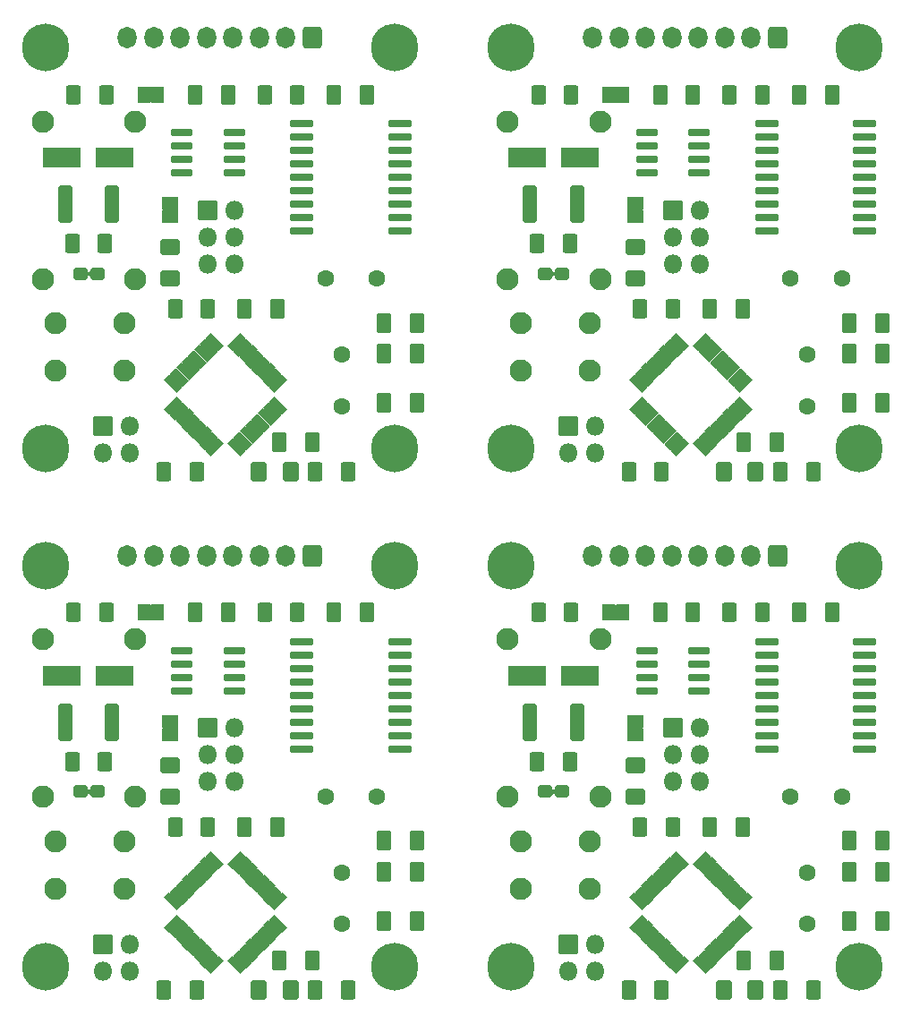
<source format=gts>
%MOIN*%
%OFA0B0*%
%FSLAX46Y46*%
%IPPOS*%
%LPD*%
%AMRoundRect*
4,1,4,
0.07874015748031496,0.11811023622047245,
0.15748031496062992,0.19685039370078741,
0.23622047244094491,0.27559055118110237,
0.31496062992125984,0.35433070866141736,
0.07874015748031496,0.11811023622047245,
0*
1,1,$1,$2,$3*
1,1,$1,$2,$3*
1,1,$1,$2,$3*
1,1,$1,$2,$3*
20,1,$1,$2,$3,$4,$5,0*
20,1,$1,$2,$3,$4,$5,0*
20,1,$1,$2,$3,$4,$5,0*
20,1,$1,$2,$3,$4,$5,0*%
%AMCOMP19*
4,1,3,
-0.068897637795275593,-0.035433070866141732,
0.068897637795275593,-0.035433070866141732,
0.068897637795275593,0.035433070866141732,
-0.068897637795275593,0.035433070866141732,
0*
4,1,19,
-0.068897637795275593,-0.033425196850393704,
-0.068277170601845585,-0.033523469199564851,
-0.06771743906035764,-0.033808666664837707,
-0.067273233593971568,-0.034252872131223779,
-0.0669880361286987,-0.034812603672711724,
-0.066889763779527558,-0.035433070866141732,
-0.0669880361286987,-0.036053538059571746,
-0.067273233593971568,-0.036613269601059692,
-0.06771743906035764,-0.037057475067445764,
-0.068277170601845585,-0.03734267253271862,
-0.068897637795275593,-0.037440944881889766,
-0.0695181049887056,-0.03734267253271862,
-0.070077836530193546,-0.037057475067445764,
-0.070522041996579618,-0.036613269601059692,
-0.070807239461852481,-0.036053538059571746,
-0.070905511811023628,-0.035433070866141732,
-0.070807239461852481,-0.034812603672711724,
-0.070522041996579618,-0.034252872131223779,
-0.070077836530193546,-0.033808666664837707,
-0.0695181049887056,-0.033523469199564851,
0*
4,1,19,
0.068897637795275593,-0.033425196850393704,
0.0695181049887056,-0.033523469199564851,
0.070077836530193546,-0.033808666664837707,
0.070522041996579618,-0.034252872131223779,
0.070807239461852481,-0.034812603672711724,
0.070905511811023628,-0.035433070866141732,
0.070807239461852481,-0.036053538059571746,
0.070522041996579618,-0.036613269601059692,
0.070077836530193546,-0.037057475067445764,
0.0695181049887056,-0.03734267253271862,
0.068897637795275593,-0.037440944881889766,
0.068277170601845585,-0.03734267253271862,
0.06771743906035764,-0.037057475067445764,
0.067273233593971568,-0.036613269601059692,
0.0669880361286987,-0.036053538059571746,
0.066889763779527558,-0.035433070866141732,
0.0669880361286987,-0.034812603672711724,
0.067273233593971568,-0.034252872131223779,
0.06771743906035764,-0.033808666664837707,
0.068277170601845585,-0.033523469199564851,
0*
4,1,19,
0.068897637795275593,0.037440944881889766,
0.0695181049887056,0.03734267253271862,
0.070077836530193546,0.037057475067445764,
0.070522041996579618,0.036613269601059692,
0.070807239461852481,0.036053538059571746,
0.070905511811023628,0.035433070866141732,
0.070807239461852481,0.034812603672711724,
0.070522041996579618,0.034252872131223779,
0.070077836530193546,0.033808666664837707,
0.0695181049887056,0.033523469199564851,
0.068897637795275593,0.033425196850393704,
0.068277170601845585,0.033523469199564851,
0.06771743906035764,0.033808666664837707,
0.067273233593971568,0.034252872131223779,
0.0669880361286987,0.034812603672711724,
0.066889763779527558,0.035433070866141732,
0.0669880361286987,0.036053538059571746,
0.067273233593971568,0.036613269601059692,
0.06771743906035764,0.037057475067445764,
0.068277170601845585,0.03734267253271862,
0*
4,1,19,
-0.068897637795275593,0.037440944881889766,
-0.068277170601845585,0.03734267253271862,
-0.06771743906035764,0.037057475067445764,
-0.067273233593971568,0.036613269601059692,
-0.0669880361286987,0.036053538059571746,
-0.066889763779527558,0.035433070866141732,
-0.0669880361286987,0.034812603672711724,
-0.067273233593971568,0.034252872131223779,
-0.06771743906035764,0.033808666664837707,
-0.068277170601845585,0.033523469199564851,
-0.068897637795275593,0.033425196850393704,
-0.0695181049887056,0.033523469199564851,
-0.070077836530193546,0.033808666664837707,
-0.070522041996579618,0.034252872131223779,
-0.070807239461852481,0.034812603672711724,
-0.070905511811023628,0.035433070866141732,
-0.070807239461852481,0.036053538059571746,
-0.070522041996579618,0.036613269601059692,
-0.070077836530193546,0.037057475067445764,
-0.0695181049887056,0.03734267253271862,
0*
4,1,3,
-0.068897637795275593,-0.037440944881889766,
-0.068897637795275593,-0.033425196850393704,
0.068897637795275593,-0.033425196850393704,
0.068897637795275593,-0.037440944881889766,
0*
4,1,3,
0.070905511811023628,-0.035433070866141732,
0.066889763779527558,-0.035433070866141732,
0.066889763779527558,0.035433070866141732,
0.070905511811023628,0.035433070866141732,
0*
4,1,3,
0.068897637795275593,0.037440944881889766,
0.068897637795275593,0.033425196850393704,
-0.068897637795275593,0.033425196850393704,
-0.068897637795275593,0.037440944881889766,
0*
4,1,3,
-0.070905511811023628,0.035433070866141732,
-0.066889763779527558,0.035433070866141732,
-0.066889763779527558,-0.035433070866141732,
-0.070905511811023628,-0.035433070866141732,
0*%
%AMCOMP20*
4,1,3,
0.014615393700787401,0.029926771653543311,
-0.029926771653543311,-0.014615393700787401,
-0.014615393700787401,-0.029926771653543311,
0.029926771653543311,0.014615393700787401,
0*
4,1,19,
0.014615393700787401,0.031934645669291342,
0.015235860894217412,0.031836373320120195,
0.015795592435705358,0.031551175854847339,
0.01623979790209143,0.031106970388461268,
0.016524995367364285,0.030547238846973326,
0.016623267716535432,0.029926771653543311,
0.016524995367364285,0.029306304460113296,
0.01623979790209143,0.028746572918625351,
0.015795592435705358,0.028302367452239283,
0.015235860894217416,0.028017169986966427,
0.014615393700787401,0.027918897637795276,
0.013994926507357388,0.028017169986966427,
0.013435194965869444,0.028302367452239283,
0.012990989499483373,0.028746572918625351,
0.012705792034210517,0.029306304460113296,
0.01260751968503937,0.029926771653543311,
0.012705792034210517,0.030547238846973326,
0.012990989499483373,0.031106970388461268,
0.013435194965869444,0.031551175854847339,
0.013994926507357388,0.031836373320120195,
0*
4,1,19,
-0.029926771653543311,-0.01260751968503937,
-0.029306304460113296,-0.012705792034210517,
-0.028746572918625351,-0.012990989499483373,
-0.028302367452239283,-0.013435194965869444,
-0.028017169986966427,-0.01399492650735739,
-0.027918897637795276,-0.014615393700787401,
-0.028017169986966427,-0.015235860894217412,
-0.028302367452239283,-0.015795592435705358,
-0.028746572918625351,-0.01623979790209143,
-0.029306304460113296,-0.016524995367364285,
-0.029926771653543311,-0.016623267716535432,
-0.030547238846973326,-0.016524995367364285,
-0.031106970388461268,-0.01623979790209143,
-0.031551175854847339,-0.015795592435705358,
-0.031836373320120195,-0.015235860894217416,
-0.031934645669291342,-0.014615393700787401,
-0.031836373320120195,-0.01399492650735739,
-0.031551175854847339,-0.013435194965869444,
-0.031106970388461268,-0.012990989499483373,
-0.030547238846973326,-0.012705792034210517,
0*
4,1,19,
-0.014615393700787401,-0.027918897637795276,
-0.01399492650735739,-0.028017169986966427,
-0.013435194965869444,-0.028302367452239283,
-0.012990989499483373,-0.028746572918625351,
-0.012705792034210517,-0.029306304460113296,
-0.01260751968503937,-0.029926771653543311,
-0.012705792034210517,-0.030547238846973326,
-0.012990989499483373,-0.031106970388461268,
-0.013435194965869444,-0.031551175854847339,
-0.013994926507357388,-0.031836373320120195,
-0.014615393700787401,-0.031934645669291342,
-0.015235860894217416,-0.031836373320120195,
-0.015795592435705358,-0.031551175854847339,
-0.01623979790209143,-0.031106970388461268,
-0.016524995367364285,-0.030547238846973326,
-0.016623267716535432,-0.029926771653543311,
-0.016524995367364285,-0.029306304460113296,
-0.01623979790209143,-0.028746572918625351,
-0.015795592435705358,-0.028302367452239283,
-0.015235860894217416,-0.028017169986966427,
0*
4,1,19,
0.029926771653543311,0.016623267716535432,
0.030547238846973326,0.016524995367364285,
0.031106970388461268,0.01623979790209143,
0.031551175854847339,0.015795592435705358,
0.031836373320120195,0.015235860894217412,
0.031934645669291342,0.014615393700787401,
0.031836373320120195,0.01399492650735739,
0.031551175854847339,0.013435194965869444,
0.031106970388461268,0.012990989499483373,
0.030547238846973326,0.012705792034210517,
0.029926771653543311,0.01260751968503937,
0.029306304460113296,0.012705792034210517,
0.028746572918625351,0.012990989499483373,
0.028302367452239283,0.013435194965869444,
0.028017169986966427,0.013994926507357388,
0.027918897637795276,0.014615393700787401,
0.028017169986966427,0.015235860894217412,
0.028302367452239283,0.015795592435705358,
0.028746572918625351,0.01623979790209143,
0.029306304460113296,0.016524995367364285,
0*
4,1,3,
0.013195612368483703,0.031346552985847008,
0.0160351750330911,0.028506990321239614,
-0.028506990321239614,-0.0160351750330911,
-0.031346552985847008,-0.013195612368483703,
0*
4,1,3,
-0.031346552985847008,-0.0160351750330911,
-0.028506990321239614,-0.013195612368483703,
-0.013195612368483703,-0.028506990321239614,
-0.0160351750330911,-0.031346552985847008,
0*
4,1,3,
-0.013195612368483703,-0.031346552985847008,
-0.0160351750330911,-0.028506990321239614,
0.028506990321239614,0.0160351750330911,
0.031346552985847008,0.013195612368483703,
0*
4,1,3,
0.031346552985847008,0.0160351750330911,
0.028506990321239614,0.013195612368483703,
0.013195612368483703,0.028506990321239614,
0.0160351750330911,0.031346552985847008,
0*%
%AMCOMP21*
4,1,3,
0.029926771653543311,-0.014615393700787401,
-0.014615393700787401,0.029926771653543311,
-0.029926771653543311,0.014615393700787401,
0.014615393700787401,-0.029926771653543311,
0*
4,1,19,
0.029926771653543311,-0.01260751968503937,
0.030547238846973326,-0.012705792034210517,
0.031106970388461268,-0.012990989499483373,
0.031551175854847339,-0.013435194965869444,
0.031836373320120195,-0.01399492650735739,
0.031934645669291342,-0.014615393700787401,
0.031836373320120195,-0.015235860894217412,
0.031551175854847339,-0.015795592435705358,
0.031106970388461268,-0.01623979790209143,
0.030547238846973326,-0.016524995367364285,
0.029926771653543311,-0.016623267716535432,
0.029306304460113296,-0.016524995367364285,
0.028746572918625351,-0.01623979790209143,
0.028302367452239283,-0.015795592435705358,
0.028017169986966427,-0.015235860894217416,
0.027918897637795276,-0.014615393700787401,
0.028017169986966427,-0.01399492650735739,
0.028302367452239283,-0.013435194965869444,
0.028746572918625351,-0.012990989499483373,
0.029306304460113296,-0.012705792034210517,
0*
4,1,19,
-0.014615393700787401,0.031934645669291342,
-0.01399492650735739,0.031836373320120195,
-0.013435194965869444,0.031551175854847339,
-0.012990989499483373,0.031106970388461268,
-0.012705792034210517,0.030547238846973326,
-0.01260751968503937,0.029926771653543311,
-0.012705792034210517,0.029306304460113296,
-0.012990989499483373,0.028746572918625351,
-0.013435194965869444,0.028302367452239283,
-0.013994926507357388,0.028017169986966427,
-0.014615393700787401,0.027918897637795276,
-0.015235860894217416,0.028017169986966427,
-0.015795592435705358,0.028302367452239283,
-0.01623979790209143,0.028746572918625351,
-0.016524995367364285,0.029306304460113296,
-0.016623267716535432,0.029926771653543311,
-0.016524995367364285,0.030547238846973326,
-0.01623979790209143,0.031106970388461268,
-0.015795592435705358,0.031551175854847339,
-0.015235860894217416,0.031836373320120195,
0*
4,1,19,
-0.029926771653543311,0.016623267716535432,
-0.029306304460113296,0.016524995367364285,
-0.028746572918625351,0.01623979790209143,
-0.028302367452239283,0.015795592435705358,
-0.028017169986966427,0.015235860894217412,
-0.027918897637795276,0.014615393700787401,
-0.028017169986966427,0.01399492650735739,
-0.028302367452239283,0.013435194965869444,
-0.028746572918625351,0.012990989499483373,
-0.029306304460113296,0.012705792034210517,
-0.029926771653543311,0.01260751968503937,
-0.030547238846973326,0.012705792034210517,
-0.031106970388461268,0.012990989499483373,
-0.031551175854847339,0.013435194965869444,
-0.031836373320120195,0.013994926507357388,
-0.031934645669291342,0.014615393700787401,
-0.031836373320120195,0.015235860894217412,
-0.031551175854847339,0.015795592435705358,
-0.031106970388461268,0.01623979790209143,
-0.030547238846973326,0.016524995367364285,
0*
4,1,19,
0.014615393700787401,-0.027918897637795276,
0.015235860894217412,-0.028017169986966427,
0.015795592435705358,-0.028302367452239283,
0.01623979790209143,-0.028746572918625351,
0.016524995367364285,-0.029306304460113296,
0.016623267716535432,-0.029926771653543311,
0.016524995367364285,-0.030547238846973326,
0.01623979790209143,-0.031106970388461268,
0.015795592435705358,-0.031551175854847339,
0.015235860894217416,-0.031836373320120195,
0.014615393700787401,-0.031934645669291342,
0.013994926507357388,-0.031836373320120195,
0.013435194965869444,-0.031551175854847339,
0.012990989499483373,-0.031106970388461268,
0.012705792034210517,-0.030547238846973326,
0.01260751968503937,-0.029926771653543311,
0.012705792034210517,-0.029306304460113296,
0.012990989499483373,-0.028746572918625351,
0.013435194965869444,-0.028302367452239283,
0.013994926507357388,-0.028017169986966427,
0*
4,1,3,
0.031346552985847008,-0.013195612368483703,
0.028506990321239614,-0.0160351750330911,
-0.0160351750330911,0.028506990321239614,
-0.013195612368483703,0.031346552985847008,
0*
4,1,3,
-0.0160351750330911,0.031346552985847008,
-0.013195612368483703,0.028506990321239614,
-0.028506990321239614,0.013195612368483703,
-0.031346552985847008,0.0160351750330911,
0*
4,1,3,
-0.031346552985847008,0.013195612368483703,
-0.028506990321239614,0.0160351750330911,
0.0160351750330911,-0.028506990321239614,
0.013195612368483703,-0.031346552985847008,
0*
4,1,3,
0.0160351750330911,-0.031346552985847008,
0.013195612368483703,-0.028506990321239614,
0.028506990321239614,-0.013195612368483703,
0.031346552985847008,-0.0160351750330911,
0*%
%AMCOMP22*
4,1,3,
-0.032480314960629919,-0.005905511811023622,
0.032480314960629919,-0.005905511811023622,
0.032480314960629919,0.005905511811023622,
-0.032480314960629919,0.005905511811023622,
0*
4,1,19,
-0.032480314960629919,0.0020078740157480324,
-0.030034944257111635,0.0016205653454852704,
-0.027828943475953261,0.00049655180588049051,
-0.026078251343725808,-0.0012541403263469639,
-0.024954237804121031,-0.0034601411075053366,
-0.024566929133858266,-0.005905511811023622,
-0.024954237804121027,-0.0083508825145419061,
-0.026078251343725808,-0.010556883295700278,
-0.027828943475953261,-0.012307575427927733,
-0.030034944257111635,-0.013431588967532514,
-0.032480314960629919,-0.013818897637795275,
-0.034925685664148207,-0.013431588967532514,
-0.037131686445306573,-0.012307575427927738,
-0.038882378577534037,-0.010556883295700282,
-0.040006392117138814,-0.0083508825145419078,
-0.040393700787401579,-0.0059055118110236228,
-0.040006392117138814,-0.0034601411075053387,
-0.038882378577534037,-0.0012541403263469661,
-0.03713168644530658,0.00049655180588048943,
-0.034925685664148207,0.0016205653454852704,
0*
4,1,19,
0.032480314960629919,0.0020078740157480324,
0.034925685664148207,0.0016205653454852704,
0.03713168644530658,0.00049655180588049051,
0.038882378577534037,-0.0012541403263469639,
0.040006392117138814,-0.0034601411075053366,
0.040393700787401579,-0.005905511811023622,
0.040006392117138814,-0.0083508825145419061,
0.038882378577534037,-0.010556883295700278,
0.03713168644530658,-0.012307575427927733,
0.034925685664148207,-0.013431588967532514,
0.032480314960629919,-0.013818897637795275,
0.030034944257111635,-0.013431588967532514,
0.027828943475953265,-0.012307575427927738,
0.026078251343725808,-0.010556883295700282,
0.024954237804121031,-0.0083508825145419078,
0.024566929133858266,-0.0059055118110236228,
0.024954237804121027,-0.0034601411075053387,
0.026078251343725808,-0.0012541403263469661,
0.027828943475953261,0.00049655180588048943,
0.030034944257111635,0.0016205653454852704,
0*
4,1,19,
0.032480314960629919,0.013818897637795275,
0.034925685664148207,0.013431588967532514,
0.03713168644530658,0.012307575427927734,
0.038882378577534037,0.010556883295700282,
0.040006392117138814,0.0083508825145419078,
0.040393700787401579,0.005905511811023622,
0.040006392117138814,0.0034601411075053379,
0.038882378577534037,0.001254140326346965,
0.03713168644530658,-0.00049655180588048943,
0.034925685664148207,-0.0016205653454852704,
0.032480314960629919,-0.0020078740157480324,
0.030034944257111635,-0.0016205653454852704,
0.027828943475953265,-0.00049655180588049159,
0.026078251343725808,0.0012541403263469633,
0.024954237804121031,0.0034601411075053357,
0.024566929133858266,0.0059055118110236211,
0.024954237804121027,0.0083508825145419061,
0.026078251343725808,0.010556883295700278,
0.027828943475953261,0.012307575427927733,
0.030034944257111635,0.013431588967532514,
0*
4,1,19,
-0.032480314960629919,0.013818897637795275,
-0.030034944257111635,0.013431588967532514,
-0.027828943475953261,0.012307575427927734,
-0.026078251343725808,0.010556883295700282,
-0.024954237804121031,0.0083508825145419078,
-0.024566929133858266,0.005905511811023622,
-0.024954237804121027,0.0034601411075053379,
-0.026078251343725808,0.001254140326346965,
-0.027828943475953261,-0.00049655180588048943,
-0.030034944257111635,-0.0016205653454852704,
-0.032480314960629919,-0.0020078740157480324,
-0.034925685664148207,-0.0016205653454852704,
-0.037131686445306573,-0.00049655180588049159,
-0.038882378577534037,0.0012541403263469633,
-0.040006392117138814,0.0034601411075053357,
-0.040393700787401579,0.0059055118110236211,
-0.040006392117138814,0.0083508825145419061,
-0.038882378577534037,0.010556883295700278,
-0.03713168644530658,0.012307575427927733,
-0.034925685664148207,0.013431588967532514,
0*
4,1,3,
-0.032480314960629919,-0.013818897637795275,
-0.032480314960629919,0.0020078740157480324,
0.032480314960629919,0.0020078740157480324,
0.032480314960629919,-0.013818897637795275,
0*
4,1,3,
0.040393700787401579,-0.005905511811023622,
0.024566929133858266,-0.005905511811023622,
0.024566929133858266,0.005905511811023622,
0.040393700787401579,0.005905511811023622,
0*
4,1,3,
0.032480314960629919,0.013818897637795275,
0.032480314960629919,-0.0020078740157480324,
-0.032480314960629919,-0.0020078740157480324,
-0.032480314960629919,0.013818897637795275,
0*
4,1,3,
-0.040393700787401579,0.005905511811023622,
-0.024566929133858266,0.005905511811023622,
-0.024566929133858266,-0.005905511811023622,
-0.040393700787401579,-0.005905511811023622,
0*%
%AMCOMP23*
4,1,3,
-0.034448818897637797,-0.005905511811023622,
0.034448818897637797,-0.005905511811023622,
0.034448818897637797,0.005905511811023622,
-0.034448818897637797,0.005905511811023622,
0*
4,1,19,
-0.034448818897637797,0.0020078740157480324,
-0.032003448194119509,0.0016205653454852704,
-0.029797447412961139,0.00049655180588049051,
-0.028046755280733682,-0.0012541403263469639,
-0.026922741741128908,-0.0034601411075053366,
-0.02653543307086614,-0.005905511811023622,
-0.0269227417411289,-0.0083508825145419061,
-0.028046755280733682,-0.010556883295700278,
-0.029797447412961139,-0.012307575427927733,
-0.032003448194119509,-0.013431588967532514,
-0.034448818897637797,-0.013818897637795275,
-0.036894189601156084,-0.013431588967532514,
-0.039100190382314451,-0.012307575427927738,
-0.040850882514541914,-0.010556883295700282,
-0.041974896054146685,-0.0083508825145419078,
-0.042362204724409457,-0.0059055118110236228,
-0.041974896054146685,-0.0034601411075053387,
-0.040850882514541914,-0.0012541403263469661,
-0.039100190382314458,0.00049655180588048943,
-0.036894189601156084,0.0016205653454852704,
0*
4,1,19,
0.034448818897637797,0.0020078740157480324,
0.036894189601156084,0.0016205653454852704,
0.039100190382314458,0.00049655180588049051,
0.040850882514541914,-0.0012541403263469639,
0.041974896054146685,-0.0034601411075053366,
0.042362204724409457,-0.005905511811023622,
0.041974896054146685,-0.0083508825145419061,
0.040850882514541914,-0.010556883295700278,
0.039100190382314458,-0.012307575427927733,
0.036894189601156084,-0.013431588967532514,
0.034448818897637797,-0.013818897637795275,
0.032003448194119509,-0.013431588967532514,
0.029797447412961142,-0.012307575427927738,
0.028046755280733682,-0.010556883295700282,
0.026922741741128908,-0.0083508825145419078,
0.02653543307086614,-0.0059055118110236228,
0.0269227417411289,-0.0034601411075053387,
0.028046755280733682,-0.0012541403263469661,
0.029797447412961139,0.00049655180588048943,
0.032003448194119509,0.0016205653454852704,
0*
4,1,19,
0.034448818897637797,0.013818897637795275,
0.036894189601156084,0.013431588967532514,
0.039100190382314458,0.012307575427927734,
0.040850882514541914,0.010556883295700282,
0.041974896054146685,0.0083508825145419078,
0.042362204724409457,0.005905511811023622,
0.041974896054146685,0.0034601411075053379,
0.040850882514541914,0.001254140326346965,
0.039100190382314458,-0.00049655180588048943,
0.036894189601156084,-0.0016205653454852704,
0.034448818897637797,-0.0020078740157480324,
0.032003448194119509,-0.0016205653454852704,
0.029797447412961142,-0.00049655180588049159,
0.028046755280733682,0.0012541403263469633,
0.026922741741128908,0.0034601411075053357,
0.02653543307086614,0.0059055118110236211,
0.0269227417411289,0.0083508825145419061,
0.028046755280733682,0.010556883295700278,
0.029797447412961139,0.012307575427927733,
0.032003448194119509,0.013431588967532514,
0*
4,1,19,
-0.034448818897637797,0.013818897637795275,
-0.032003448194119509,0.013431588967532514,
-0.029797447412961139,0.012307575427927734,
-0.028046755280733682,0.010556883295700282,
-0.026922741741128908,0.0083508825145419078,
-0.02653543307086614,0.005905511811023622,
-0.0269227417411289,0.0034601411075053379,
-0.028046755280733682,0.001254140326346965,
-0.029797447412961139,-0.00049655180588048943,
-0.032003448194119509,-0.0016205653454852704,
-0.034448818897637797,-0.0020078740157480324,
-0.036894189601156084,-0.0016205653454852704,
-0.039100190382314451,-0.00049655180588049159,
-0.040850882514541914,0.0012541403263469633,
-0.041974896054146685,0.0034601411075053357,
-0.042362204724409457,0.0059055118110236211,
-0.041974896054146685,0.0083508825145419061,
-0.040850882514541914,0.010556883295700278,
-0.039100190382314458,0.012307575427927733,
-0.036894189601156084,0.013431588967532514,
0*
4,1,3,
-0.034448818897637797,-0.013818897637795275,
-0.034448818897637797,0.0020078740157480324,
0.034448818897637797,0.0020078740157480324,
0.034448818897637797,-0.013818897637795275,
0*
4,1,3,
0.042362204724409457,-0.005905511811023622,
0.02653543307086614,-0.005905511811023622,
0.02653543307086614,0.005905511811023622,
0.042362204724409457,0.005905511811023622,
0*
4,1,3,
0.034448818897637797,0.013818897637795275,
0.034448818897637797,-0.0020078740157480324,
-0.034448818897637797,-0.0020078740157480324,
-0.034448818897637797,0.013818897637795275,
0*
4,1,3,
-0.042362204724409457,0.005905511811023622,
-0.02653543307086614,0.005905511811023622,
-0.02653543307086614,-0.005905511811023622,
-0.042362204724409457,-0.005905511811023622,
0*%
%AMCOMP24*
4,1,3,
-0.015748031496062995,-0.024606299212598427,
0.015748031496062995,-0.024606299212598427,
0.015748031496062995,0.024606299212598427,
-0.015748031496062995,0.024606299212598427,
0*
4,1,19,
-0.015748031496062995,-0.012755905511811026,
-0.012086058452485861,-0.013335905062801528,
-0.0087825448448805368,-0.015019129318627592,
-0.0061608616020921592,-0.017640812561415968,
-0.0044776373462660952,-0.020944326169021293,
-0.0038976377952755921,-0.024606299212598427,
-0.0044776373462660935,-0.028268272256175557,
-0.0061608616020921592,-0.031571785863780885,
-0.0087825448448805351,-0.034193469106569258,
-0.01208605845248586,-0.03587669336239533,
-0.015748031496062992,-0.036456692913385824,
-0.019410004539640129,-0.03587669336239533,
-0.02271351814724545,-0.034193469106569258,
-0.02533520139003383,-0.031571785863780885,
-0.027018425645859889,-0.02826827225617556,
-0.027598425196850396,-0.024606299212598427,
-0.027018425645859896,-0.020944326169021296,
-0.02533520139003383,-0.017640812561415972,
-0.022713518147245454,-0.015019129318627592,
-0.019410004539640129,-0.013335905062801528,
0*
4,1,19,
0.015748031496062995,-0.012755905511811026,
0.019410004539640126,-0.013335905062801528,
0.02271351814724545,-0.015019129318627592,
0.02533520139003383,-0.017640812561415968,
0.027018425645859889,-0.020944326169021293,
0.027598425196850396,-0.024606299212598427,
0.027018425645859896,-0.028268272256175557,
0.02533520139003383,-0.031571785863780885,
0.022713518147245454,-0.034193469106569258,
0.019410004539640129,-0.03587669336239533,
0.015748031496062995,-0.036456692913385824,
0.012086058452485856,-0.03587669336239533,
0.0087825448448805368,-0.034193469106569258,
0.006160861602092161,-0.031571785863780885,
0.0044776373462660952,-0.02826827225617556,
0.0038976377952755921,-0.024606299212598427,
0.0044776373462660935,-0.020944326169021296,
0.0061608616020921584,-0.017640812561415972,
0.0087825448448805334,-0.015019129318627592,
0.01208605845248586,-0.013335905062801528,
0*
4,1,19,
0.015748031496062995,0.036456692913385824,
0.019410004539640126,0.03587669336239533,
0.02271351814724545,0.034193469106569258,
0.02533520139003383,0.031571785863780885,
0.027018425645859889,0.02826827225617556,
0.027598425196850396,0.024606299212598427,
0.027018425645859896,0.020944326169021296,
0.02533520139003383,0.017640812561415972,
0.022713518147245454,0.015019129318627592,
0.019410004539640129,0.013335905062801528,
0.015748031496062995,0.012755905511811026,
0.012086058452485856,0.013335905062801528,
0.0087825448448805368,0.015019129318627592,
0.006160861602092161,0.017640812561415968,
0.0044776373462660952,0.020944326169021293,
0.0038976377952755921,0.024606299212598427,
0.0044776373462660935,0.028268272256175557,
0.0061608616020921584,0.031571785863780885,
0.0087825448448805334,0.034193469106569258,
0.01208605845248586,0.03587669336239533,
0*
4,1,19,
-0.015748031496062995,0.036456692913385824,
-0.012086058452485861,0.03587669336239533,
-0.0087825448448805368,0.034193469106569258,
-0.0061608616020921592,0.031571785863780885,
-0.0044776373462660952,0.02826827225617556,
-0.0038976377952755921,0.024606299212598427,
-0.0044776373462660935,0.020944326169021296,
-0.0061608616020921592,0.017640812561415972,
-0.0087825448448805351,0.015019129318627592,
-0.01208605845248586,0.013335905062801528,
-0.015748031496062992,0.012755905511811026,
-0.019410004539640129,0.013335905062801528,
-0.02271351814724545,0.015019129318627592,
-0.02533520139003383,0.017640812561415968,
-0.027018425645859889,0.020944326169021293,
-0.027598425196850396,0.024606299212598427,
-0.027018425645859896,0.028268272256175557,
-0.02533520139003383,0.031571785863780885,
-0.022713518147245454,0.034193469106569258,
-0.019410004539640129,0.03587669336239533,
0*
4,1,3,
-0.015748031496062995,-0.036456692913385824,
-0.015748031496062995,-0.012755905511811026,
0.015748031496062995,-0.012755905511811026,
0.015748031496062995,-0.036456692913385824,
0*
4,1,3,
0.027598425196850396,-0.024606299212598427,
0.0038976377952755921,-0.024606299212598427,
0.0038976377952755921,0.024606299212598427,
0.027598425196850396,0.024606299212598427,
0*
4,1,3,
0.015748031496062995,0.036456692913385824,
0.015748031496062995,0.012755905511811026,
-0.015748031496062995,0.012755905511811026,
-0.015748031496062995,0.036456692913385824,
0*
4,1,3,
-0.027598425196850396,0.024606299212598427,
-0.0038976377952755921,0.024606299212598427,
-0.0038976377952755921,-0.024606299212598427,
-0.027598425196850396,-0.024606299212598427,
0*%
%AMCOMP25*
4,1,3,
0.015748031496062995,0.024606299212598427,
-0.015748031496062995,0.024606299212598427,
-0.015748031496062995,-0.024606299212598427,
0.015748031496062995,-0.024606299212598427,
0*
4,1,19,
0.015748031496062995,0.036456692913385824,
0.019410004539640126,0.03587669336239533,
0.02271351814724545,0.034193469106569258,
0.02533520139003383,0.031571785863780885,
0.027018425645859889,0.02826827225617556,
0.027598425196850396,0.024606299212598427,
0.027018425645859896,0.020944326169021296,
0.02533520139003383,0.017640812561415972,
0.022713518147245454,0.015019129318627592,
0.019410004539640129,0.013335905062801528,
0.015748031496062995,0.012755905511811026,
0.012086058452485856,0.013335905062801528,
0.0087825448448805368,0.015019129318627592,
0.006160861602092161,0.017640812561415968,
0.0044776373462660952,0.020944326169021293,
0.0038976377952755921,0.024606299212598427,
0.0044776373462660935,0.028268272256175557,
0.0061608616020921584,0.031571785863780885,
0.0087825448448805334,0.034193469106569258,
0.01208605845248586,0.03587669336239533,
0*
4,1,19,
-0.015748031496062995,0.036456692913385824,
-0.012086058452485861,0.03587669336239533,
-0.0087825448448805368,0.034193469106569258,
-0.0061608616020921592,0.031571785863780885,
-0.0044776373462660952,0.02826827225617556,
-0.0038976377952755921,0.024606299212598427,
-0.0044776373462660935,0.020944326169021296,
-0.0061608616020921592,0.017640812561415972,
-0.0087825448448805351,0.015019129318627592,
-0.01208605845248586,0.013335905062801528,
-0.015748031496062992,0.012755905511811026,
-0.019410004539640129,0.013335905062801528,
-0.02271351814724545,0.015019129318627592,
-0.02533520139003383,0.017640812561415968,
-0.027018425645859889,0.020944326169021293,
-0.027598425196850396,0.024606299212598427,
-0.027018425645859896,0.028268272256175557,
-0.02533520139003383,0.031571785863780885,
-0.022713518147245454,0.034193469106569258,
-0.019410004539640129,0.03587669336239533,
0*
4,1,19,
-0.015748031496062995,-0.012755905511811026,
-0.012086058452485861,-0.013335905062801528,
-0.0087825448448805368,-0.015019129318627592,
-0.0061608616020921592,-0.017640812561415968,
-0.0044776373462660952,-0.020944326169021293,
-0.0038976377952755921,-0.024606299212598427,
-0.0044776373462660935,-0.028268272256175557,
-0.0061608616020921592,-0.031571785863780885,
-0.0087825448448805351,-0.034193469106569258,
-0.01208605845248586,-0.03587669336239533,
-0.015748031496062992,-0.036456692913385824,
-0.019410004539640129,-0.03587669336239533,
-0.02271351814724545,-0.034193469106569258,
-0.02533520139003383,-0.031571785863780885,
-0.027018425645859889,-0.02826827225617556,
-0.027598425196850396,-0.024606299212598427,
-0.027018425645859896,-0.020944326169021296,
-0.02533520139003383,-0.017640812561415972,
-0.022713518147245454,-0.015019129318627592,
-0.019410004539640129,-0.013335905062801528,
0*
4,1,19,
0.015748031496062995,-0.012755905511811026,
0.019410004539640126,-0.013335905062801528,
0.02271351814724545,-0.015019129318627592,
0.02533520139003383,-0.017640812561415968,
0.027018425645859889,-0.020944326169021293,
0.027598425196850396,-0.024606299212598427,
0.027018425645859896,-0.028268272256175557,
0.02533520139003383,-0.031571785863780885,
0.022713518147245454,-0.034193469106569258,
0.019410004539640129,-0.03587669336239533,
0.015748031496062995,-0.036456692913385824,
0.012086058452485856,-0.03587669336239533,
0.0087825448448805368,-0.034193469106569258,
0.006160861602092161,-0.031571785863780885,
0.0044776373462660952,-0.02826827225617556,
0.0038976377952755921,-0.024606299212598427,
0.0044776373462660935,-0.020944326169021296,
0.0061608616020921584,-0.017640812561415972,
0.0087825448448805334,-0.015019129318627592,
0.01208605845248586,-0.013335905062801528,
0*
4,1,3,
0.015748031496062995,0.036456692913385824,
0.015748031496062995,0.012755905511811026,
-0.015748031496062995,0.012755905511811026,
-0.015748031496062995,0.036456692913385824,
0*
4,1,3,
-0.027598425196850396,0.024606299212598427,
-0.0038976377952755921,0.024606299212598427,
-0.0038976377952755921,-0.024606299212598427,
-0.027598425196850396,-0.024606299212598427,
0*
4,1,3,
-0.015748031496062995,-0.036456692913385824,
-0.015748031496062995,-0.012755905511811026,
0.015748031496062995,-0.012755905511811026,
0.015748031496062995,-0.036456692913385824,
0*
4,1,3,
0.027598425196850396,-0.024606299212598427,
0.0038976377952755921,-0.024606299212598427,
0.0038976377952755921,0.024606299212598427,
0.027598425196850396,0.024606299212598427,
0*%
%AMCOMP26*
4,1,3,
-0.029527559055118113,0.01968503937007874,
-0.029527559055118113,-0.01968503937007874,
0.029527559055118113,-0.01968503937007874,
0.029527559055118113,0.01968503937007874,
0*
4,1,19,
-0.029527559055118113,0.021692913385826774,
-0.0289070918616881,0.021594641036655624,
-0.028347360320200153,0.021309443571382768,
-0.027903154853814085,0.0208652381049967,
-0.027617957388541229,0.020305506563508754,
-0.027519685039370079,0.01968503937007874,
-0.027617957388541229,0.019064572176648729,
-0.027903154853814085,0.018504840635160783,
-0.028347360320200153,0.018060635168774711,
-0.0289070918616881,0.017775437703501856,
-0.029527559055118113,0.017677165354330709,
-0.030148026248548124,0.017775437703501856,
-0.03070775779003607,0.018060635168774711,
-0.031151963256422142,0.018504840635160783,
-0.031437160721694994,0.019064572176648729,
-0.031535433070866148,0.01968503937007874,
-0.031437160721694994,0.020305506563508754,
-0.031151963256422142,0.0208652381049967,
-0.03070775779003607,0.021309443571382768,
-0.030148026248548124,0.021594641036655624,
0*
4,1,19,
-0.029527559055118113,-0.017677165354330709,
-0.0289070918616881,-0.017775437703501856,
-0.028347360320200153,-0.018060635168774711,
-0.027903154853814085,-0.018504840635160783,
-0.027617957388541229,-0.019064572176648729,
-0.027519685039370079,-0.01968503937007874,
-0.027617957388541229,-0.020305506563508754,
-0.027903154853814085,-0.0208652381049967,
-0.028347360320200153,-0.021309443571382768,
-0.0289070918616881,-0.021594641036655624,
-0.029527559055118113,-0.021692913385826774,
-0.030148026248548124,-0.021594641036655624,
-0.03070775779003607,-0.021309443571382768,
-0.031151963256422142,-0.0208652381049967,
-0.031437160721694994,-0.020305506563508754,
-0.031535433070866148,-0.01968503937007874,
-0.031437160721694994,-0.019064572176648729,
-0.031151963256422142,-0.018504840635160783,
-0.03070775779003607,-0.018060635168774711,
-0.030148026248548124,-0.017775437703501856,
0*
4,1,19,
0.029527559055118113,-0.017677165354330709,
0.030148026248548124,-0.017775437703501856,
0.03070775779003607,-0.018060635168774711,
0.031151963256422142,-0.018504840635160783,
0.031437160721694994,-0.019064572176648729,
0.031535433070866148,-0.01968503937007874,
0.031437160721694994,-0.020305506563508754,
0.031151963256422142,-0.0208652381049967,
0.03070775779003607,-0.021309443571382768,
0.030148026248548124,-0.021594641036655624,
0.029527559055118113,-0.021692913385826774,
0.0289070918616881,-0.021594641036655624,
0.028347360320200153,-0.021309443571382768,
0.027903154853814085,-0.0208652381049967,
0.027617957388541229,-0.020305506563508754,
0.027519685039370079,-0.01968503937007874,
0.027617957388541229,-0.019064572176648729,
0.027903154853814085,-0.018504840635160783,
0.028347360320200153,-0.018060635168774711,
0.0289070918616881,-0.017775437703501856,
0*
4,1,19,
0.029527559055118113,0.021692913385826774,
0.030148026248548124,0.021594641036655624,
0.03070775779003607,0.021309443571382768,
0.031151963256422142,0.0208652381049967,
0.031437160721694994,0.020305506563508754,
0.031535433070866148,0.01968503937007874,
0.031437160721694994,0.019064572176648729,
0.031151963256422142,0.018504840635160783,
0.03070775779003607,0.018060635168774711,
0.030148026248548124,0.017775437703501856,
0.029527559055118113,0.017677165354330709,
0.0289070918616881,0.017775437703501856,
0.028347360320200153,0.018060635168774711,
0.027903154853814085,0.018504840635160783,
0.027617957388541229,0.019064572176648729,
0.027519685039370079,0.01968503937007874,
0.027617957388541229,0.020305506563508754,
0.027903154853814085,0.0208652381049967,
0.028347360320200153,0.021309443571382768,
0.0289070918616881,0.021594641036655624,
0*
4,1,3,
-0.031535433070866148,0.01968503937007874,
-0.027519685039370079,0.01968503937007874,
-0.027519685039370079,-0.01968503937007874,
-0.031535433070866148,-0.01968503937007874,
0*
4,1,3,
-0.029527559055118113,-0.021692913385826774,
-0.029527559055118113,-0.017677165354330709,
0.029527559055118113,-0.017677165354330709,
0.029527559055118113,-0.021692913385826774,
0*
4,1,3,
0.031535433070866148,-0.01968503937007874,
0.027519685039370079,-0.01968503937007874,
0.027519685039370079,0.01968503937007874,
0.031535433070866148,0.01968503937007874,
0*
4,1,3,
0.029527559055118113,0.021692913385826774,
0.029527559055118113,0.017677165354330709,
-0.029527559055118113,0.017677165354330709,
-0.029527559055118113,0.021692913385826774,
0*%
%AMCOMP27*
4,1,3,
0.01968503937007874,0.029527559055118113,
-0.01968503937007874,0.029527559055118113,
-0.01968503937007874,-0.029527559055118113,
0.01968503937007874,-0.029527559055118113,
0*
4,1,19,
0.01968503937007874,0.031535433070866148,
0.020305506563508754,0.031437160721694994,
0.0208652381049967,0.031151963256422142,
0.021309443571382768,0.03070775779003607,
0.021594641036655624,0.030148026248548124,
0.021692913385826774,0.029527559055118113,
0.021594641036655624,0.0289070918616881,
0.021309443571382768,0.028347360320200153,
0.0208652381049967,0.027903154853814085,
0.020305506563508754,0.027617957388541229,
0.01968503937007874,0.027519685039370079,
0.019064572176648729,0.027617957388541229,
0.018504840635160783,0.027903154853814085,
0.018060635168774711,0.028347360320200153,
0.017775437703501856,0.0289070918616881,
0.017677165354330709,0.029527559055118113,
0.017775437703501856,0.030148026248548124,
0.018060635168774711,0.03070775779003607,
0.018504840635160783,0.031151963256422142,
0.019064572176648729,0.031437160721694994,
0*
4,1,19,
-0.01968503937007874,0.031535433070866148,
-0.019064572176648729,0.031437160721694994,
-0.018504840635160783,0.031151963256422142,
-0.018060635168774711,0.03070775779003607,
-0.017775437703501856,0.030148026248548124,
-0.017677165354330709,0.029527559055118113,
-0.017775437703501856,0.0289070918616881,
-0.018060635168774711,0.028347360320200153,
-0.018504840635160783,0.027903154853814085,
-0.019064572176648729,0.027617957388541229,
-0.01968503937007874,0.027519685039370079,
-0.020305506563508754,0.027617957388541229,
-0.0208652381049967,0.027903154853814085,
-0.021309443571382768,0.028347360320200153,
-0.021594641036655624,0.0289070918616881,
-0.021692913385826774,0.029527559055118113,
-0.021594641036655624,0.030148026248548124,
-0.021309443571382768,0.03070775779003607,
-0.0208652381049967,0.031151963256422142,
-0.020305506563508754,0.031437160721694994,
0*
4,1,19,
-0.01968503937007874,-0.027519685039370079,
-0.019064572176648729,-0.027617957388541229,
-0.018504840635160783,-0.027903154853814085,
-0.018060635168774711,-0.028347360320200153,
-0.017775437703501856,-0.0289070918616881,
-0.017677165354330709,-0.029527559055118113,
-0.017775437703501856,-0.030148026248548124,
-0.018060635168774711,-0.03070775779003607,
-0.018504840635160783,-0.031151963256422142,
-0.019064572176648729,-0.031437160721694994,
-0.01968503937007874,-0.031535433070866148,
-0.020305506563508754,-0.031437160721694994,
-0.0208652381049967,-0.031151963256422142,
-0.021309443571382768,-0.03070775779003607,
-0.021594641036655624,-0.030148026248548124,
-0.021692913385826774,-0.029527559055118113,
-0.021594641036655624,-0.0289070918616881,
-0.021309443571382768,-0.028347360320200153,
-0.0208652381049967,-0.027903154853814085,
-0.020305506563508754,-0.027617957388541229,
0*
4,1,19,
0.01968503937007874,-0.027519685039370079,
0.020305506563508754,-0.027617957388541229,
0.0208652381049967,-0.027903154853814085,
0.021309443571382768,-0.028347360320200153,
0.021594641036655624,-0.0289070918616881,
0.021692913385826774,-0.029527559055118113,
0.021594641036655624,-0.030148026248548124,
0.021309443571382768,-0.03070775779003607,
0.0208652381049967,-0.031151963256422142,
0.020305506563508754,-0.031437160721694994,
0.01968503937007874,-0.031535433070866148,
0.019064572176648729,-0.031437160721694994,
0.018504840635160783,-0.031151963256422142,
0.018060635168774711,-0.03070775779003607,
0.017775437703501856,-0.030148026248548124,
0.017677165354330709,-0.029527559055118113,
0.017775437703501856,-0.0289070918616881,
0.018060635168774711,-0.028347360320200153,
0.018504840635160783,-0.027903154853814085,
0.019064572176648729,-0.027617957388541229,
0*
4,1,3,
0.01968503937007874,0.031535433070866148,
0.01968503937007874,0.027519685039370079,
-0.01968503937007874,0.027519685039370079,
-0.01968503937007874,0.031535433070866148,
0*
4,1,3,
-0.021692913385826774,0.029527559055118113,
-0.017677165354330709,0.029527559055118113,
-0.017677165354330709,-0.029527559055118113,
-0.021692913385826774,-0.029527559055118113,
0*
4,1,3,
-0.01968503937007874,-0.031535433070866148,
-0.01968503937007874,-0.027519685039370079,
0.01968503937007874,-0.027519685039370079,
0.01968503937007874,-0.031535433070866148,
0*
4,1,3,
0.021692913385826774,-0.029527559055118113,
0.017677165354330709,-0.029527559055118113,
0.017677165354330709,0.029527559055118113,
0.021692913385826774,0.029527559055118113,
0*%
%AMCOMP28*
4,1,3,
0.023622047244094488,0.028543307086614175,
-0.023622047244094488,0.028543307086614175,
-0.023622047244094488,-0.028543307086614175,
0.023622047244094488,-0.028543307086614175,
0*
4,1,19,
0.023622047244094488,0.040393700787401579,
0.027284020287671622,0.039813701236411071,
0.030587533895276943,0.038130476980585006,
0.033209217138065322,0.035508793737796626,
0.034892441393891388,0.032205280130191312,
0.035472440944881896,0.028543307086614175,
0.034892441393891388,0.024881334043037044,
0.033209217138065322,0.021577820435431719,
0.03058753389527695,0.01895613719264334,
0.027284020287671622,0.017272912936817274,
0.023622047244094488,0.016692913385826774,
0.019960074200517354,0.017272912936817274,
0.016656560592912033,0.01895613719264334,
0.014034877350123653,0.021577820435431713,
0.012351653094297589,0.024881334043037041,
0.011771653543307087,0.028543307086614175,
0.012351653094297588,0.032205280130191305,
0.014034877350123653,0.035508793737796626,
0.016656560592912029,0.038130476980585006,
0.019960074200517354,0.039813701236411071,
0*
4,1,19,
-0.023622047244094488,0.040393700787401579,
-0.019960074200517354,0.039813701236411071,
-0.016656560592912029,0.038130476980585006,
-0.014034877350123653,0.035508793737796626,
-0.012351653094297589,0.032205280130191312,
-0.011771653543307087,0.028543307086614175,
-0.012351653094297588,0.024881334043037044,
-0.014034877350123653,0.021577820435431719,
-0.016656560592912029,0.01895613719264334,
-0.019960074200517354,0.017272912936817274,
-0.023622047244094488,0.016692913385826774,
-0.027284020287671622,0.017272912936817274,
-0.030587533895276943,0.01895613719264334,
-0.033209217138065322,0.021577820435431713,
-0.034892441393891388,0.024881334043037041,
-0.035472440944881896,0.028543307086614175,
-0.034892441393891388,0.032205280130191305,
-0.033209217138065322,0.035508793737796626,
-0.03058753389527695,0.038130476980585006,
-0.027284020287671622,0.039813701236411071,
0*
4,1,19,
-0.023622047244094488,-0.016692913385826774,
-0.019960074200517354,-0.017272912936817274,
-0.016656560592912029,-0.01895613719264334,
-0.014034877350123653,-0.021577820435431719,
-0.012351653094297589,-0.024881334043037041,
-0.011771653543307087,-0.028543307086614175,
-0.012351653094297588,-0.032205280130191305,
-0.014034877350123653,-0.035508793737796626,
-0.016656560592912029,-0.038130476980585006,
-0.019960074200517354,-0.039813701236411071,
-0.023622047244094488,-0.040393700787401579,
-0.027284020287671622,-0.039813701236411071,
-0.030587533895276943,-0.038130476980585006,
-0.033209217138065322,-0.035508793737796633,
-0.034892441393891388,-0.032205280130191312,
-0.035472440944881896,-0.028543307086614175,
-0.034892441393891388,-0.024881334043037044,
-0.033209217138065322,-0.021577820435431719,
-0.03058753389527695,-0.01895613719264334,
-0.027284020287671622,-0.017272912936817274,
0*
4,1,19,
0.023622047244094488,-0.016692913385826774,
0.027284020287671622,-0.017272912936817274,
0.030587533895276943,-0.01895613719264334,
0.033209217138065322,-0.021577820435431719,
0.034892441393891388,-0.024881334043037041,
0.035472440944881896,-0.028543307086614175,
0.034892441393891388,-0.032205280130191305,
0.033209217138065322,-0.035508793737796626,
0.03058753389527695,-0.038130476980585006,
0.027284020287671622,-0.039813701236411071,
0.023622047244094488,-0.040393700787401579,
0.019960074200517354,-0.039813701236411071,
0.016656560592912033,-0.038130476980585006,
0.014034877350123653,-0.035508793737796633,
0.012351653094297589,-0.032205280130191312,
0.011771653543307087,-0.028543307086614175,
0.012351653094297588,-0.024881334043037044,
0.014034877350123653,-0.021577820435431719,
0.016656560592912029,-0.01895613719264334,
0.019960074200517354,-0.017272912936817274,
0*
4,1,3,
0.023622047244094488,0.040393700787401579,
0.023622047244094488,0.016692913385826774,
-0.023622047244094488,0.016692913385826774,
-0.023622047244094488,0.040393700787401579,
0*
4,1,3,
-0.035472440944881896,0.028543307086614175,
-0.011771653543307087,0.028543307086614175,
-0.011771653543307087,-0.028543307086614175,
-0.035472440944881896,-0.028543307086614175,
0*
4,1,3,
-0.023622047244094488,-0.040393700787401579,
-0.023622047244094488,-0.016692913385826774,
0.023622047244094488,-0.016692913385826774,
0.023622047244094488,-0.040393700787401579,
0*
4,1,3,
0.035472440944881896,-0.028543307086614175,
0.011771653543307087,-0.028543307086614175,
0.011771653543307087,0.028543307086614175,
0.035472440944881896,0.028543307086614175,
0*%
%AMCOMP29*
4,1,3,
-0.033464566929133861,-0.033464566929133861,
0.033464566929133861,-0.033464566929133861,
0.033464566929133861,0.033464566929133861,
-0.033464566929133861,0.033464566929133861,
0*
4,1,19,
-0.033464566929133861,-0.031456692913385827,
-0.032844099735703847,-0.031554965262556973,
-0.0322843681942159,-0.031840162727829829,
-0.031840162727829829,-0.0322843681942159,
-0.031554965262556973,-0.032844099735703847,
-0.031456692913385827,-0.033464566929133861,
-0.031554965262556973,-0.034085034122563876,
-0.031840162727829829,-0.034644765664051815,
-0.0322843681942159,-0.035088971130437886,
-0.032844099735703847,-0.035374168595710742,
-0.033464566929133861,-0.035472440944881896,
-0.034085034122563876,-0.035374168595710742,
-0.034644765664051815,-0.035088971130437886,
-0.035088971130437886,-0.034644765664051815,
-0.035374168595710742,-0.034085034122563876,
-0.035472440944881896,-0.033464566929133861,
-0.035374168595710742,-0.032844099735703847,
-0.035088971130437886,-0.0322843681942159,
-0.034644765664051815,-0.031840162727829829,
-0.034085034122563876,-0.031554965262556973,
0*
4,1,19,
0.033464566929133861,-0.031456692913385827,
0.034085034122563876,-0.031554965262556973,
0.034644765664051815,-0.031840162727829829,
0.035088971130437886,-0.0322843681942159,
0.035374168595710742,-0.032844099735703847,
0.035472440944881896,-0.033464566929133861,
0.035374168595710742,-0.034085034122563876,
0.035088971130437886,-0.034644765664051815,
0.034644765664051815,-0.035088971130437886,
0.034085034122563876,-0.035374168595710742,
0.033464566929133861,-0.035472440944881896,
0.032844099735703847,-0.035374168595710742,
0.0322843681942159,-0.035088971130437886,
0.031840162727829829,-0.034644765664051815,
0.031554965262556973,-0.034085034122563876,
0.031456692913385827,-0.033464566929133861,
0.031554965262556973,-0.032844099735703847,
0.031840162727829829,-0.0322843681942159,
0.0322843681942159,-0.031840162727829829,
0.032844099735703847,-0.031554965262556973,
0*
4,1,19,
0.033464566929133861,0.035472440944881896,
0.034085034122563876,0.035374168595710742,
0.034644765664051815,0.035088971130437886,
0.035088971130437886,0.034644765664051815,
0.035374168595710742,0.034085034122563876,
0.035472440944881896,0.033464566929133861,
0.035374168595710742,0.032844099735703847,
0.035088971130437886,0.0322843681942159,
0.034644765664051815,0.031840162727829829,
0.034085034122563876,0.031554965262556973,
0.033464566929133861,0.031456692913385827,
0.032844099735703847,0.031554965262556973,
0.0322843681942159,0.031840162727829829,
0.031840162727829829,0.0322843681942159,
0.031554965262556973,0.032844099735703847,
0.031456692913385827,0.033464566929133861,
0.031554965262556973,0.034085034122563876,
0.031840162727829829,0.034644765664051815,
0.0322843681942159,0.035088971130437886,
0.032844099735703847,0.035374168595710742,
0*
4,1,19,
-0.033464566929133861,0.035472440944881896,
-0.032844099735703847,0.035374168595710742,
-0.0322843681942159,0.035088971130437886,
-0.031840162727829829,0.034644765664051815,
-0.031554965262556973,0.034085034122563876,
-0.031456692913385827,0.033464566929133861,
-0.031554965262556973,0.032844099735703847,
-0.031840162727829829,0.0322843681942159,
-0.0322843681942159,0.031840162727829829,
-0.032844099735703847,0.031554965262556973,
-0.033464566929133861,0.031456692913385827,
-0.034085034122563876,0.031554965262556973,
-0.034644765664051815,0.031840162727829829,
-0.035088971130437886,0.0322843681942159,
-0.035374168595710742,0.032844099735703847,
-0.035472440944881896,0.033464566929133861,
-0.035374168595710742,0.034085034122563876,
-0.035088971130437886,0.034644765664051815,
-0.034644765664051815,0.035088971130437886,
-0.034085034122563876,0.035374168595710742,
0*
4,1,3,
-0.033464566929133861,-0.035472440944881896,
-0.033464566929133861,-0.031456692913385827,
0.033464566929133861,-0.031456692913385827,
0.033464566929133861,-0.035472440944881896,
0*
4,1,3,
0.035472440944881896,-0.033464566929133861,
0.031456692913385827,-0.033464566929133861,
0.031456692913385827,0.033464566929133861,
0.035472440944881896,0.033464566929133861,
0*
4,1,3,
0.033464566929133861,0.035472440944881896,
0.033464566929133861,0.031456692913385827,
-0.033464566929133861,0.031456692913385827,
-0.033464566929133861,0.035472440944881896,
0*
4,1,3,
-0.035472440944881896,0.033464566929133861,
-0.031456692913385827,0.033464566929133861,
-0.031456692913385827,-0.033464566929133861,
-0.035472440944881896,-0.033464566929133861,
0*%
%AMCOMP30*
4,1,3,
0.015748031496062995,0.057086614173228349,
-0.015748031496062995,0.057086614173228349,
-0.015748031496062995,-0.057086614173228349,
0.015748031496062995,-0.057086614173228349,
0*
4,1,19,
0.015748031496062995,0.068937007874015743,
0.019410004539640126,0.068357008323025242,
0.02271351814724545,0.066673784067199177,
0.02533520139003383,0.0640521008244108,
0.027018425645859889,0.060748587216805476,
0.027598425196850396,0.057086614173228349,
0.027018425645859896,0.053424641129651215,
0.02533520139003383,0.050121127522045887,
0.022713518147245454,0.047499444279257515,
0.019410004539640129,0.045816220023431449,
0.015748031496062995,0.045236220472440948,
0.012086058452485856,0.045816220023431449,
0.0087825448448805368,0.047499444279257515,
0.006160861602092161,0.050121127522045887,
0.0044776373462660952,0.053424641129651215,
0.0038976377952755921,0.057086614173228349,
0.0044776373462660935,0.060748587216805476,
0.0061608616020921584,0.0640521008244108,
0.0087825448448805334,0.066673784067199177,
0.01208605845248586,0.068357008323025242,
0*
4,1,19,
-0.015748031496062995,0.068937007874015743,
-0.012086058452485861,0.068357008323025242,
-0.0087825448448805368,0.066673784067199177,
-0.0061608616020921592,0.0640521008244108,
-0.0044776373462660952,0.060748587216805476,
-0.0038976377952755921,0.057086614173228349,
-0.0044776373462660935,0.053424641129651215,
-0.0061608616020921592,0.050121127522045887,
-0.0087825448448805351,0.047499444279257515,
-0.01208605845248586,0.045816220023431449,
-0.015748031496062992,0.045236220472440948,
-0.019410004539640129,0.045816220023431449,
-0.02271351814724545,0.047499444279257515,
-0.02533520139003383,0.050121127522045887,
-0.027018425645859889,0.053424641129651215,
-0.027598425196850396,0.057086614173228349,
-0.027018425645859896,0.060748587216805476,
-0.02533520139003383,0.0640521008244108,
-0.022713518147245454,0.066673784067199177,
-0.019410004539640129,0.068357008323025242,
0*
4,1,19,
-0.015748031496062995,-0.045236220472440948,
-0.012086058452485861,-0.045816220023431449,
-0.0087825448448805368,-0.047499444279257515,
-0.0061608616020921592,-0.050121127522045887,
-0.0044776373462660952,-0.053424641129651215,
-0.0038976377952755921,-0.057086614173228349,
-0.0044776373462660935,-0.060748587216805476,
-0.0061608616020921592,-0.0640521008244108,
-0.0087825448448805351,-0.066673784067199177,
-0.01208605845248586,-0.068357008323025242,
-0.015748031496062992,-0.068937007874015743,
-0.019410004539640129,-0.068357008323025242,
-0.02271351814724545,-0.066673784067199177,
-0.02533520139003383,-0.0640521008244108,
-0.027018425645859889,-0.060748587216805476,
-0.027598425196850396,-0.057086614173228349,
-0.027018425645859896,-0.053424641129651215,
-0.02533520139003383,-0.050121127522045894,
-0.022713518147245454,-0.047499444279257515,
-0.019410004539640129,-0.045816220023431449,
0*
4,1,19,
0.015748031496062995,-0.045236220472440948,
0.019410004539640126,-0.045816220023431449,
0.02271351814724545,-0.047499444279257515,
0.02533520139003383,-0.050121127522045887,
0.027018425645859889,-0.053424641129651215,
0.027598425196850396,-0.057086614173228349,
0.027018425645859896,-0.060748587216805476,
0.02533520139003383,-0.0640521008244108,
0.022713518147245454,-0.066673784067199177,
0.019410004539640129,-0.068357008323025242,
0.015748031496062995,-0.068937007874015743,
0.012086058452485856,-0.068357008323025242,
0.0087825448448805368,-0.066673784067199177,
0.006160861602092161,-0.0640521008244108,
0.0044776373462660952,-0.060748587216805476,
0.0038976377952755921,-0.057086614173228349,
0.0044776373462660935,-0.053424641129651215,
0.0061608616020921584,-0.050121127522045894,
0.0087825448448805334,-0.047499444279257515,
0.01208605845248586,-0.045816220023431449,
0*
4,1,3,
0.015748031496062995,0.068937007874015743,
0.015748031496062995,0.045236220472440948,
-0.015748031496062995,0.045236220472440948,
-0.015748031496062995,0.068937007874015743,
0*
4,1,3,
-0.027598425196850396,0.057086614173228349,
-0.0038976377952755921,0.057086614173228349,
-0.0038976377952755921,-0.057086614173228349,
-0.027598425196850396,-0.057086614173228349,
0*
4,1,3,
-0.015748031496062995,-0.068937007874015743,
-0.015748031496062995,-0.045236220472440948,
0.015748031496062995,-0.045236220472440948,
0.015748031496062995,-0.068937007874015743,
0*
4,1,3,
0.027598425196850396,-0.057086614173228349,
0.0038976377952755921,-0.057086614173228349,
0.0038976377952755921,0.057086614173228349,
0.027598425196850396,0.057086614173228349,
0*%
%AMCOMP31*
4,1,3,
0.024606259842519684,-0.018208622047244095,
0.024606259842519684,0.018208622047244095,
-0.024606259842519684,0.018208622047244095,
-0.024606259842519684,-0.018208622047244095,
0*
4,1,19,
0.024606259842519684,-0.0063581889763779523,
0.028268245052120219,-0.0069381904542772628,
0.031571769634853808,-0.0086214203022104887,
0.034193461587553292,-0.011243112254909973,
0.035876691435486517,-0.014546636837643562,
0.036456692913385824,-0.018208622047244095,
0.035876691435486517,-0.021870607256844629,
0.034193461587553292,-0.025174131839578218,
0.031571769634853808,-0.027795823792277703,
0.028268245052120219,-0.029479053640210924,
0.024606259842519684,-0.030059055118110242,
0.020944274632919146,-0.029479053640210924,
0.017640750050185561,-0.027795823792277703,
0.01501905809748608,-0.025174131839578218,
0.013335828249552853,-0.021870607256844629,
0.012755826771653543,-0.018208622047244098,
0.013335828249552852,-0.014546636837643564,
0.01501905809748608,-0.011243112254909975,
0.017640750050185561,-0.00862142030221049,
0.020944274632919146,-0.0069381904542772628,
0*
4,1,19,
0.024606259842519684,0.030059055118110242,
0.028268245052120219,0.029479053640210924,
0.031571769634853808,0.027795823792277703,
0.034193461587553292,0.025174131839578218,
0.035876691435486517,0.021870607256844629,
0.036456692913385824,0.018208622047244095,
0.035876691435486517,0.014546636837643562,
0.034193461587553292,0.011243112254909973,
0.031571769634853808,0.00862142030221049,
0.028268245052120219,0.0069381904542772628,
0.024606259842519684,0.0063581889763779523,
0.020944274632919146,0.0069381904542772628,
0.017640750050185561,0.0086214203022104887,
0.01501905809748608,0.011243112254909973,
0.013335828249552853,0.01454663683764356,
0.012755826771653543,0.018208622047244095,
0.013335828249552852,0.021870607256844629,
0.01501905809748608,0.025174131839578218,
0.017640750050185561,0.027795823792277703,
0.020944274632919146,0.029479053640210924,
0*
4,1,19,
-0.024606259842519684,0.030059055118110242,
-0.020944274632919153,0.029479053640210924,
-0.017640750050185561,0.027795823792277703,
-0.01501905809748608,0.025174131839578218,
-0.013335828249552853,0.021870607256844629,
-0.012755826771653543,0.018208622047244095,
-0.013335828249552852,0.014546636837643562,
-0.01501905809748608,0.011243112254909973,
-0.017640750050185561,0.00862142030221049,
-0.020944274632919153,0.0069381904542772628,
-0.024606259842519684,0.0063581889763779523,
-0.028268245052120222,0.0069381904542772628,
-0.031571769634853808,0.0086214203022104887,
-0.034193461587553292,0.011243112254909973,
-0.035876691435486517,0.01454663683764356,
-0.036456692913385824,0.018208622047244095,
-0.035876691435486517,0.021870607256844629,
-0.034193461587553292,0.025174131839578218,
-0.031571769634853815,0.027795823792277703,
-0.028268245052120222,0.029479053640210924,
0*
4,1,19,
-0.024606259842519684,-0.0063581889763779523,
-0.020944274632919153,-0.0069381904542772628,
-0.017640750050185561,-0.0086214203022104887,
-0.01501905809748608,-0.011243112254909973,
-0.013335828249552853,-0.014546636837643562,
-0.012755826771653543,-0.018208622047244095,
-0.013335828249552852,-0.021870607256844629,
-0.01501905809748608,-0.025174131839578218,
-0.017640750050185561,-0.027795823792277703,
-0.020944274632919153,-0.029479053640210924,
-0.024606259842519684,-0.030059055118110242,
-0.028268245052120222,-0.029479053640210924,
-0.031571769634853808,-0.027795823792277703,
-0.034193461587553292,-0.025174131839578218,
-0.035876691435486517,-0.021870607256844629,
-0.036456692913385824,-0.018208622047244098,
-0.035876691435486517,-0.014546636837643564,
-0.034193461587553292,-0.011243112254909975,
-0.031571769634853815,-0.00862142030221049,
-0.028268245052120222,-0.0069381904542772628,
0*
4,1,3,
0.036456692913385824,-0.018208622047244095,
0.012755826771653543,-0.018208622047244095,
0.012755826771653543,0.018208622047244095,
0.036456692913385824,0.018208622047244095,
0*
4,1,3,
0.024606259842519684,0.030059055118110242,
0.024606259842519684,0.0063581889763779523,
-0.024606259842519684,0.0063581889763779523,
-0.024606259842519684,0.030059055118110242,
0*
4,1,3,
-0.036456692913385824,0.018208622047244095,
-0.012755826771653543,0.018208622047244095,
-0.012755826771653543,-0.018208622047244095,
-0.036456692913385824,-0.018208622047244095,
0*
4,1,3,
-0.024606259842519684,-0.030059055118110242,
-0.024606259842519684,-0.0063581889763779523,
0.024606259842519684,-0.0063581889763779523,
0.024606259842519684,-0.030059055118110242,
0*%
%AMCOMP32*
4,1,3,
-0.018208622047244095,-0.024606259842519684,
0.018208622047244095,-0.024606259842519684,
0.018208622047244095,0.024606259842519684,
-0.018208622047244095,0.024606259842519684,
0*
4,1,19,
-0.018208622047244095,-0.012755826771653543,
-0.014546636837643562,-0.013335828249552853,
-0.011243112254909973,-0.01501905809748608,
-0.0086214203022104887,-0.017640750050185561,
-0.0069381904542772628,-0.020944274632919153,
-0.0063581889763779523,-0.024606259842519684,
-0.0069381904542772611,-0.028268245052120219,
-0.0086214203022104887,-0.031571769634853808,
-0.011243112254909973,-0.034193461587553292,
-0.01454663683764356,-0.035876691435486517,
-0.018208622047244095,-0.036456692913385824,
-0.021870607256844633,-0.035876691435486517,
-0.025174131839578218,-0.034193461587553292,
-0.027795823792277703,-0.031571769634853808,
-0.029479053640210924,-0.028268245052120222,
-0.030059055118110242,-0.024606259842519684,
-0.029479053640210931,-0.020944274632919153,
-0.027795823792277703,-0.017640750050185564,
-0.025174131839578218,-0.01501905809748608,
-0.021870607256844633,-0.013335828249552853,
0*
4,1,19,
0.018208622047244095,-0.012755826771653543,
0.021870607256844629,-0.013335828249552853,
0.025174131839578218,-0.01501905809748608,
0.027795823792277703,-0.017640750050185561,
0.029479053640210924,-0.020944274632919153,
0.030059055118110242,-0.024606259842519684,
0.029479053640210931,-0.028268245052120219,
0.027795823792277703,-0.031571769634853808,
0.025174131839578218,-0.034193461587553292,
0.021870607256844629,-0.035876691435486517,
0.018208622047244098,-0.036456692913385824,
0.014546636837643557,-0.035876691435486517,
0.011243112254909973,-0.034193461587553292,
0.00862142030221049,-0.031571769634853808,
0.0069381904542772628,-0.028268245052120222,
0.0063581889763779523,-0.024606259842519684,
0.0069381904542772611,-0.020944274632919153,
0.0086214203022104887,-0.017640750050185564,
0.011243112254909969,-0.01501905809748608,
0.01454663683764356,-0.013335828249552853,
0*
4,1,19,
0.018208622047244095,0.036456692913385824,
0.021870607256844629,0.035876691435486517,
0.025174131839578218,0.034193461587553292,
0.027795823792277703,0.031571769634853808,
0.029479053640210924,0.028268245052120219,
0.030059055118110242,0.024606259842519684,
0.029479053640210931,0.020944274632919153,
0.027795823792277703,0.017640750050185561,
0.025174131839578218,0.01501905809748608,
0.021870607256844629,0.013335828249552853,
0.018208622047244098,0.012755826771653543,
0.014546636837643557,0.013335828249552853,
0.011243112254909973,0.01501905809748608,
0.00862142030221049,0.017640750050185561,
0.0069381904542772628,0.020944274632919146,
0.0063581889763779523,0.024606259842519684,
0.0069381904542772611,0.028268245052120219,
0.0086214203022104887,0.0315717696348538,
0.011243112254909969,0.034193461587553292,
0.01454663683764356,0.035876691435486517,
0*
4,1,19,
-0.018208622047244095,0.036456692913385824,
-0.014546636837643562,0.035876691435486517,
-0.011243112254909973,0.034193461587553292,
-0.0086214203022104887,0.031571769634853808,
-0.0069381904542772628,0.028268245052120219,
-0.0063581889763779523,0.024606259842519684,
-0.0069381904542772611,0.020944274632919153,
-0.0086214203022104887,0.017640750050185561,
-0.011243112254909973,0.01501905809748608,
-0.01454663683764356,0.013335828249552853,
-0.018208622047244095,0.012755826771653543,
-0.021870607256844633,0.013335828249552853,
-0.025174131839578218,0.01501905809748608,
-0.027795823792277703,0.017640750050185561,
-0.029479053640210924,0.020944274632919146,
-0.030059055118110242,0.024606259842519684,
-0.029479053640210931,0.028268245052120219,
-0.027795823792277703,0.0315717696348538,
-0.025174131839578218,0.034193461587553292,
-0.021870607256844633,0.035876691435486517,
0*
4,1,3,
-0.018208622047244095,-0.036456692913385824,
-0.018208622047244095,-0.012755826771653543,
0.018208622047244095,-0.012755826771653543,
0.018208622047244095,-0.036456692913385824,
0*
4,1,3,
0.030059055118110242,-0.024606259842519684,
0.0063581889763779523,-0.024606259842519684,
0.0063581889763779523,0.024606259842519684,
0.030059055118110242,0.024606259842519684,
0*
4,1,3,
0.018208622047244095,0.036456692913385824,
0.018208622047244095,0.012755826771653543,
-0.018208622047244095,0.012755826771653543,
-0.018208622047244095,0.036456692913385824,
0*
4,1,3,
-0.030059055118110242,0.024606259842519684,
-0.0063581889763779523,0.024606259842519684,
-0.0063581889763779523,-0.024606259842519684,
-0.030059055118110242,-0.024606259842519684,
0*%
%AMCOMP33*
4,1,3,
-0.014763779527559057,-0.010826771653543309,
0.014763779527559057,-0.010826771653543309,
0.014763779527559057,0.010826771653543309,
-0.014763779527559057,0.010826771653543309,
0*
4,1,19,
-0.014763779527559057,0.0010236220472440933,
-0.011101806483981923,0.00044362249625358989,
-0.0077982928763765981,-0.0012396017595724743,
-0.0051766096335882214,-0.003861285002360851,
-0.0034933853777621574,-0.0071647986099661748,
-0.0029133858267716543,-0.010826771653543309,
-0.0034933853777621552,-0.014488744697120441,
-0.0051766096335882214,-0.017792258304725764,
-0.0077982928763765972,-0.020413941547514143,
-0.011101806483981921,-0.022097165803340205,
-0.014763779527559053,-0.022677165354330713,
-0.018425752571136194,-0.022097165803340205,
-0.021729266178741512,-0.020413941547514143,
-0.024350949421529891,-0.017792258304725767,
-0.026034173677355957,-0.014488744697120443,
-0.026614173228346454,-0.01082677165354331,
-0.026034173677355957,-0.0071647986099661783,
-0.024350949421529891,-0.0038612850023608545,
-0.021729266178741515,-0.0012396017595724753,
-0.018425752571136191,0.00044362249625358989,
0*
4,1,19,
0.014763779527559057,0.0010236220472440933,
0.018425752571136187,0.00044362249625358989,
0.021729266178741515,-0.0012396017595724743,
0.024350949421529891,-0.003861285002360851,
0.026034173677355957,-0.0071647986099661748,
0.026614173228346454,-0.010826771653543309,
0.026034173677355957,-0.014488744697120441,
0.024350949421529891,-0.017792258304725764,
0.021729266178741515,-0.020413941547514143,
0.018425752571136191,-0.022097165803340205,
0.014763779527559058,-0.022677165354330713,
0.011101806483981919,-0.022097165803340205,
0.0077982928763766,-0.020413941547514143,
0.0051766096335882222,-0.017792258304725767,
0.0034933853777621574,-0.014488744697120443,
0.0029133858267716543,-0.01082677165354331,
0.0034933853777621552,-0.0071647986099661783,
0.0051766096335882205,-0.0038612850023608545,
0.0077982928763765964,-0.0012396017595724753,
0.011101806483981921,0.00044362249625358989,
0*
4,1,19,
0.014763779527559057,0.022677165354330713,
0.018425752571136187,0.022097165803340205,
0.021729266178741515,0.020413941547514143,
0.024350949421529891,0.017792258304725767,
0.026034173677355957,0.014488744697120443,
0.026614173228346454,0.010826771653543309,
0.026034173677355957,0.0071647986099661765,
0.024350949421529891,0.0038612850023608519,
0.021729266178741515,0.0012396017595724753,
0.018425752571136191,-0.00044362249625358989,
0.014763779527559058,-0.0010236220472440933,
0.011101806483981919,-0.00044362249625358989,
0.0077982928763766,0.0012396017595724732,
0.0051766096335882222,0.0038612850023608497,
0.0034933853777621574,0.0071647986099661739,
0.0029133858267716543,0.010826771653543307,
0.0034933853777621552,0.014488744697120439,
0.0051766096335882205,0.017792258304725764,
0.0077982928763765964,0.020413941547514143,
0.011101806483981921,0.022097165803340205,
0*
4,1,19,
-0.014763779527559057,0.022677165354330713,
-0.011101806483981923,0.022097165803340205,
-0.0077982928763765981,0.020413941547514143,
-0.0051766096335882214,0.017792258304725767,
-0.0034933853777621574,0.014488744697120443,
-0.0029133858267716543,0.010826771653543309,
-0.0034933853777621552,0.0071647986099661765,
-0.0051766096335882214,0.0038612850023608519,
-0.0077982928763765972,0.0012396017595724753,
-0.011101806483981921,-0.00044362249625358989,
-0.014763779527559053,-0.0010236220472440933,
-0.018425752571136194,-0.00044362249625358989,
-0.021729266178741512,0.0012396017595724732,
-0.024350949421529891,0.0038612850023608497,
-0.026034173677355957,0.0071647986099661739,
-0.026614173228346454,0.010826771653543307,
-0.026034173677355957,0.014488744697120439,
-0.024350949421529891,0.017792258304725764,
-0.021729266178741515,0.020413941547514143,
-0.018425752571136191,0.022097165803340205,
0*
4,1,3,
-0.014763779527559057,-0.022677165354330713,
-0.014763779527559057,0.0010236220472440933,
0.014763779527559057,0.0010236220472440933,
0.014763779527559057,-0.022677165354330713,
0*
4,1,3,
0.026614173228346454,-0.010826771653543309,
0.0029133858267716543,-0.010826771653543309,
0.0029133858267716543,0.010826771653543309,
0.026614173228346454,0.010826771653543309,
0*
4,1,3,
0.014763779527559057,0.022677165354330713,
0.014763779527559057,-0.0010236220472440933,
-0.014763779527559057,-0.0010236220472440933,
-0.014763779527559057,0.022677165354330713,
0*
4,1,3,
-0.026614173228346454,0.010826771653543309,
-0.0029133858267716543,0.010826771653543309,
-0.0029133858267716543,-0.010826771653543309,
-0.026614173228346454,-0.010826771653543309,
0*%
%AMCOMP34*
4,1,3,
-0.01624015748031496,-0.025590551181102365,
0.01624015748031496,-0.025590551181102365,
0.01624015748031496,0.025590551181102365,
-0.01624015748031496,0.025590551181102365,
0*
4,1,19,
-0.01624015748031496,-0.013740157480314963,
-0.012578184436737829,-0.014320157031305465,
-0.0092746708291325027,-0.016003381287131531,
-0.006652987586344126,-0.018625064529919907,
-0.004969763330518062,-0.021928578137525231,
-0.0043897637795275585,-0.025590551181102365,
-0.00496976333051806,-0.029252524224679496,
-0.006652987586344126,-0.03255603783228482,
-0.0092746708291325027,-0.0351777210750732,
-0.012578184436737826,-0.036860945330899259,
-0.01624015748031496,-0.037440944881889766,
-0.019902130523892097,-0.036860945330899259,
-0.023205644131497415,-0.0351777210750732,
-0.025827327374285794,-0.032556037832284827,
-0.027510551630111856,-0.0292525242246795,
-0.028090551181102364,-0.025590551181102365,
-0.02751055163011186,-0.021928578137525235,
-0.025827327374285794,-0.01862506452991991,
-0.023205644131497422,-0.016003381287131531,
-0.019902130523892097,-0.014320157031305465,
0*
4,1,19,
0.01624015748031496,-0.013740157480314963,
0.019902130523892097,-0.014320157031305465,
0.023205644131497415,-0.016003381287131531,
0.025827327374285794,-0.018625064529919907,
0.027510551630111856,-0.021928578137525231,
0.028090551181102364,-0.025590551181102365,
0.02751055163011186,-0.029252524224679496,
0.025827327374285794,-0.03255603783228482,
0.023205644131497422,-0.0351777210750732,
0.019902130523892097,-0.036860945330899259,
0.016240157480314963,-0.037440944881889766,
0.012578184436737824,-0.036860945330899259,
0.0092746708291325045,-0.0351777210750732,
0.0066529875863441277,-0.032556037832284827,
0.004969763330518062,-0.0292525242246795,
0.0043897637795275585,-0.025590551181102365,
0.00496976333051806,-0.021928578137525235,
0.0066529875863441251,-0.01862506452991991,
0.009274670829132501,-0.016003381287131531,
0.012578184436737826,-0.014320157031305465,
0*
4,1,19,
0.01624015748031496,0.037440944881889766,
0.019902130523892097,0.036860945330899259,
0.023205644131497415,0.0351777210750732,
0.025827327374285794,0.03255603783228482,
0.027510551630111856,0.0292525242246795,
0.028090551181102364,0.025590551181102365,
0.02751055163011186,0.021928578137525235,
0.025827327374285794,0.01862506452991991,
0.023205644131497422,0.016003381287131531,
0.019902130523892097,0.014320157031305465,
0.016240157480314963,0.013740157480314963,
0.012578184436737824,0.014320157031305465,
0.0092746708291325045,0.016003381287131531,
0.0066529875863441277,0.018625064529919903,
0.004969763330518062,0.021928578137525231,
0.0043897637795275585,0.025590551181102365,
0.00496976333051806,0.029252524224679496,
0.0066529875863441251,0.03255603783228482,
0.009274670829132501,0.0351777210750732,
0.012578184436737826,0.036860945330899259,
0*
4,1,19,
-0.01624015748031496,0.037440944881889766,
-0.012578184436737829,0.036860945330899259,
-0.0092746708291325027,0.0351777210750732,
-0.006652987586344126,0.03255603783228482,
-0.004969763330518062,0.0292525242246795,
-0.0043897637795275585,0.025590551181102365,
-0.00496976333051806,0.021928578137525235,
-0.006652987586344126,0.01862506452991991,
-0.0092746708291325027,0.016003381287131531,
-0.012578184436737826,0.014320157031305465,
-0.01624015748031496,0.013740157480314963,
-0.019902130523892097,0.014320157031305465,
-0.023205644131497415,0.016003381287131531,
-0.025827327374285794,0.018625064529919903,
-0.027510551630111856,0.021928578137525231,
-0.028090551181102364,0.025590551181102365,
-0.02751055163011186,0.029252524224679496,
-0.025827327374285794,0.03255603783228482,
-0.023205644131497422,0.0351777210750732,
-0.019902130523892097,0.036860945330899259,
0*
4,1,3,
-0.01624015748031496,-0.037440944881889766,
-0.01624015748031496,-0.013740157480314963,
0.01624015748031496,-0.013740157480314963,
0.01624015748031496,-0.037440944881889766,
0*
4,1,3,
0.028090551181102364,-0.025590551181102365,
0.0043897637795275585,-0.025590551181102365,
0.0043897637795275585,0.025590551181102365,
0.028090551181102364,0.025590551181102365,
0*
4,1,3,
0.01624015748031496,0.037440944881889766,
0.01624015748031496,0.013740157480314963,
-0.01624015748031496,0.013740157480314963,
-0.01624015748031496,0.037440944881889766,
0*
4,1,3,
-0.028090551181102364,0.025590551181102365,
-0.0043897637795275585,0.025590551181102365,
-0.0043897637795275585,-0.025590551181102365,
-0.028090551181102364,-0.025590551181102365,
0*%
%AMCOMP35*
4,1,3,
0.01624015748031496,0.025590551181102365,
-0.01624015748031496,0.025590551181102365,
-0.01624015748031496,-0.025590551181102365,
0.01624015748031496,-0.025590551181102365,
0*
4,1,19,
0.01624015748031496,0.037440944881889766,
0.019902130523892097,0.036860945330899259,
0.023205644131497415,0.0351777210750732,
0.025827327374285794,0.03255603783228482,
0.027510551630111856,0.0292525242246795,
0.028090551181102364,0.025590551181102365,
0.02751055163011186,0.021928578137525235,
0.025827327374285794,0.01862506452991991,
0.023205644131497422,0.016003381287131531,
0.019902130523892097,0.014320157031305465,
0.016240157480314963,0.013740157480314963,
0.012578184436737824,0.014320157031305465,
0.0092746708291325045,0.016003381287131531,
0.0066529875863441277,0.018625064529919903,
0.004969763330518062,0.021928578137525231,
0.0043897637795275585,0.025590551181102365,
0.00496976333051806,0.029252524224679496,
0.0066529875863441251,0.03255603783228482,
0.009274670829132501,0.0351777210750732,
0.012578184436737826,0.036860945330899259,
0*
4,1,19,
-0.01624015748031496,0.037440944881889766,
-0.012578184436737829,0.036860945330899259,
-0.0092746708291325027,0.0351777210750732,
-0.006652987586344126,0.03255603783228482,
-0.004969763330518062,0.0292525242246795,
-0.0043897637795275585,0.025590551181102365,
-0.00496976333051806,0.021928578137525235,
-0.006652987586344126,0.01862506452991991,
-0.0092746708291325027,0.016003381287131531,
-0.012578184436737826,0.014320157031305465,
-0.01624015748031496,0.013740157480314963,
-0.019902130523892097,0.014320157031305465,
-0.023205644131497415,0.016003381287131531,
-0.025827327374285794,0.018625064529919903,
-0.027510551630111856,0.021928578137525231,
-0.028090551181102364,0.025590551181102365,
-0.02751055163011186,0.029252524224679496,
-0.025827327374285794,0.03255603783228482,
-0.023205644131497422,0.0351777210750732,
-0.019902130523892097,0.036860945330899259,
0*
4,1,19,
-0.01624015748031496,-0.013740157480314963,
-0.012578184436737829,-0.014320157031305465,
-0.0092746708291325027,-0.016003381287131531,
-0.006652987586344126,-0.018625064529919907,
-0.004969763330518062,-0.021928578137525231,
-0.0043897637795275585,-0.025590551181102365,
-0.00496976333051806,-0.029252524224679496,
-0.006652987586344126,-0.03255603783228482,
-0.0092746708291325027,-0.0351777210750732,
-0.012578184436737826,-0.036860945330899259,
-0.01624015748031496,-0.037440944881889766,
-0.019902130523892097,-0.036860945330899259,
-0.023205644131497415,-0.0351777210750732,
-0.025827327374285794,-0.032556037832284827,
-0.027510551630111856,-0.0292525242246795,
-0.028090551181102364,-0.025590551181102365,
-0.02751055163011186,-0.021928578137525235,
-0.025827327374285794,-0.01862506452991991,
-0.023205644131497422,-0.016003381287131531,
-0.019902130523892097,-0.014320157031305465,
0*
4,1,19,
0.01624015748031496,-0.013740157480314963,
0.019902130523892097,-0.014320157031305465,
0.023205644131497415,-0.016003381287131531,
0.025827327374285794,-0.018625064529919907,
0.027510551630111856,-0.021928578137525231,
0.028090551181102364,-0.025590551181102365,
0.02751055163011186,-0.029252524224679496,
0.025827327374285794,-0.03255603783228482,
0.023205644131497422,-0.0351777210750732,
0.019902130523892097,-0.036860945330899259,
0.016240157480314963,-0.037440944881889766,
0.012578184436737824,-0.036860945330899259,
0.0092746708291325045,-0.0351777210750732,
0.0066529875863441277,-0.032556037832284827,
0.004969763330518062,-0.0292525242246795,
0.0043897637795275585,-0.025590551181102365,
0.00496976333051806,-0.021928578137525235,
0.0066529875863441251,-0.01862506452991991,
0.009274670829132501,-0.016003381287131531,
0.012578184436737826,-0.014320157031305465,
0*
4,1,3,
0.01624015748031496,0.037440944881889766,
0.01624015748031496,0.013740157480314963,
-0.01624015748031496,0.013740157480314963,
-0.01624015748031496,0.037440944881889766,
0*
4,1,3,
-0.028090551181102364,0.025590551181102365,
-0.0043897637795275585,0.025590551181102365,
-0.0043897637795275585,-0.025590551181102365,
-0.028090551181102364,-0.025590551181102365,
0*
4,1,3,
-0.01624015748031496,-0.037440944881889766,
-0.01624015748031496,-0.013740157480314963,
0.01624015748031496,-0.013740157480314963,
0.01624015748031496,-0.037440944881889766,
0*
4,1,3,
0.028090551181102364,-0.025590551181102365,
0.0043897637795275585,-0.025590551181102365,
0.0043897637795275585,0.025590551181102365,
0.028090551181102364,0.025590551181102365,
0*%
%AMRoundRect0*
4,1,4,
0.07874015748031496,0.11811023622047245,
0.15748031496062992,0.19685039370078741,
0.23622047244094491,0.27559055118110237,
0.31496062992125984,0.35433070866141736,
0.07874015748031496,0.11811023622047245,
0*
1,1,$1,$2,$3*
1,1,$1,$2,$3*
1,1,$1,$2,$3*
1,1,$1,$2,$3*
20,1,$1,$2,$3,$4,$5,0*
20,1,$1,$2,$3,$4,$5,0*
20,1,$1,$2,$3,$4,$5,0*
20,1,$1,$2,$3,$4,$5,0*%
%AMCOMP660*
4,1,3,
-0.068897637795275593,-0.035433070866141732,
0.068897637795275593,-0.035433070866141732,
0.068897637795275593,0.035433070866141732,
-0.068897637795275593,0.035433070866141732,
0*
4,1,19,
-0.068897637795275593,-0.033425196850393704,
-0.068277170601845585,-0.033523469199564851,
-0.06771743906035764,-0.033808666664837707,
-0.067273233593971568,-0.034252872131223779,
-0.0669880361286987,-0.034812603672711724,
-0.066889763779527558,-0.035433070866141732,
-0.0669880361286987,-0.036053538059571746,
-0.067273233593971568,-0.036613269601059692,
-0.06771743906035764,-0.037057475067445764,
-0.068277170601845585,-0.03734267253271862,
-0.068897637795275593,-0.037440944881889766,
-0.0695181049887056,-0.03734267253271862,
-0.070077836530193546,-0.037057475067445764,
-0.070522041996579618,-0.036613269601059692,
-0.070807239461852481,-0.036053538059571746,
-0.070905511811023628,-0.035433070866141732,
-0.070807239461852481,-0.034812603672711724,
-0.070522041996579618,-0.034252872131223779,
-0.070077836530193546,-0.033808666664837707,
-0.0695181049887056,-0.033523469199564851,
0*
4,1,19,
0.068897637795275593,-0.033425196850393704,
0.0695181049887056,-0.033523469199564851,
0.070077836530193546,-0.033808666664837707,
0.070522041996579618,-0.034252872131223779,
0.070807239461852481,-0.034812603672711724,
0.070905511811023628,-0.035433070866141732,
0.070807239461852481,-0.036053538059571746,
0.070522041996579618,-0.036613269601059692,
0.070077836530193546,-0.037057475067445764,
0.0695181049887056,-0.03734267253271862,
0.068897637795275593,-0.037440944881889766,
0.068277170601845585,-0.03734267253271862,
0.06771743906035764,-0.037057475067445764,
0.067273233593971568,-0.036613269601059692,
0.0669880361286987,-0.036053538059571746,
0.066889763779527558,-0.035433070866141732,
0.0669880361286987,-0.034812603672711724,
0.067273233593971568,-0.034252872131223779,
0.06771743906035764,-0.033808666664837707,
0.068277170601845585,-0.033523469199564851,
0*
4,1,19,
0.068897637795275593,0.037440944881889766,
0.0695181049887056,0.03734267253271862,
0.070077836530193546,0.037057475067445764,
0.070522041996579618,0.036613269601059692,
0.070807239461852481,0.036053538059571746,
0.070905511811023628,0.035433070866141732,
0.070807239461852481,0.034812603672711724,
0.070522041996579618,0.034252872131223779,
0.070077836530193546,0.033808666664837707,
0.0695181049887056,0.033523469199564851,
0.068897637795275593,0.033425196850393704,
0.068277170601845585,0.033523469199564851,
0.06771743906035764,0.033808666664837707,
0.067273233593971568,0.034252872131223779,
0.0669880361286987,0.034812603672711724,
0.066889763779527558,0.035433070866141732,
0.0669880361286987,0.036053538059571746,
0.067273233593971568,0.036613269601059692,
0.06771743906035764,0.037057475067445764,
0.068277170601845585,0.03734267253271862,
0*
4,1,19,
-0.068897637795275593,0.037440944881889766,
-0.068277170601845585,0.03734267253271862,
-0.06771743906035764,0.037057475067445764,
-0.067273233593971568,0.036613269601059692,
-0.0669880361286987,0.036053538059571746,
-0.066889763779527558,0.035433070866141732,
-0.0669880361286987,0.034812603672711724,
-0.067273233593971568,0.034252872131223779,
-0.06771743906035764,0.033808666664837707,
-0.068277170601845585,0.033523469199564851,
-0.068897637795275593,0.033425196850393704,
-0.0695181049887056,0.033523469199564851,
-0.070077836530193546,0.033808666664837707,
-0.070522041996579618,0.034252872131223779,
-0.070807239461852481,0.034812603672711724,
-0.070905511811023628,0.035433070866141732,
-0.070807239461852481,0.036053538059571746,
-0.070522041996579618,0.036613269601059692,
-0.070077836530193546,0.037057475067445764,
-0.0695181049887056,0.03734267253271862,
0*
4,1,3,
-0.068897637795275593,-0.037440944881889766,
-0.068897637795275593,-0.033425196850393704,
0.068897637795275593,-0.033425196850393704,
0.068897637795275593,-0.037440944881889766,
0*
4,1,3,
0.070905511811023628,-0.035433070866141732,
0.066889763779527558,-0.035433070866141732,
0.066889763779527558,0.035433070866141732,
0.070905511811023628,0.035433070866141732,
0*
4,1,3,
0.068897637795275593,0.037440944881889766,
0.068897637795275593,0.033425196850393704,
-0.068897637795275593,0.033425196850393704,
-0.068897637795275593,0.037440944881889766,
0*
4,1,3,
-0.070905511811023628,0.035433070866141732,
-0.066889763779527558,0.035433070866141732,
-0.066889763779527558,-0.035433070866141732,
-0.070905511811023628,-0.035433070866141732,
0*%
%AMCOMP670*
4,1,3,
0.014615393700787401,0.029926771653543311,
-0.029926771653543311,-0.014615393700787401,
-0.014615393700787401,-0.029926771653543311,
0.029926771653543311,0.014615393700787401,
0*
4,1,19,
0.014615393700787401,0.031934645669291342,
0.015235860894217412,0.031836373320120195,
0.015795592435705358,0.031551175854847339,
0.01623979790209143,0.031106970388461268,
0.016524995367364285,0.030547238846973326,
0.016623267716535432,0.029926771653543311,
0.016524995367364285,0.029306304460113296,
0.01623979790209143,0.028746572918625351,
0.015795592435705358,0.028302367452239283,
0.015235860894217416,0.028017169986966427,
0.014615393700787401,0.027918897637795276,
0.013994926507357388,0.028017169986966427,
0.013435194965869444,0.028302367452239283,
0.012990989499483373,0.028746572918625351,
0.012705792034210517,0.029306304460113296,
0.01260751968503937,0.029926771653543311,
0.012705792034210517,0.030547238846973326,
0.012990989499483373,0.031106970388461268,
0.013435194965869444,0.031551175854847339,
0.013994926507357388,0.031836373320120195,
0*
4,1,19,
-0.029926771653543311,-0.01260751968503937,
-0.029306304460113296,-0.012705792034210517,
-0.028746572918625351,-0.012990989499483373,
-0.028302367452239283,-0.013435194965869444,
-0.028017169986966427,-0.01399492650735739,
-0.027918897637795276,-0.014615393700787401,
-0.028017169986966427,-0.015235860894217412,
-0.028302367452239283,-0.015795592435705358,
-0.028746572918625351,-0.01623979790209143,
-0.029306304460113296,-0.016524995367364285,
-0.029926771653543311,-0.016623267716535432,
-0.030547238846973326,-0.016524995367364285,
-0.031106970388461268,-0.01623979790209143,
-0.031551175854847339,-0.015795592435705358,
-0.031836373320120195,-0.015235860894217416,
-0.031934645669291342,-0.014615393700787401,
-0.031836373320120195,-0.01399492650735739,
-0.031551175854847339,-0.013435194965869444,
-0.031106970388461268,-0.012990989499483373,
-0.030547238846973326,-0.012705792034210517,
0*
4,1,19,
-0.014615393700787401,-0.027918897637795276,
-0.01399492650735739,-0.028017169986966427,
-0.013435194965869444,-0.028302367452239283,
-0.012990989499483373,-0.028746572918625351,
-0.012705792034210517,-0.029306304460113296,
-0.01260751968503937,-0.029926771653543311,
-0.012705792034210517,-0.030547238846973326,
-0.012990989499483373,-0.031106970388461268,
-0.013435194965869444,-0.031551175854847339,
-0.013994926507357388,-0.031836373320120195,
-0.014615393700787401,-0.031934645669291342,
-0.015235860894217416,-0.031836373320120195,
-0.015795592435705358,-0.031551175854847339,
-0.01623979790209143,-0.031106970388461268,
-0.016524995367364285,-0.030547238846973326,
-0.016623267716535432,-0.029926771653543311,
-0.016524995367364285,-0.029306304460113296,
-0.01623979790209143,-0.028746572918625351,
-0.015795592435705358,-0.028302367452239283,
-0.015235860894217416,-0.028017169986966427,
0*
4,1,19,
0.029926771653543311,0.016623267716535432,
0.030547238846973326,0.016524995367364285,
0.031106970388461268,0.01623979790209143,
0.031551175854847339,0.015795592435705358,
0.031836373320120195,0.015235860894217412,
0.031934645669291342,0.014615393700787401,
0.031836373320120195,0.01399492650735739,
0.031551175854847339,0.013435194965869444,
0.031106970388461268,0.012990989499483373,
0.030547238846973326,0.012705792034210517,
0.029926771653543311,0.01260751968503937,
0.029306304460113296,0.012705792034210517,
0.028746572918625351,0.012990989499483373,
0.028302367452239283,0.013435194965869444,
0.028017169986966427,0.013994926507357388,
0.027918897637795276,0.014615393700787401,
0.028017169986966427,0.015235860894217412,
0.028302367452239283,0.015795592435705358,
0.028746572918625351,0.01623979790209143,
0.029306304460113296,0.016524995367364285,
0*
4,1,3,
0.013195612368483703,0.031346552985847008,
0.0160351750330911,0.028506990321239614,
-0.028506990321239614,-0.0160351750330911,
-0.031346552985847008,-0.013195612368483703,
0*
4,1,3,
-0.031346552985847008,-0.0160351750330911,
-0.028506990321239614,-0.013195612368483703,
-0.013195612368483703,-0.028506990321239614,
-0.0160351750330911,-0.031346552985847008,
0*
4,1,3,
-0.013195612368483703,-0.031346552985847008,
-0.0160351750330911,-0.028506990321239614,
0.028506990321239614,0.0160351750330911,
0.031346552985847008,0.013195612368483703,
0*
4,1,3,
0.031346552985847008,0.0160351750330911,
0.028506990321239614,0.013195612368483703,
0.013195612368483703,0.028506990321239614,
0.0160351750330911,0.031346552985847008,
0*%
%AMCOMP680*
4,1,3,
0.029926771653543311,-0.014615393700787401,
-0.014615393700787401,0.029926771653543311,
-0.029926771653543311,0.014615393700787401,
0.014615393700787401,-0.029926771653543311,
0*
4,1,19,
0.029926771653543311,-0.01260751968503937,
0.030547238846973326,-0.012705792034210517,
0.031106970388461268,-0.012990989499483373,
0.031551175854847339,-0.013435194965869444,
0.031836373320120195,-0.01399492650735739,
0.031934645669291342,-0.014615393700787401,
0.031836373320120195,-0.015235860894217412,
0.031551175854847339,-0.015795592435705358,
0.031106970388461268,-0.01623979790209143,
0.030547238846973326,-0.016524995367364285,
0.029926771653543311,-0.016623267716535432,
0.029306304460113296,-0.016524995367364285,
0.028746572918625351,-0.01623979790209143,
0.028302367452239283,-0.015795592435705358,
0.028017169986966427,-0.015235860894217416,
0.027918897637795276,-0.014615393700787401,
0.028017169986966427,-0.01399492650735739,
0.028302367452239283,-0.013435194965869444,
0.028746572918625351,-0.012990989499483373,
0.029306304460113296,-0.012705792034210517,
0*
4,1,19,
-0.014615393700787401,0.031934645669291342,
-0.01399492650735739,0.031836373320120195,
-0.013435194965869444,0.031551175854847339,
-0.012990989499483373,0.031106970388461268,
-0.012705792034210517,0.030547238846973326,
-0.01260751968503937,0.029926771653543311,
-0.012705792034210517,0.029306304460113296,
-0.012990989499483373,0.028746572918625351,
-0.013435194965869444,0.028302367452239283,
-0.013994926507357388,0.028017169986966427,
-0.014615393700787401,0.027918897637795276,
-0.015235860894217416,0.028017169986966427,
-0.015795592435705358,0.028302367452239283,
-0.01623979790209143,0.028746572918625351,
-0.016524995367364285,0.029306304460113296,
-0.016623267716535432,0.029926771653543311,
-0.016524995367364285,0.030547238846973326,
-0.01623979790209143,0.031106970388461268,
-0.015795592435705358,0.031551175854847339,
-0.015235860894217416,0.031836373320120195,
0*
4,1,19,
-0.029926771653543311,0.016623267716535432,
-0.029306304460113296,0.016524995367364285,
-0.028746572918625351,0.01623979790209143,
-0.028302367452239283,0.015795592435705358,
-0.028017169986966427,0.015235860894217412,
-0.027918897637795276,0.014615393700787401,
-0.028017169986966427,0.01399492650735739,
-0.028302367452239283,0.013435194965869444,
-0.028746572918625351,0.012990989499483373,
-0.029306304460113296,0.012705792034210517,
-0.029926771653543311,0.01260751968503937,
-0.030547238846973326,0.012705792034210517,
-0.031106970388461268,0.012990989499483373,
-0.031551175854847339,0.013435194965869444,
-0.031836373320120195,0.013994926507357388,
-0.031934645669291342,0.014615393700787401,
-0.031836373320120195,0.015235860894217412,
-0.031551175854847339,0.015795592435705358,
-0.031106970388461268,0.01623979790209143,
-0.030547238846973326,0.016524995367364285,
0*
4,1,19,
0.014615393700787401,-0.027918897637795276,
0.015235860894217412,-0.028017169986966427,
0.015795592435705358,-0.028302367452239283,
0.01623979790209143,-0.028746572918625351,
0.016524995367364285,-0.029306304460113296,
0.016623267716535432,-0.029926771653543311,
0.016524995367364285,-0.030547238846973326,
0.01623979790209143,-0.031106970388461268,
0.015795592435705358,-0.031551175854847339,
0.015235860894217416,-0.031836373320120195,
0.014615393700787401,-0.031934645669291342,
0.013994926507357388,-0.031836373320120195,
0.013435194965869444,-0.031551175854847339,
0.012990989499483373,-0.031106970388461268,
0.012705792034210517,-0.030547238846973326,
0.01260751968503937,-0.029926771653543311,
0.012705792034210517,-0.029306304460113296,
0.012990989499483373,-0.028746572918625351,
0.013435194965869444,-0.028302367452239283,
0.013994926507357388,-0.028017169986966427,
0*
4,1,3,
0.031346552985847008,-0.013195612368483703,
0.028506990321239614,-0.0160351750330911,
-0.0160351750330911,0.028506990321239614,
-0.013195612368483703,0.031346552985847008,
0*
4,1,3,
-0.0160351750330911,0.031346552985847008,
-0.013195612368483703,0.028506990321239614,
-0.028506990321239614,0.013195612368483703,
-0.031346552985847008,0.0160351750330911,
0*
4,1,3,
-0.031346552985847008,0.013195612368483703,
-0.028506990321239614,0.0160351750330911,
0.0160351750330911,-0.028506990321239614,
0.013195612368483703,-0.031346552985847008,
0*
4,1,3,
0.0160351750330911,-0.031346552985847008,
0.013195612368483703,-0.028506990321239614,
0.028506990321239614,-0.013195612368483703,
0.031346552985847008,-0.0160351750330911,
0*%
%AMCOMP690*
4,1,3,
-0.032480314960629919,-0.005905511811023622,
0.032480314960629919,-0.005905511811023622,
0.032480314960629919,0.005905511811023622,
-0.032480314960629919,0.005905511811023622,
0*
4,1,19,
-0.032480314960629919,0.0020078740157480324,
-0.030034944257111635,0.0016205653454852704,
-0.027828943475953261,0.00049655180588049051,
-0.026078251343725808,-0.0012541403263469639,
-0.024954237804121031,-0.0034601411075053366,
-0.024566929133858266,-0.005905511811023622,
-0.024954237804121027,-0.0083508825145419061,
-0.026078251343725808,-0.010556883295700278,
-0.027828943475953261,-0.012307575427927733,
-0.030034944257111635,-0.013431588967532514,
-0.032480314960629919,-0.013818897637795275,
-0.034925685664148207,-0.013431588967532514,
-0.037131686445306573,-0.012307575427927738,
-0.038882378577534037,-0.010556883295700282,
-0.040006392117138814,-0.0083508825145419078,
-0.040393700787401579,-0.0059055118110236228,
-0.040006392117138814,-0.0034601411075053387,
-0.038882378577534037,-0.0012541403263469661,
-0.03713168644530658,0.00049655180588048943,
-0.034925685664148207,0.0016205653454852704,
0*
4,1,19,
0.032480314960629919,0.0020078740157480324,
0.034925685664148207,0.0016205653454852704,
0.03713168644530658,0.00049655180588049051,
0.038882378577534037,-0.0012541403263469639,
0.040006392117138814,-0.0034601411075053366,
0.040393700787401579,-0.005905511811023622,
0.040006392117138814,-0.0083508825145419061,
0.038882378577534037,-0.010556883295700278,
0.03713168644530658,-0.012307575427927733,
0.034925685664148207,-0.013431588967532514,
0.032480314960629919,-0.013818897637795275,
0.030034944257111635,-0.013431588967532514,
0.027828943475953265,-0.012307575427927738,
0.026078251343725808,-0.010556883295700282,
0.024954237804121031,-0.0083508825145419078,
0.024566929133858266,-0.0059055118110236228,
0.024954237804121027,-0.0034601411075053387,
0.026078251343725808,-0.0012541403263469661,
0.027828943475953261,0.00049655180588048943,
0.030034944257111635,0.0016205653454852704,
0*
4,1,19,
0.032480314960629919,0.013818897637795275,
0.034925685664148207,0.013431588967532514,
0.03713168644530658,0.012307575427927734,
0.038882378577534037,0.010556883295700282,
0.040006392117138814,0.0083508825145419078,
0.040393700787401579,0.005905511811023622,
0.040006392117138814,0.0034601411075053379,
0.038882378577534037,0.001254140326346965,
0.03713168644530658,-0.00049655180588048943,
0.034925685664148207,-0.0016205653454852704,
0.032480314960629919,-0.0020078740157480324,
0.030034944257111635,-0.0016205653454852704,
0.027828943475953265,-0.00049655180588049159,
0.026078251343725808,0.0012541403263469633,
0.024954237804121031,0.0034601411075053357,
0.024566929133858266,0.0059055118110236211,
0.024954237804121027,0.0083508825145419061,
0.026078251343725808,0.010556883295700278,
0.027828943475953261,0.012307575427927733,
0.030034944257111635,0.013431588967532514,
0*
4,1,19,
-0.032480314960629919,0.013818897637795275,
-0.030034944257111635,0.013431588967532514,
-0.027828943475953261,0.012307575427927734,
-0.026078251343725808,0.010556883295700282,
-0.024954237804121031,0.0083508825145419078,
-0.024566929133858266,0.005905511811023622,
-0.024954237804121027,0.0034601411075053379,
-0.026078251343725808,0.001254140326346965,
-0.027828943475953261,-0.00049655180588048943,
-0.030034944257111635,-0.0016205653454852704,
-0.032480314960629919,-0.0020078740157480324,
-0.034925685664148207,-0.0016205653454852704,
-0.037131686445306573,-0.00049655180588049159,
-0.038882378577534037,0.0012541403263469633,
-0.040006392117138814,0.0034601411075053357,
-0.040393700787401579,0.0059055118110236211,
-0.040006392117138814,0.0083508825145419061,
-0.038882378577534037,0.010556883295700278,
-0.03713168644530658,0.012307575427927733,
-0.034925685664148207,0.013431588967532514,
0*
4,1,3,
-0.032480314960629919,-0.013818897637795275,
-0.032480314960629919,0.0020078740157480324,
0.032480314960629919,0.0020078740157480324,
0.032480314960629919,-0.013818897637795275,
0*
4,1,3,
0.040393700787401579,-0.005905511811023622,
0.024566929133858266,-0.005905511811023622,
0.024566929133858266,0.005905511811023622,
0.040393700787401579,0.005905511811023622,
0*
4,1,3,
0.032480314960629919,0.013818897637795275,
0.032480314960629919,-0.0020078740157480324,
-0.032480314960629919,-0.0020078740157480324,
-0.032480314960629919,0.013818897637795275,
0*
4,1,3,
-0.040393700787401579,0.005905511811023622,
-0.024566929133858266,0.005905511811023622,
-0.024566929133858266,-0.005905511811023622,
-0.040393700787401579,-0.005905511811023622,
0*%
%AMCOMP700*
4,1,3,
-0.034448818897637797,-0.005905511811023622,
0.034448818897637797,-0.005905511811023622,
0.034448818897637797,0.005905511811023622,
-0.034448818897637797,0.005905511811023622,
0*
4,1,19,
-0.034448818897637797,0.0020078740157480324,
-0.032003448194119509,0.0016205653454852704,
-0.029797447412961139,0.00049655180588049051,
-0.028046755280733682,-0.0012541403263469639,
-0.026922741741128908,-0.0034601411075053366,
-0.02653543307086614,-0.005905511811023622,
-0.0269227417411289,-0.0083508825145419061,
-0.028046755280733682,-0.010556883295700278,
-0.029797447412961139,-0.012307575427927733,
-0.032003448194119509,-0.013431588967532514,
-0.034448818897637797,-0.013818897637795275,
-0.036894189601156084,-0.013431588967532514,
-0.039100190382314451,-0.012307575427927738,
-0.040850882514541914,-0.010556883295700282,
-0.041974896054146685,-0.0083508825145419078,
-0.042362204724409457,-0.0059055118110236228,
-0.041974896054146685,-0.0034601411075053387,
-0.040850882514541914,-0.0012541403263469661,
-0.039100190382314458,0.00049655180588048943,
-0.036894189601156084,0.0016205653454852704,
0*
4,1,19,
0.034448818897637797,0.0020078740157480324,
0.036894189601156084,0.0016205653454852704,
0.039100190382314458,0.00049655180588049051,
0.040850882514541914,-0.0012541403263469639,
0.041974896054146685,-0.0034601411075053366,
0.042362204724409457,-0.005905511811023622,
0.041974896054146685,-0.0083508825145419061,
0.040850882514541914,-0.010556883295700278,
0.039100190382314458,-0.012307575427927733,
0.036894189601156084,-0.013431588967532514,
0.034448818897637797,-0.013818897637795275,
0.032003448194119509,-0.013431588967532514,
0.029797447412961142,-0.012307575427927738,
0.028046755280733682,-0.010556883295700282,
0.026922741741128908,-0.0083508825145419078,
0.02653543307086614,-0.0059055118110236228,
0.0269227417411289,-0.0034601411075053387,
0.028046755280733682,-0.0012541403263469661,
0.029797447412961139,0.00049655180588048943,
0.032003448194119509,0.0016205653454852704,
0*
4,1,19,
0.034448818897637797,0.013818897637795275,
0.036894189601156084,0.013431588967532514,
0.039100190382314458,0.012307575427927734,
0.040850882514541914,0.010556883295700282,
0.041974896054146685,0.0083508825145419078,
0.042362204724409457,0.005905511811023622,
0.041974896054146685,0.0034601411075053379,
0.040850882514541914,0.001254140326346965,
0.039100190382314458,-0.00049655180588048943,
0.036894189601156084,-0.0016205653454852704,
0.034448818897637797,-0.0020078740157480324,
0.032003448194119509,-0.0016205653454852704,
0.029797447412961142,-0.00049655180588049159,
0.028046755280733682,0.0012541403263469633,
0.026922741741128908,0.0034601411075053357,
0.02653543307086614,0.0059055118110236211,
0.0269227417411289,0.0083508825145419061,
0.028046755280733682,0.010556883295700278,
0.029797447412961139,0.012307575427927733,
0.032003448194119509,0.013431588967532514,
0*
4,1,19,
-0.034448818897637797,0.013818897637795275,
-0.032003448194119509,0.013431588967532514,
-0.029797447412961139,0.012307575427927734,
-0.028046755280733682,0.010556883295700282,
-0.026922741741128908,0.0083508825145419078,
-0.02653543307086614,0.005905511811023622,
-0.0269227417411289,0.0034601411075053379,
-0.028046755280733682,0.001254140326346965,
-0.029797447412961139,-0.00049655180588048943,
-0.032003448194119509,-0.0016205653454852704,
-0.034448818897637797,-0.0020078740157480324,
-0.036894189601156084,-0.0016205653454852704,
-0.039100190382314451,-0.00049655180588049159,
-0.040850882514541914,0.0012541403263469633,
-0.041974896054146685,0.0034601411075053357,
-0.042362204724409457,0.0059055118110236211,
-0.041974896054146685,0.0083508825145419061,
-0.040850882514541914,0.010556883295700278,
-0.039100190382314458,0.012307575427927733,
-0.036894189601156084,0.013431588967532514,
0*
4,1,3,
-0.034448818897637797,-0.013818897637795275,
-0.034448818897637797,0.0020078740157480324,
0.034448818897637797,0.0020078740157480324,
0.034448818897637797,-0.013818897637795275,
0*
4,1,3,
0.042362204724409457,-0.005905511811023622,
0.02653543307086614,-0.005905511811023622,
0.02653543307086614,0.005905511811023622,
0.042362204724409457,0.005905511811023622,
0*
4,1,3,
0.034448818897637797,0.013818897637795275,
0.034448818897637797,-0.0020078740157480324,
-0.034448818897637797,-0.0020078740157480324,
-0.034448818897637797,0.013818897637795275,
0*
4,1,3,
-0.042362204724409457,0.005905511811023622,
-0.02653543307086614,0.005905511811023622,
-0.02653543307086614,-0.005905511811023622,
-0.042362204724409457,-0.005905511811023622,
0*%
%AMCOMP710*
4,1,3,
-0.015748031496062995,-0.024606299212598427,
0.015748031496062995,-0.024606299212598427,
0.015748031496062995,0.024606299212598427,
-0.015748031496062995,0.024606299212598427,
0*
4,1,19,
-0.015748031496062995,-0.012755905511811026,
-0.012086058452485861,-0.013335905062801528,
-0.0087825448448805368,-0.015019129318627592,
-0.0061608616020921592,-0.017640812561415968,
-0.0044776373462660952,-0.020944326169021293,
-0.0038976377952755921,-0.024606299212598427,
-0.0044776373462660935,-0.028268272256175557,
-0.0061608616020921592,-0.031571785863780885,
-0.0087825448448805351,-0.034193469106569258,
-0.01208605845248586,-0.03587669336239533,
-0.015748031496062992,-0.036456692913385824,
-0.019410004539640129,-0.03587669336239533,
-0.02271351814724545,-0.034193469106569258,
-0.02533520139003383,-0.031571785863780885,
-0.027018425645859889,-0.02826827225617556,
-0.027598425196850396,-0.024606299212598427,
-0.027018425645859896,-0.020944326169021296,
-0.02533520139003383,-0.017640812561415972,
-0.022713518147245454,-0.015019129318627592,
-0.019410004539640129,-0.013335905062801528,
0*
4,1,19,
0.015748031496062995,-0.012755905511811026,
0.019410004539640126,-0.013335905062801528,
0.02271351814724545,-0.015019129318627592,
0.02533520139003383,-0.017640812561415968,
0.027018425645859889,-0.020944326169021293,
0.027598425196850396,-0.024606299212598427,
0.027018425645859896,-0.028268272256175557,
0.02533520139003383,-0.031571785863780885,
0.022713518147245454,-0.034193469106569258,
0.019410004539640129,-0.03587669336239533,
0.015748031496062995,-0.036456692913385824,
0.012086058452485856,-0.03587669336239533,
0.0087825448448805368,-0.034193469106569258,
0.006160861602092161,-0.031571785863780885,
0.0044776373462660952,-0.02826827225617556,
0.0038976377952755921,-0.024606299212598427,
0.0044776373462660935,-0.020944326169021296,
0.0061608616020921584,-0.017640812561415972,
0.0087825448448805334,-0.015019129318627592,
0.01208605845248586,-0.013335905062801528,
0*
4,1,19,
0.015748031496062995,0.036456692913385824,
0.019410004539640126,0.03587669336239533,
0.02271351814724545,0.034193469106569258,
0.02533520139003383,0.031571785863780885,
0.027018425645859889,0.02826827225617556,
0.027598425196850396,0.024606299212598427,
0.027018425645859896,0.020944326169021296,
0.02533520139003383,0.017640812561415972,
0.022713518147245454,0.015019129318627592,
0.019410004539640129,0.013335905062801528,
0.015748031496062995,0.012755905511811026,
0.012086058452485856,0.013335905062801528,
0.0087825448448805368,0.015019129318627592,
0.006160861602092161,0.017640812561415968,
0.0044776373462660952,0.020944326169021293,
0.0038976377952755921,0.024606299212598427,
0.0044776373462660935,0.028268272256175557,
0.0061608616020921584,0.031571785863780885,
0.0087825448448805334,0.034193469106569258,
0.01208605845248586,0.03587669336239533,
0*
4,1,19,
-0.015748031496062995,0.036456692913385824,
-0.012086058452485861,0.03587669336239533,
-0.0087825448448805368,0.034193469106569258,
-0.0061608616020921592,0.031571785863780885,
-0.0044776373462660952,0.02826827225617556,
-0.0038976377952755921,0.024606299212598427,
-0.0044776373462660935,0.020944326169021296,
-0.0061608616020921592,0.017640812561415972,
-0.0087825448448805351,0.015019129318627592,
-0.01208605845248586,0.013335905062801528,
-0.015748031496062992,0.012755905511811026,
-0.019410004539640129,0.013335905062801528,
-0.02271351814724545,0.015019129318627592,
-0.02533520139003383,0.017640812561415968,
-0.027018425645859889,0.020944326169021293,
-0.027598425196850396,0.024606299212598427,
-0.027018425645859896,0.028268272256175557,
-0.02533520139003383,0.031571785863780885,
-0.022713518147245454,0.034193469106569258,
-0.019410004539640129,0.03587669336239533,
0*
4,1,3,
-0.015748031496062995,-0.036456692913385824,
-0.015748031496062995,-0.012755905511811026,
0.015748031496062995,-0.012755905511811026,
0.015748031496062995,-0.036456692913385824,
0*
4,1,3,
0.027598425196850396,-0.024606299212598427,
0.0038976377952755921,-0.024606299212598427,
0.0038976377952755921,0.024606299212598427,
0.027598425196850396,0.024606299212598427,
0*
4,1,3,
0.015748031496062995,0.036456692913385824,
0.015748031496062995,0.012755905511811026,
-0.015748031496062995,0.012755905511811026,
-0.015748031496062995,0.036456692913385824,
0*
4,1,3,
-0.027598425196850396,0.024606299212598427,
-0.0038976377952755921,0.024606299212598427,
-0.0038976377952755921,-0.024606299212598427,
-0.027598425196850396,-0.024606299212598427,
0*%
%AMCOMP720*
4,1,3,
0.015748031496062995,0.024606299212598427,
-0.015748031496062995,0.024606299212598427,
-0.015748031496062995,-0.024606299212598427,
0.015748031496062995,-0.024606299212598427,
0*
4,1,19,
0.015748031496062995,0.036456692913385824,
0.019410004539640126,0.03587669336239533,
0.02271351814724545,0.034193469106569258,
0.02533520139003383,0.031571785863780885,
0.027018425645859889,0.02826827225617556,
0.027598425196850396,0.024606299212598427,
0.027018425645859896,0.020944326169021296,
0.02533520139003383,0.017640812561415972,
0.022713518147245454,0.015019129318627592,
0.019410004539640129,0.013335905062801528,
0.015748031496062995,0.012755905511811026,
0.012086058452485856,0.013335905062801528,
0.0087825448448805368,0.015019129318627592,
0.006160861602092161,0.017640812561415968,
0.0044776373462660952,0.020944326169021293,
0.0038976377952755921,0.024606299212598427,
0.0044776373462660935,0.028268272256175557,
0.0061608616020921584,0.031571785863780885,
0.0087825448448805334,0.034193469106569258,
0.01208605845248586,0.03587669336239533,
0*
4,1,19,
-0.015748031496062995,0.036456692913385824,
-0.012086058452485861,0.03587669336239533,
-0.0087825448448805368,0.034193469106569258,
-0.0061608616020921592,0.031571785863780885,
-0.0044776373462660952,0.02826827225617556,
-0.0038976377952755921,0.024606299212598427,
-0.0044776373462660935,0.020944326169021296,
-0.0061608616020921592,0.017640812561415972,
-0.0087825448448805351,0.015019129318627592,
-0.01208605845248586,0.013335905062801528,
-0.015748031496062992,0.012755905511811026,
-0.019410004539640129,0.013335905062801528,
-0.02271351814724545,0.015019129318627592,
-0.02533520139003383,0.017640812561415968,
-0.027018425645859889,0.020944326169021293,
-0.027598425196850396,0.024606299212598427,
-0.027018425645859896,0.028268272256175557,
-0.02533520139003383,0.031571785863780885,
-0.022713518147245454,0.034193469106569258,
-0.019410004539640129,0.03587669336239533,
0*
4,1,19,
-0.015748031496062995,-0.012755905511811026,
-0.012086058452485861,-0.013335905062801528,
-0.0087825448448805368,-0.015019129318627592,
-0.0061608616020921592,-0.017640812561415968,
-0.0044776373462660952,-0.020944326169021293,
-0.0038976377952755921,-0.024606299212598427,
-0.0044776373462660935,-0.028268272256175557,
-0.0061608616020921592,-0.031571785863780885,
-0.0087825448448805351,-0.034193469106569258,
-0.01208605845248586,-0.03587669336239533,
-0.015748031496062992,-0.036456692913385824,
-0.019410004539640129,-0.03587669336239533,
-0.02271351814724545,-0.034193469106569258,
-0.02533520139003383,-0.031571785863780885,
-0.027018425645859889,-0.02826827225617556,
-0.027598425196850396,-0.024606299212598427,
-0.027018425645859896,-0.020944326169021296,
-0.02533520139003383,-0.017640812561415972,
-0.022713518147245454,-0.015019129318627592,
-0.019410004539640129,-0.013335905062801528,
0*
4,1,19,
0.015748031496062995,-0.012755905511811026,
0.019410004539640126,-0.013335905062801528,
0.02271351814724545,-0.015019129318627592,
0.02533520139003383,-0.017640812561415968,
0.027018425645859889,-0.020944326169021293,
0.027598425196850396,-0.024606299212598427,
0.027018425645859896,-0.028268272256175557,
0.02533520139003383,-0.031571785863780885,
0.022713518147245454,-0.034193469106569258,
0.019410004539640129,-0.03587669336239533,
0.015748031496062995,-0.036456692913385824,
0.012086058452485856,-0.03587669336239533,
0.0087825448448805368,-0.034193469106569258,
0.006160861602092161,-0.031571785863780885,
0.0044776373462660952,-0.02826827225617556,
0.0038976377952755921,-0.024606299212598427,
0.0044776373462660935,-0.020944326169021296,
0.0061608616020921584,-0.017640812561415972,
0.0087825448448805334,-0.015019129318627592,
0.01208605845248586,-0.013335905062801528,
0*
4,1,3,
0.015748031496062995,0.036456692913385824,
0.015748031496062995,0.012755905511811026,
-0.015748031496062995,0.012755905511811026,
-0.015748031496062995,0.036456692913385824,
0*
4,1,3,
-0.027598425196850396,0.024606299212598427,
-0.0038976377952755921,0.024606299212598427,
-0.0038976377952755921,-0.024606299212598427,
-0.027598425196850396,-0.024606299212598427,
0*
4,1,3,
-0.015748031496062995,-0.036456692913385824,
-0.015748031496062995,-0.012755905511811026,
0.015748031496062995,-0.012755905511811026,
0.015748031496062995,-0.036456692913385824,
0*
4,1,3,
0.027598425196850396,-0.024606299212598427,
0.0038976377952755921,-0.024606299212598427,
0.0038976377952755921,0.024606299212598427,
0.027598425196850396,0.024606299212598427,
0*%
%AMCOMP730*
4,1,3,
-0.029527559055118113,0.01968503937007874,
-0.029527559055118113,-0.01968503937007874,
0.029527559055118113,-0.01968503937007874,
0.029527559055118113,0.01968503937007874,
0*
4,1,19,
-0.029527559055118113,0.021692913385826774,
-0.0289070918616881,0.021594641036655624,
-0.028347360320200153,0.021309443571382768,
-0.027903154853814085,0.0208652381049967,
-0.027617957388541229,0.020305506563508754,
-0.027519685039370079,0.01968503937007874,
-0.027617957388541229,0.019064572176648729,
-0.027903154853814085,0.018504840635160783,
-0.028347360320200153,0.018060635168774711,
-0.0289070918616881,0.017775437703501856,
-0.029527559055118113,0.017677165354330709,
-0.030148026248548124,0.017775437703501856,
-0.03070775779003607,0.018060635168774711,
-0.031151963256422142,0.018504840635160783,
-0.031437160721694994,0.019064572176648729,
-0.031535433070866148,0.01968503937007874,
-0.031437160721694994,0.020305506563508754,
-0.031151963256422142,0.0208652381049967,
-0.03070775779003607,0.021309443571382768,
-0.030148026248548124,0.021594641036655624,
0*
4,1,19,
-0.029527559055118113,-0.017677165354330709,
-0.0289070918616881,-0.017775437703501856,
-0.028347360320200153,-0.018060635168774711,
-0.027903154853814085,-0.018504840635160783,
-0.027617957388541229,-0.019064572176648729,
-0.027519685039370079,-0.01968503937007874,
-0.027617957388541229,-0.020305506563508754,
-0.027903154853814085,-0.0208652381049967,
-0.028347360320200153,-0.021309443571382768,
-0.0289070918616881,-0.021594641036655624,
-0.029527559055118113,-0.021692913385826774,
-0.030148026248548124,-0.021594641036655624,
-0.03070775779003607,-0.021309443571382768,
-0.031151963256422142,-0.0208652381049967,
-0.031437160721694994,-0.020305506563508754,
-0.031535433070866148,-0.01968503937007874,
-0.031437160721694994,-0.019064572176648729,
-0.031151963256422142,-0.018504840635160783,
-0.03070775779003607,-0.018060635168774711,
-0.030148026248548124,-0.017775437703501856,
0*
4,1,19,
0.029527559055118113,-0.017677165354330709,
0.030148026248548124,-0.017775437703501856,
0.03070775779003607,-0.018060635168774711,
0.031151963256422142,-0.018504840635160783,
0.031437160721694994,-0.019064572176648729,
0.031535433070866148,-0.01968503937007874,
0.031437160721694994,-0.020305506563508754,
0.031151963256422142,-0.0208652381049967,
0.03070775779003607,-0.021309443571382768,
0.030148026248548124,-0.021594641036655624,
0.029527559055118113,-0.021692913385826774,
0.0289070918616881,-0.021594641036655624,
0.028347360320200153,-0.021309443571382768,
0.027903154853814085,-0.0208652381049967,
0.027617957388541229,-0.020305506563508754,
0.027519685039370079,-0.01968503937007874,
0.027617957388541229,-0.019064572176648729,
0.027903154853814085,-0.018504840635160783,
0.028347360320200153,-0.018060635168774711,
0.0289070918616881,-0.017775437703501856,
0*
4,1,19,
0.029527559055118113,0.021692913385826774,
0.030148026248548124,0.021594641036655624,
0.03070775779003607,0.021309443571382768,
0.031151963256422142,0.0208652381049967,
0.031437160721694994,0.020305506563508754,
0.031535433070866148,0.01968503937007874,
0.031437160721694994,0.019064572176648729,
0.031151963256422142,0.018504840635160783,
0.03070775779003607,0.018060635168774711,
0.030148026248548124,0.017775437703501856,
0.029527559055118113,0.017677165354330709,
0.0289070918616881,0.017775437703501856,
0.028347360320200153,0.018060635168774711,
0.027903154853814085,0.018504840635160783,
0.027617957388541229,0.019064572176648729,
0.027519685039370079,0.01968503937007874,
0.027617957388541229,0.020305506563508754,
0.027903154853814085,0.0208652381049967,
0.028347360320200153,0.021309443571382768,
0.0289070918616881,0.021594641036655624,
0*
4,1,3,
-0.031535433070866148,0.01968503937007874,
-0.027519685039370079,0.01968503937007874,
-0.027519685039370079,-0.01968503937007874,
-0.031535433070866148,-0.01968503937007874,
0*
4,1,3,
-0.029527559055118113,-0.021692913385826774,
-0.029527559055118113,-0.017677165354330709,
0.029527559055118113,-0.017677165354330709,
0.029527559055118113,-0.021692913385826774,
0*
4,1,3,
0.031535433070866148,-0.01968503937007874,
0.027519685039370079,-0.01968503937007874,
0.027519685039370079,0.01968503937007874,
0.031535433070866148,0.01968503937007874,
0*
4,1,3,
0.029527559055118113,0.021692913385826774,
0.029527559055118113,0.017677165354330709,
-0.029527559055118113,0.017677165354330709,
-0.029527559055118113,0.021692913385826774,
0*%
%AMCOMP740*
4,1,3,
0.01968503937007874,0.029527559055118113,
-0.01968503937007874,0.029527559055118113,
-0.01968503937007874,-0.029527559055118113,
0.01968503937007874,-0.029527559055118113,
0*
4,1,19,
0.01968503937007874,0.031535433070866148,
0.020305506563508754,0.031437160721694994,
0.0208652381049967,0.031151963256422142,
0.021309443571382768,0.03070775779003607,
0.021594641036655624,0.030148026248548124,
0.021692913385826774,0.029527559055118113,
0.021594641036655624,0.0289070918616881,
0.021309443571382768,0.028347360320200153,
0.0208652381049967,0.027903154853814085,
0.020305506563508754,0.027617957388541229,
0.01968503937007874,0.027519685039370079,
0.019064572176648729,0.027617957388541229,
0.018504840635160783,0.027903154853814085,
0.018060635168774711,0.028347360320200153,
0.017775437703501856,0.0289070918616881,
0.017677165354330709,0.029527559055118113,
0.017775437703501856,0.030148026248548124,
0.018060635168774711,0.03070775779003607,
0.018504840635160783,0.031151963256422142,
0.019064572176648729,0.031437160721694994,
0*
4,1,19,
-0.01968503937007874,0.031535433070866148,
-0.019064572176648729,0.031437160721694994,
-0.018504840635160783,0.031151963256422142,
-0.018060635168774711,0.03070775779003607,
-0.017775437703501856,0.030148026248548124,
-0.017677165354330709,0.029527559055118113,
-0.017775437703501856,0.0289070918616881,
-0.018060635168774711,0.028347360320200153,
-0.018504840635160783,0.027903154853814085,
-0.019064572176648729,0.027617957388541229,
-0.01968503937007874,0.027519685039370079,
-0.020305506563508754,0.027617957388541229,
-0.0208652381049967,0.027903154853814085,
-0.021309443571382768,0.028347360320200153,
-0.021594641036655624,0.0289070918616881,
-0.021692913385826774,0.029527559055118113,
-0.021594641036655624,0.030148026248548124,
-0.021309443571382768,0.03070775779003607,
-0.0208652381049967,0.031151963256422142,
-0.020305506563508754,0.031437160721694994,
0*
4,1,19,
-0.01968503937007874,-0.027519685039370079,
-0.019064572176648729,-0.027617957388541229,
-0.018504840635160783,-0.027903154853814085,
-0.018060635168774711,-0.028347360320200153,
-0.017775437703501856,-0.0289070918616881,
-0.017677165354330709,-0.029527559055118113,
-0.017775437703501856,-0.030148026248548124,
-0.018060635168774711,-0.03070775779003607,
-0.018504840635160783,-0.031151963256422142,
-0.019064572176648729,-0.031437160721694994,
-0.01968503937007874,-0.031535433070866148,
-0.020305506563508754,-0.031437160721694994,
-0.0208652381049967,-0.031151963256422142,
-0.021309443571382768,-0.03070775779003607,
-0.021594641036655624,-0.030148026248548124,
-0.021692913385826774,-0.029527559055118113,
-0.021594641036655624,-0.0289070918616881,
-0.021309443571382768,-0.028347360320200153,
-0.0208652381049967,-0.027903154853814085,
-0.020305506563508754,-0.027617957388541229,
0*
4,1,19,
0.01968503937007874,-0.027519685039370079,
0.020305506563508754,-0.027617957388541229,
0.0208652381049967,-0.027903154853814085,
0.021309443571382768,-0.028347360320200153,
0.021594641036655624,-0.0289070918616881,
0.021692913385826774,-0.029527559055118113,
0.021594641036655624,-0.030148026248548124,
0.021309443571382768,-0.03070775779003607,
0.0208652381049967,-0.031151963256422142,
0.020305506563508754,-0.031437160721694994,
0.01968503937007874,-0.031535433070866148,
0.019064572176648729,-0.031437160721694994,
0.018504840635160783,-0.031151963256422142,
0.018060635168774711,-0.03070775779003607,
0.017775437703501856,-0.030148026248548124,
0.017677165354330709,-0.029527559055118113,
0.017775437703501856,-0.0289070918616881,
0.018060635168774711,-0.028347360320200153,
0.018504840635160783,-0.027903154853814085,
0.019064572176648729,-0.027617957388541229,
0*
4,1,3,
0.01968503937007874,0.031535433070866148,
0.01968503937007874,0.027519685039370079,
-0.01968503937007874,0.027519685039370079,
-0.01968503937007874,0.031535433070866148,
0*
4,1,3,
-0.021692913385826774,0.029527559055118113,
-0.017677165354330709,0.029527559055118113,
-0.017677165354330709,-0.029527559055118113,
-0.021692913385826774,-0.029527559055118113,
0*
4,1,3,
-0.01968503937007874,-0.031535433070866148,
-0.01968503937007874,-0.027519685039370079,
0.01968503937007874,-0.027519685039370079,
0.01968503937007874,-0.031535433070866148,
0*
4,1,3,
0.021692913385826774,-0.029527559055118113,
0.017677165354330709,-0.029527559055118113,
0.017677165354330709,0.029527559055118113,
0.021692913385826774,0.029527559055118113,
0*%
%AMCOMP750*
4,1,3,
0.023622047244094488,0.028543307086614175,
-0.023622047244094488,0.028543307086614175,
-0.023622047244094488,-0.028543307086614175,
0.023622047244094488,-0.028543307086614175,
0*
4,1,19,
0.023622047244094488,0.040393700787401579,
0.027284020287671622,0.039813701236411071,
0.030587533895276943,0.038130476980585006,
0.033209217138065322,0.035508793737796626,
0.034892441393891388,0.032205280130191312,
0.035472440944881896,0.028543307086614175,
0.034892441393891388,0.024881334043037044,
0.033209217138065322,0.021577820435431719,
0.03058753389527695,0.01895613719264334,
0.027284020287671622,0.017272912936817274,
0.023622047244094488,0.016692913385826774,
0.019960074200517354,0.017272912936817274,
0.016656560592912033,0.01895613719264334,
0.014034877350123653,0.021577820435431713,
0.012351653094297589,0.024881334043037041,
0.011771653543307087,0.028543307086614175,
0.012351653094297588,0.032205280130191305,
0.014034877350123653,0.035508793737796626,
0.016656560592912029,0.038130476980585006,
0.019960074200517354,0.039813701236411071,
0*
4,1,19,
-0.023622047244094488,0.040393700787401579,
-0.019960074200517354,0.039813701236411071,
-0.016656560592912029,0.038130476980585006,
-0.014034877350123653,0.035508793737796626,
-0.012351653094297589,0.032205280130191312,
-0.011771653543307087,0.028543307086614175,
-0.012351653094297588,0.024881334043037044,
-0.014034877350123653,0.021577820435431719,
-0.016656560592912029,0.01895613719264334,
-0.019960074200517354,0.017272912936817274,
-0.023622047244094488,0.016692913385826774,
-0.027284020287671622,0.017272912936817274,
-0.030587533895276943,0.01895613719264334,
-0.033209217138065322,0.021577820435431713,
-0.034892441393891388,0.024881334043037041,
-0.035472440944881896,0.028543307086614175,
-0.034892441393891388,0.032205280130191305,
-0.033209217138065322,0.035508793737796626,
-0.03058753389527695,0.038130476980585006,
-0.027284020287671622,0.039813701236411071,
0*
4,1,19,
-0.023622047244094488,-0.016692913385826774,
-0.019960074200517354,-0.017272912936817274,
-0.016656560592912029,-0.01895613719264334,
-0.014034877350123653,-0.021577820435431719,
-0.012351653094297589,-0.024881334043037041,
-0.011771653543307087,-0.028543307086614175,
-0.012351653094297588,-0.032205280130191305,
-0.014034877350123653,-0.035508793737796626,
-0.016656560592912029,-0.038130476980585006,
-0.019960074200517354,-0.039813701236411071,
-0.023622047244094488,-0.040393700787401579,
-0.027284020287671622,-0.039813701236411071,
-0.030587533895276943,-0.038130476980585006,
-0.033209217138065322,-0.035508793737796633,
-0.034892441393891388,-0.032205280130191312,
-0.035472440944881896,-0.028543307086614175,
-0.034892441393891388,-0.024881334043037044,
-0.033209217138065322,-0.021577820435431719,
-0.03058753389527695,-0.01895613719264334,
-0.027284020287671622,-0.017272912936817274,
0*
4,1,19,
0.023622047244094488,-0.016692913385826774,
0.027284020287671622,-0.017272912936817274,
0.030587533895276943,-0.01895613719264334,
0.033209217138065322,-0.021577820435431719,
0.034892441393891388,-0.024881334043037041,
0.035472440944881896,-0.028543307086614175,
0.034892441393891388,-0.032205280130191305,
0.033209217138065322,-0.035508793737796626,
0.03058753389527695,-0.038130476980585006,
0.027284020287671622,-0.039813701236411071,
0.023622047244094488,-0.040393700787401579,
0.019960074200517354,-0.039813701236411071,
0.016656560592912033,-0.038130476980585006,
0.014034877350123653,-0.035508793737796633,
0.012351653094297589,-0.032205280130191312,
0.011771653543307087,-0.028543307086614175,
0.012351653094297588,-0.024881334043037044,
0.014034877350123653,-0.021577820435431719,
0.016656560592912029,-0.01895613719264334,
0.019960074200517354,-0.017272912936817274,
0*
4,1,3,
0.023622047244094488,0.040393700787401579,
0.023622047244094488,0.016692913385826774,
-0.023622047244094488,0.016692913385826774,
-0.023622047244094488,0.040393700787401579,
0*
4,1,3,
-0.035472440944881896,0.028543307086614175,
-0.011771653543307087,0.028543307086614175,
-0.011771653543307087,-0.028543307086614175,
-0.035472440944881896,-0.028543307086614175,
0*
4,1,3,
-0.023622047244094488,-0.040393700787401579,
-0.023622047244094488,-0.016692913385826774,
0.023622047244094488,-0.016692913385826774,
0.023622047244094488,-0.040393700787401579,
0*
4,1,3,
0.035472440944881896,-0.028543307086614175,
0.011771653543307087,-0.028543307086614175,
0.011771653543307087,0.028543307086614175,
0.035472440944881896,0.028543307086614175,
0*%
%AMCOMP760*
4,1,3,
-0.033464566929133861,-0.033464566929133861,
0.033464566929133861,-0.033464566929133861,
0.033464566929133861,0.033464566929133861,
-0.033464566929133861,0.033464566929133861,
0*
4,1,19,
-0.033464566929133861,-0.031456692913385827,
-0.032844099735703847,-0.031554965262556973,
-0.0322843681942159,-0.031840162727829829,
-0.031840162727829829,-0.0322843681942159,
-0.031554965262556973,-0.032844099735703847,
-0.031456692913385827,-0.033464566929133861,
-0.031554965262556973,-0.034085034122563876,
-0.031840162727829829,-0.034644765664051815,
-0.0322843681942159,-0.035088971130437886,
-0.032844099735703847,-0.035374168595710742,
-0.033464566929133861,-0.035472440944881896,
-0.034085034122563876,-0.035374168595710742,
-0.034644765664051815,-0.035088971130437886,
-0.035088971130437886,-0.034644765664051815,
-0.035374168595710742,-0.034085034122563876,
-0.035472440944881896,-0.033464566929133861,
-0.035374168595710742,-0.032844099735703847,
-0.035088971130437886,-0.0322843681942159,
-0.034644765664051815,-0.031840162727829829,
-0.034085034122563876,-0.031554965262556973,
0*
4,1,19,
0.033464566929133861,-0.031456692913385827,
0.034085034122563876,-0.031554965262556973,
0.034644765664051815,-0.031840162727829829,
0.035088971130437886,-0.0322843681942159,
0.035374168595710742,-0.032844099735703847,
0.035472440944881896,-0.033464566929133861,
0.035374168595710742,-0.034085034122563876,
0.035088971130437886,-0.034644765664051815,
0.034644765664051815,-0.035088971130437886,
0.034085034122563876,-0.035374168595710742,
0.033464566929133861,-0.035472440944881896,
0.032844099735703847,-0.035374168595710742,
0.0322843681942159,-0.035088971130437886,
0.031840162727829829,-0.034644765664051815,
0.031554965262556973,-0.034085034122563876,
0.031456692913385827,-0.033464566929133861,
0.031554965262556973,-0.032844099735703847,
0.031840162727829829,-0.0322843681942159,
0.0322843681942159,-0.031840162727829829,
0.032844099735703847,-0.031554965262556973,
0*
4,1,19,
0.033464566929133861,0.035472440944881896,
0.034085034122563876,0.035374168595710742,
0.034644765664051815,0.035088971130437886,
0.035088971130437886,0.034644765664051815,
0.035374168595710742,0.034085034122563876,
0.035472440944881896,0.033464566929133861,
0.035374168595710742,0.032844099735703847,
0.035088971130437886,0.0322843681942159,
0.034644765664051815,0.031840162727829829,
0.034085034122563876,0.031554965262556973,
0.033464566929133861,0.031456692913385827,
0.032844099735703847,0.031554965262556973,
0.0322843681942159,0.031840162727829829,
0.031840162727829829,0.0322843681942159,
0.031554965262556973,0.032844099735703847,
0.031456692913385827,0.033464566929133861,
0.031554965262556973,0.034085034122563876,
0.031840162727829829,0.034644765664051815,
0.0322843681942159,0.035088971130437886,
0.032844099735703847,0.035374168595710742,
0*
4,1,19,
-0.033464566929133861,0.035472440944881896,
-0.032844099735703847,0.035374168595710742,
-0.0322843681942159,0.035088971130437886,
-0.031840162727829829,0.034644765664051815,
-0.031554965262556973,0.034085034122563876,
-0.031456692913385827,0.033464566929133861,
-0.031554965262556973,0.032844099735703847,
-0.031840162727829829,0.0322843681942159,
-0.0322843681942159,0.031840162727829829,
-0.032844099735703847,0.031554965262556973,
-0.033464566929133861,0.031456692913385827,
-0.034085034122563876,0.031554965262556973,
-0.034644765664051815,0.031840162727829829,
-0.035088971130437886,0.0322843681942159,
-0.035374168595710742,0.032844099735703847,
-0.035472440944881896,0.033464566929133861,
-0.035374168595710742,0.034085034122563876,
-0.035088971130437886,0.034644765664051815,
-0.034644765664051815,0.035088971130437886,
-0.034085034122563876,0.035374168595710742,
0*
4,1,3,
-0.033464566929133861,-0.035472440944881896,
-0.033464566929133861,-0.031456692913385827,
0.033464566929133861,-0.031456692913385827,
0.033464566929133861,-0.035472440944881896,
0*
4,1,3,
0.035472440944881896,-0.033464566929133861,
0.031456692913385827,-0.033464566929133861,
0.031456692913385827,0.033464566929133861,
0.035472440944881896,0.033464566929133861,
0*
4,1,3,
0.033464566929133861,0.035472440944881896,
0.033464566929133861,0.031456692913385827,
-0.033464566929133861,0.031456692913385827,
-0.033464566929133861,0.035472440944881896,
0*
4,1,3,
-0.035472440944881896,0.033464566929133861,
-0.031456692913385827,0.033464566929133861,
-0.031456692913385827,-0.033464566929133861,
-0.035472440944881896,-0.033464566929133861,
0*%
%AMCOMP770*
4,1,3,
0.015748031496062995,0.057086614173228349,
-0.015748031496062995,0.057086614173228349,
-0.015748031496062995,-0.057086614173228349,
0.015748031496062995,-0.057086614173228349,
0*
4,1,19,
0.015748031496062995,0.068937007874015743,
0.019410004539640126,0.068357008323025242,
0.02271351814724545,0.066673784067199177,
0.02533520139003383,0.0640521008244108,
0.027018425645859889,0.060748587216805476,
0.027598425196850396,0.057086614173228349,
0.027018425645859896,0.053424641129651215,
0.02533520139003383,0.050121127522045887,
0.022713518147245454,0.047499444279257515,
0.019410004539640129,0.045816220023431449,
0.015748031496062995,0.045236220472440948,
0.012086058452485856,0.045816220023431449,
0.0087825448448805368,0.047499444279257515,
0.006160861602092161,0.050121127522045887,
0.0044776373462660952,0.053424641129651215,
0.0038976377952755921,0.057086614173228349,
0.0044776373462660935,0.060748587216805476,
0.0061608616020921584,0.0640521008244108,
0.0087825448448805334,0.066673784067199177,
0.01208605845248586,0.068357008323025242,
0*
4,1,19,
-0.015748031496062995,0.068937007874015743,
-0.012086058452485861,0.068357008323025242,
-0.0087825448448805368,0.066673784067199177,
-0.0061608616020921592,0.0640521008244108,
-0.0044776373462660952,0.060748587216805476,
-0.0038976377952755921,0.057086614173228349,
-0.0044776373462660935,0.053424641129651215,
-0.0061608616020921592,0.050121127522045887,
-0.0087825448448805351,0.047499444279257515,
-0.01208605845248586,0.045816220023431449,
-0.015748031496062992,0.045236220472440948,
-0.019410004539640129,0.045816220023431449,
-0.02271351814724545,0.047499444279257515,
-0.02533520139003383,0.050121127522045887,
-0.027018425645859889,0.053424641129651215,
-0.027598425196850396,0.057086614173228349,
-0.027018425645859896,0.060748587216805476,
-0.02533520139003383,0.0640521008244108,
-0.022713518147245454,0.066673784067199177,
-0.019410004539640129,0.068357008323025242,
0*
4,1,19,
-0.015748031496062995,-0.045236220472440948,
-0.012086058452485861,-0.045816220023431449,
-0.0087825448448805368,-0.047499444279257515,
-0.0061608616020921592,-0.050121127522045887,
-0.0044776373462660952,-0.053424641129651215,
-0.0038976377952755921,-0.057086614173228349,
-0.0044776373462660935,-0.060748587216805476,
-0.0061608616020921592,-0.0640521008244108,
-0.0087825448448805351,-0.066673784067199177,
-0.01208605845248586,-0.068357008323025242,
-0.015748031496062992,-0.068937007874015743,
-0.019410004539640129,-0.068357008323025242,
-0.02271351814724545,-0.066673784067199177,
-0.02533520139003383,-0.0640521008244108,
-0.027018425645859889,-0.060748587216805476,
-0.027598425196850396,-0.057086614173228349,
-0.027018425645859896,-0.053424641129651215,
-0.02533520139003383,-0.050121127522045894,
-0.022713518147245454,-0.047499444279257515,
-0.019410004539640129,-0.045816220023431449,
0*
4,1,19,
0.015748031496062995,-0.045236220472440948,
0.019410004539640126,-0.045816220023431449,
0.02271351814724545,-0.047499444279257515,
0.02533520139003383,-0.050121127522045887,
0.027018425645859889,-0.053424641129651215,
0.027598425196850396,-0.057086614173228349,
0.027018425645859896,-0.060748587216805476,
0.02533520139003383,-0.0640521008244108,
0.022713518147245454,-0.066673784067199177,
0.019410004539640129,-0.068357008323025242,
0.015748031496062995,-0.068937007874015743,
0.012086058452485856,-0.068357008323025242,
0.0087825448448805368,-0.066673784067199177,
0.006160861602092161,-0.0640521008244108,
0.0044776373462660952,-0.060748587216805476,
0.0038976377952755921,-0.057086614173228349,
0.0044776373462660935,-0.053424641129651215,
0.0061608616020921584,-0.050121127522045894,
0.0087825448448805334,-0.047499444279257515,
0.01208605845248586,-0.045816220023431449,
0*
4,1,3,
0.015748031496062995,0.068937007874015743,
0.015748031496062995,0.045236220472440948,
-0.015748031496062995,0.045236220472440948,
-0.015748031496062995,0.068937007874015743,
0*
4,1,3,
-0.027598425196850396,0.057086614173228349,
-0.0038976377952755921,0.057086614173228349,
-0.0038976377952755921,-0.057086614173228349,
-0.027598425196850396,-0.057086614173228349,
0*
4,1,3,
-0.015748031496062995,-0.068937007874015743,
-0.015748031496062995,-0.045236220472440948,
0.015748031496062995,-0.045236220472440948,
0.015748031496062995,-0.068937007874015743,
0*
4,1,3,
0.027598425196850396,-0.057086614173228349,
0.0038976377952755921,-0.057086614173228349,
0.0038976377952755921,0.057086614173228349,
0.027598425196850396,0.057086614173228349,
0*%
%AMCOMP780*
4,1,3,
0.024606259842519684,-0.018208622047244095,
0.024606259842519684,0.018208622047244095,
-0.024606259842519684,0.018208622047244095,
-0.024606259842519684,-0.018208622047244095,
0*
4,1,19,
0.024606259842519684,-0.0063581889763779523,
0.028268245052120219,-0.0069381904542772628,
0.031571769634853808,-0.0086214203022104887,
0.034193461587553292,-0.011243112254909973,
0.035876691435486517,-0.014546636837643562,
0.036456692913385824,-0.018208622047244095,
0.035876691435486517,-0.021870607256844629,
0.034193461587553292,-0.025174131839578218,
0.031571769634853808,-0.027795823792277703,
0.028268245052120219,-0.029479053640210924,
0.024606259842519684,-0.030059055118110242,
0.020944274632919146,-0.029479053640210924,
0.017640750050185561,-0.027795823792277703,
0.01501905809748608,-0.025174131839578218,
0.013335828249552853,-0.021870607256844629,
0.012755826771653543,-0.018208622047244098,
0.013335828249552852,-0.014546636837643564,
0.01501905809748608,-0.011243112254909975,
0.017640750050185561,-0.00862142030221049,
0.020944274632919146,-0.0069381904542772628,
0*
4,1,19,
0.024606259842519684,0.030059055118110242,
0.028268245052120219,0.029479053640210924,
0.031571769634853808,0.027795823792277703,
0.034193461587553292,0.025174131839578218,
0.035876691435486517,0.021870607256844629,
0.036456692913385824,0.018208622047244095,
0.035876691435486517,0.014546636837643562,
0.034193461587553292,0.011243112254909973,
0.031571769634853808,0.00862142030221049,
0.028268245052120219,0.0069381904542772628,
0.024606259842519684,0.0063581889763779523,
0.020944274632919146,0.0069381904542772628,
0.017640750050185561,0.0086214203022104887,
0.01501905809748608,0.011243112254909973,
0.013335828249552853,0.01454663683764356,
0.012755826771653543,0.018208622047244095,
0.013335828249552852,0.021870607256844629,
0.01501905809748608,0.025174131839578218,
0.017640750050185561,0.027795823792277703,
0.020944274632919146,0.029479053640210924,
0*
4,1,19,
-0.024606259842519684,0.030059055118110242,
-0.020944274632919153,0.029479053640210924,
-0.017640750050185561,0.027795823792277703,
-0.01501905809748608,0.025174131839578218,
-0.013335828249552853,0.021870607256844629,
-0.012755826771653543,0.018208622047244095,
-0.013335828249552852,0.014546636837643562,
-0.01501905809748608,0.011243112254909973,
-0.017640750050185561,0.00862142030221049,
-0.020944274632919153,0.0069381904542772628,
-0.024606259842519684,0.0063581889763779523,
-0.028268245052120222,0.0069381904542772628,
-0.031571769634853808,0.0086214203022104887,
-0.034193461587553292,0.011243112254909973,
-0.035876691435486517,0.01454663683764356,
-0.036456692913385824,0.018208622047244095,
-0.035876691435486517,0.021870607256844629,
-0.034193461587553292,0.025174131839578218,
-0.031571769634853815,0.027795823792277703,
-0.028268245052120222,0.029479053640210924,
0*
4,1,19,
-0.024606259842519684,-0.0063581889763779523,
-0.020944274632919153,-0.0069381904542772628,
-0.017640750050185561,-0.0086214203022104887,
-0.01501905809748608,-0.011243112254909973,
-0.013335828249552853,-0.014546636837643562,
-0.012755826771653543,-0.018208622047244095,
-0.013335828249552852,-0.021870607256844629,
-0.01501905809748608,-0.025174131839578218,
-0.017640750050185561,-0.027795823792277703,
-0.020944274632919153,-0.029479053640210924,
-0.024606259842519684,-0.030059055118110242,
-0.028268245052120222,-0.029479053640210924,
-0.031571769634853808,-0.027795823792277703,
-0.034193461587553292,-0.025174131839578218,
-0.035876691435486517,-0.021870607256844629,
-0.036456692913385824,-0.018208622047244098,
-0.035876691435486517,-0.014546636837643564,
-0.034193461587553292,-0.011243112254909975,
-0.031571769634853815,-0.00862142030221049,
-0.028268245052120222,-0.0069381904542772628,
0*
4,1,3,
0.036456692913385824,-0.018208622047244095,
0.012755826771653543,-0.018208622047244095,
0.012755826771653543,0.018208622047244095,
0.036456692913385824,0.018208622047244095,
0*
4,1,3,
0.024606259842519684,0.030059055118110242,
0.024606259842519684,0.0063581889763779523,
-0.024606259842519684,0.0063581889763779523,
-0.024606259842519684,0.030059055118110242,
0*
4,1,3,
-0.036456692913385824,0.018208622047244095,
-0.012755826771653543,0.018208622047244095,
-0.012755826771653543,-0.018208622047244095,
-0.036456692913385824,-0.018208622047244095,
0*
4,1,3,
-0.024606259842519684,-0.030059055118110242,
-0.024606259842519684,-0.0063581889763779523,
0.024606259842519684,-0.0063581889763779523,
0.024606259842519684,-0.030059055118110242,
0*%
%AMCOMP790*
4,1,3,
-0.018208622047244095,-0.024606259842519684,
0.018208622047244095,-0.024606259842519684,
0.018208622047244095,0.024606259842519684,
-0.018208622047244095,0.024606259842519684,
0*
4,1,19,
-0.018208622047244095,-0.012755826771653543,
-0.014546636837643562,-0.013335828249552853,
-0.011243112254909973,-0.01501905809748608,
-0.0086214203022104887,-0.017640750050185561,
-0.0069381904542772628,-0.020944274632919153,
-0.0063581889763779523,-0.024606259842519684,
-0.0069381904542772611,-0.028268245052120219,
-0.0086214203022104887,-0.031571769634853808,
-0.011243112254909973,-0.034193461587553292,
-0.01454663683764356,-0.035876691435486517,
-0.018208622047244095,-0.036456692913385824,
-0.021870607256844633,-0.035876691435486517,
-0.025174131839578218,-0.034193461587553292,
-0.027795823792277703,-0.031571769634853808,
-0.029479053640210924,-0.028268245052120222,
-0.030059055118110242,-0.024606259842519684,
-0.029479053640210931,-0.020944274632919153,
-0.027795823792277703,-0.017640750050185564,
-0.025174131839578218,-0.01501905809748608,
-0.021870607256844633,-0.013335828249552853,
0*
4,1,19,
0.018208622047244095,-0.012755826771653543,
0.021870607256844629,-0.013335828249552853,
0.025174131839578218,-0.01501905809748608,
0.027795823792277703,-0.017640750050185561,
0.029479053640210924,-0.020944274632919153,
0.030059055118110242,-0.024606259842519684,
0.029479053640210931,-0.028268245052120219,
0.027795823792277703,-0.031571769634853808,
0.025174131839578218,-0.034193461587553292,
0.021870607256844629,-0.035876691435486517,
0.018208622047244098,-0.036456692913385824,
0.014546636837643557,-0.035876691435486517,
0.011243112254909973,-0.034193461587553292,
0.00862142030221049,-0.031571769634853808,
0.0069381904542772628,-0.028268245052120222,
0.0063581889763779523,-0.024606259842519684,
0.0069381904542772611,-0.020944274632919153,
0.0086214203022104887,-0.017640750050185564,
0.011243112254909969,-0.01501905809748608,
0.01454663683764356,-0.013335828249552853,
0*
4,1,19,
0.018208622047244095,0.036456692913385824,
0.021870607256844629,0.035876691435486517,
0.025174131839578218,0.034193461587553292,
0.027795823792277703,0.031571769634853808,
0.029479053640210924,0.028268245052120219,
0.030059055118110242,0.024606259842519684,
0.029479053640210931,0.020944274632919153,
0.027795823792277703,0.017640750050185561,
0.025174131839578218,0.01501905809748608,
0.021870607256844629,0.013335828249552853,
0.018208622047244098,0.012755826771653543,
0.014546636837643557,0.013335828249552853,
0.011243112254909973,0.01501905809748608,
0.00862142030221049,0.017640750050185561,
0.0069381904542772628,0.020944274632919146,
0.0063581889763779523,0.024606259842519684,
0.0069381904542772611,0.028268245052120219,
0.0086214203022104887,0.0315717696348538,
0.011243112254909969,0.034193461587553292,
0.01454663683764356,0.035876691435486517,
0*
4,1,19,
-0.018208622047244095,0.036456692913385824,
-0.014546636837643562,0.035876691435486517,
-0.011243112254909973,0.034193461587553292,
-0.0086214203022104887,0.031571769634853808,
-0.0069381904542772628,0.028268245052120219,
-0.0063581889763779523,0.024606259842519684,
-0.0069381904542772611,0.020944274632919153,
-0.0086214203022104887,0.017640750050185561,
-0.011243112254909973,0.01501905809748608,
-0.01454663683764356,0.013335828249552853,
-0.018208622047244095,0.012755826771653543,
-0.021870607256844633,0.013335828249552853,
-0.025174131839578218,0.01501905809748608,
-0.027795823792277703,0.017640750050185561,
-0.029479053640210924,0.020944274632919146,
-0.030059055118110242,0.024606259842519684,
-0.029479053640210931,0.028268245052120219,
-0.027795823792277703,0.0315717696348538,
-0.025174131839578218,0.034193461587553292,
-0.021870607256844633,0.035876691435486517,
0*
4,1,3,
-0.018208622047244095,-0.036456692913385824,
-0.018208622047244095,-0.012755826771653543,
0.018208622047244095,-0.012755826771653543,
0.018208622047244095,-0.036456692913385824,
0*
4,1,3,
0.030059055118110242,-0.024606259842519684,
0.0063581889763779523,-0.024606259842519684,
0.0063581889763779523,0.024606259842519684,
0.030059055118110242,0.024606259842519684,
0*
4,1,3,
0.018208622047244095,0.036456692913385824,
0.018208622047244095,0.012755826771653543,
-0.018208622047244095,0.012755826771653543,
-0.018208622047244095,0.036456692913385824,
0*
4,1,3,
-0.030059055118110242,0.024606259842519684,
-0.0063581889763779523,0.024606259842519684,
-0.0063581889763779523,-0.024606259842519684,
-0.030059055118110242,-0.024606259842519684,
0*%
%AMCOMP800*
4,1,3,
-0.014763779527559057,-0.010826771653543309,
0.014763779527559057,-0.010826771653543309,
0.014763779527559057,0.010826771653543309,
-0.014763779527559057,0.010826771653543309,
0*
4,1,19,
-0.014763779527559057,0.0010236220472440933,
-0.011101806483981923,0.00044362249625358989,
-0.0077982928763765981,-0.0012396017595724743,
-0.0051766096335882214,-0.003861285002360851,
-0.0034933853777621574,-0.0071647986099661748,
-0.0029133858267716543,-0.010826771653543309,
-0.0034933853777621552,-0.014488744697120441,
-0.0051766096335882214,-0.017792258304725764,
-0.0077982928763765972,-0.020413941547514143,
-0.011101806483981921,-0.022097165803340205,
-0.014763779527559053,-0.022677165354330713,
-0.018425752571136194,-0.022097165803340205,
-0.021729266178741512,-0.020413941547514143,
-0.024350949421529891,-0.017792258304725767,
-0.026034173677355957,-0.014488744697120443,
-0.026614173228346454,-0.01082677165354331,
-0.026034173677355957,-0.0071647986099661783,
-0.024350949421529891,-0.0038612850023608545,
-0.021729266178741515,-0.0012396017595724753,
-0.018425752571136191,0.00044362249625358989,
0*
4,1,19,
0.014763779527559057,0.0010236220472440933,
0.018425752571136187,0.00044362249625358989,
0.021729266178741515,-0.0012396017595724743,
0.024350949421529891,-0.003861285002360851,
0.026034173677355957,-0.0071647986099661748,
0.026614173228346454,-0.010826771653543309,
0.026034173677355957,-0.014488744697120441,
0.024350949421529891,-0.017792258304725764,
0.021729266178741515,-0.020413941547514143,
0.018425752571136191,-0.022097165803340205,
0.014763779527559058,-0.022677165354330713,
0.011101806483981919,-0.022097165803340205,
0.0077982928763766,-0.020413941547514143,
0.0051766096335882222,-0.017792258304725767,
0.0034933853777621574,-0.014488744697120443,
0.0029133858267716543,-0.01082677165354331,
0.0034933853777621552,-0.0071647986099661783,
0.0051766096335882205,-0.0038612850023608545,
0.0077982928763765964,-0.0012396017595724753,
0.011101806483981921,0.00044362249625358989,
0*
4,1,19,
0.014763779527559057,0.022677165354330713,
0.018425752571136187,0.022097165803340205,
0.021729266178741515,0.020413941547514143,
0.024350949421529891,0.017792258304725767,
0.026034173677355957,0.014488744697120443,
0.026614173228346454,0.010826771653543309,
0.026034173677355957,0.0071647986099661765,
0.024350949421529891,0.0038612850023608519,
0.021729266178741515,0.0012396017595724753,
0.018425752571136191,-0.00044362249625358989,
0.014763779527559058,-0.0010236220472440933,
0.011101806483981919,-0.00044362249625358989,
0.0077982928763766,0.0012396017595724732,
0.0051766096335882222,0.0038612850023608497,
0.0034933853777621574,0.0071647986099661739,
0.0029133858267716543,0.010826771653543307,
0.0034933853777621552,0.014488744697120439,
0.0051766096335882205,0.017792258304725764,
0.0077982928763765964,0.020413941547514143,
0.011101806483981921,0.022097165803340205,
0*
4,1,19,
-0.014763779527559057,0.022677165354330713,
-0.011101806483981923,0.022097165803340205,
-0.0077982928763765981,0.020413941547514143,
-0.0051766096335882214,0.017792258304725767,
-0.0034933853777621574,0.014488744697120443,
-0.0029133858267716543,0.010826771653543309,
-0.0034933853777621552,0.0071647986099661765,
-0.0051766096335882214,0.0038612850023608519,
-0.0077982928763765972,0.0012396017595724753,
-0.011101806483981921,-0.00044362249625358989,
-0.014763779527559053,-0.0010236220472440933,
-0.018425752571136194,-0.00044362249625358989,
-0.021729266178741512,0.0012396017595724732,
-0.024350949421529891,0.0038612850023608497,
-0.026034173677355957,0.0071647986099661739,
-0.026614173228346454,0.010826771653543307,
-0.026034173677355957,0.014488744697120439,
-0.024350949421529891,0.017792258304725764,
-0.021729266178741515,0.020413941547514143,
-0.018425752571136191,0.022097165803340205,
0*
4,1,3,
-0.014763779527559057,-0.022677165354330713,
-0.014763779527559057,0.0010236220472440933,
0.014763779527559057,0.0010236220472440933,
0.014763779527559057,-0.022677165354330713,
0*
4,1,3,
0.026614173228346454,-0.010826771653543309,
0.0029133858267716543,-0.010826771653543309,
0.0029133858267716543,0.010826771653543309,
0.026614173228346454,0.010826771653543309,
0*
4,1,3,
0.014763779527559057,0.022677165354330713,
0.014763779527559057,-0.0010236220472440933,
-0.014763779527559057,-0.0010236220472440933,
-0.014763779527559057,0.022677165354330713,
0*
4,1,3,
-0.026614173228346454,0.010826771653543309,
-0.0029133858267716543,0.010826771653543309,
-0.0029133858267716543,-0.010826771653543309,
-0.026614173228346454,-0.010826771653543309,
0*%
%AMCOMP810*
4,1,3,
-0.01624015748031496,-0.025590551181102365,
0.01624015748031496,-0.025590551181102365,
0.01624015748031496,0.025590551181102365,
-0.01624015748031496,0.025590551181102365,
0*
4,1,19,
-0.01624015748031496,-0.013740157480314963,
-0.012578184436737829,-0.014320157031305465,
-0.0092746708291325027,-0.016003381287131531,
-0.006652987586344126,-0.018625064529919907,
-0.004969763330518062,-0.021928578137525231,
-0.0043897637795275585,-0.025590551181102365,
-0.00496976333051806,-0.029252524224679496,
-0.006652987586344126,-0.03255603783228482,
-0.0092746708291325027,-0.0351777210750732,
-0.012578184436737826,-0.036860945330899259,
-0.01624015748031496,-0.037440944881889766,
-0.019902130523892097,-0.036860945330899259,
-0.023205644131497415,-0.0351777210750732,
-0.025827327374285794,-0.032556037832284827,
-0.027510551630111856,-0.0292525242246795,
-0.028090551181102364,-0.025590551181102365,
-0.02751055163011186,-0.021928578137525235,
-0.025827327374285794,-0.01862506452991991,
-0.023205644131497422,-0.016003381287131531,
-0.019902130523892097,-0.014320157031305465,
0*
4,1,19,
0.01624015748031496,-0.013740157480314963,
0.019902130523892097,-0.014320157031305465,
0.023205644131497415,-0.016003381287131531,
0.025827327374285794,-0.018625064529919907,
0.027510551630111856,-0.021928578137525231,
0.028090551181102364,-0.025590551181102365,
0.02751055163011186,-0.029252524224679496,
0.025827327374285794,-0.03255603783228482,
0.023205644131497422,-0.0351777210750732,
0.019902130523892097,-0.036860945330899259,
0.016240157480314963,-0.037440944881889766,
0.012578184436737824,-0.036860945330899259,
0.0092746708291325045,-0.0351777210750732,
0.0066529875863441277,-0.032556037832284827,
0.004969763330518062,-0.0292525242246795,
0.0043897637795275585,-0.025590551181102365,
0.00496976333051806,-0.021928578137525235,
0.0066529875863441251,-0.01862506452991991,
0.009274670829132501,-0.016003381287131531,
0.012578184436737826,-0.014320157031305465,
0*
4,1,19,
0.01624015748031496,0.037440944881889766,
0.019902130523892097,0.036860945330899259,
0.023205644131497415,0.0351777210750732,
0.025827327374285794,0.03255603783228482,
0.027510551630111856,0.0292525242246795,
0.028090551181102364,0.025590551181102365,
0.02751055163011186,0.021928578137525235,
0.025827327374285794,0.01862506452991991,
0.023205644131497422,0.016003381287131531,
0.019902130523892097,0.014320157031305465,
0.016240157480314963,0.013740157480314963,
0.012578184436737824,0.014320157031305465,
0.0092746708291325045,0.016003381287131531,
0.0066529875863441277,0.018625064529919903,
0.004969763330518062,0.021928578137525231,
0.0043897637795275585,0.025590551181102365,
0.00496976333051806,0.029252524224679496,
0.0066529875863441251,0.03255603783228482,
0.009274670829132501,0.0351777210750732,
0.012578184436737826,0.036860945330899259,
0*
4,1,19,
-0.01624015748031496,0.037440944881889766,
-0.012578184436737829,0.036860945330899259,
-0.0092746708291325027,0.0351777210750732,
-0.006652987586344126,0.03255603783228482,
-0.004969763330518062,0.0292525242246795,
-0.0043897637795275585,0.025590551181102365,
-0.00496976333051806,0.021928578137525235,
-0.006652987586344126,0.01862506452991991,
-0.0092746708291325027,0.016003381287131531,
-0.012578184436737826,0.014320157031305465,
-0.01624015748031496,0.013740157480314963,
-0.019902130523892097,0.014320157031305465,
-0.023205644131497415,0.016003381287131531,
-0.025827327374285794,0.018625064529919903,
-0.027510551630111856,0.021928578137525231,
-0.028090551181102364,0.025590551181102365,
-0.02751055163011186,0.029252524224679496,
-0.025827327374285794,0.03255603783228482,
-0.023205644131497422,0.0351777210750732,
-0.019902130523892097,0.036860945330899259,
0*
4,1,3,
-0.01624015748031496,-0.037440944881889766,
-0.01624015748031496,-0.013740157480314963,
0.01624015748031496,-0.013740157480314963,
0.01624015748031496,-0.037440944881889766,
0*
4,1,3,
0.028090551181102364,-0.025590551181102365,
0.0043897637795275585,-0.025590551181102365,
0.0043897637795275585,0.025590551181102365,
0.028090551181102364,0.025590551181102365,
0*
4,1,3,
0.01624015748031496,0.037440944881889766,
0.01624015748031496,0.013740157480314963,
-0.01624015748031496,0.013740157480314963,
-0.01624015748031496,0.037440944881889766,
0*
4,1,3,
-0.028090551181102364,0.025590551181102365,
-0.0043897637795275585,0.025590551181102365,
-0.0043897637795275585,-0.025590551181102365,
-0.028090551181102364,-0.025590551181102365,
0*%
%AMCOMP820*
4,1,3,
0.01624015748031496,0.025590551181102365,
-0.01624015748031496,0.025590551181102365,
-0.01624015748031496,-0.025590551181102365,
0.01624015748031496,-0.025590551181102365,
0*
4,1,19,
0.01624015748031496,0.037440944881889766,
0.019902130523892097,0.036860945330899259,
0.023205644131497415,0.0351777210750732,
0.025827327374285794,0.03255603783228482,
0.027510551630111856,0.0292525242246795,
0.028090551181102364,0.025590551181102365,
0.02751055163011186,0.021928578137525235,
0.025827327374285794,0.01862506452991991,
0.023205644131497422,0.016003381287131531,
0.019902130523892097,0.014320157031305465,
0.016240157480314963,0.013740157480314963,
0.012578184436737824,0.014320157031305465,
0.0092746708291325045,0.016003381287131531,
0.0066529875863441277,0.018625064529919903,
0.004969763330518062,0.021928578137525231,
0.0043897637795275585,0.025590551181102365,
0.00496976333051806,0.029252524224679496,
0.0066529875863441251,0.03255603783228482,
0.009274670829132501,0.0351777210750732,
0.012578184436737826,0.036860945330899259,
0*
4,1,19,
-0.01624015748031496,0.037440944881889766,
-0.012578184436737829,0.036860945330899259,
-0.0092746708291325027,0.0351777210750732,
-0.006652987586344126,0.03255603783228482,
-0.004969763330518062,0.0292525242246795,
-0.0043897637795275585,0.025590551181102365,
-0.00496976333051806,0.021928578137525235,
-0.006652987586344126,0.01862506452991991,
-0.0092746708291325027,0.016003381287131531,
-0.012578184436737826,0.014320157031305465,
-0.01624015748031496,0.013740157480314963,
-0.019902130523892097,0.014320157031305465,
-0.023205644131497415,0.016003381287131531,
-0.025827327374285794,0.018625064529919903,
-0.027510551630111856,0.021928578137525231,
-0.028090551181102364,0.025590551181102365,
-0.02751055163011186,0.029252524224679496,
-0.025827327374285794,0.03255603783228482,
-0.023205644131497422,0.0351777210750732,
-0.019902130523892097,0.036860945330899259,
0*
4,1,19,
-0.01624015748031496,-0.013740157480314963,
-0.012578184436737829,-0.014320157031305465,
-0.0092746708291325027,-0.016003381287131531,
-0.006652987586344126,-0.018625064529919907,
-0.004969763330518062,-0.021928578137525231,
-0.0043897637795275585,-0.025590551181102365,
-0.00496976333051806,-0.029252524224679496,
-0.006652987586344126,-0.03255603783228482,
-0.0092746708291325027,-0.0351777210750732,
-0.012578184436737826,-0.036860945330899259,
-0.01624015748031496,-0.037440944881889766,
-0.019902130523892097,-0.036860945330899259,
-0.023205644131497415,-0.0351777210750732,
-0.025827327374285794,-0.032556037832284827,
-0.027510551630111856,-0.0292525242246795,
-0.028090551181102364,-0.025590551181102365,
-0.02751055163011186,-0.021928578137525235,
-0.025827327374285794,-0.01862506452991991,
-0.023205644131497422,-0.016003381287131531,
-0.019902130523892097,-0.014320157031305465,
0*
4,1,19,
0.01624015748031496,-0.013740157480314963,
0.019902130523892097,-0.014320157031305465,
0.023205644131497415,-0.016003381287131531,
0.025827327374285794,-0.018625064529919907,
0.027510551630111856,-0.021928578137525231,
0.028090551181102364,-0.025590551181102365,
0.02751055163011186,-0.029252524224679496,
0.025827327374285794,-0.03255603783228482,
0.023205644131497422,-0.0351777210750732,
0.019902130523892097,-0.036860945330899259,
0.016240157480314963,-0.037440944881889766,
0.012578184436737824,-0.036860945330899259,
0.0092746708291325045,-0.0351777210750732,
0.0066529875863441277,-0.032556037832284827,
0.004969763330518062,-0.0292525242246795,
0.0043897637795275585,-0.025590551181102365,
0.00496976333051806,-0.021928578137525235,
0.0066529875863441251,-0.01862506452991991,
0.009274670829132501,-0.016003381287131531,
0.012578184436737826,-0.014320157031305465,
0*
4,1,3,
0.01624015748031496,0.037440944881889766,
0.01624015748031496,0.013740157480314963,
-0.01624015748031496,0.013740157480314963,
-0.01624015748031496,0.037440944881889766,
0*
4,1,3,
-0.028090551181102364,0.025590551181102365,
-0.0043897637795275585,0.025590551181102365,
-0.0043897637795275585,-0.025590551181102365,
-0.028090551181102364,-0.025590551181102365,
0*
4,1,3,
-0.01624015748031496,-0.037440944881889766,
-0.01624015748031496,-0.013740157480314963,
0.01624015748031496,-0.013740157480314963,
0.01624015748031496,-0.037440944881889766,
0*
4,1,3,
0.028090551181102364,-0.025590551181102365,
0.0043897637795275585,-0.025590551181102365,
0.0043897637795275585,0.025590551181102365,
0.028090551181102364,0.025590551181102365,
0*%
%AMRoundRect1*
4,1,4,
0.07874015748031496,0.11811023622047245,
0.15748031496062992,0.19685039370078741,
0.23622047244094491,0.27559055118110237,
0.31496062992125984,0.35433070866141736,
0.07874015748031496,0.11811023622047245,
0*
1,1,$1,$2,$3*
1,1,$1,$2,$3*
1,1,$1,$2,$3*
1,1,$1,$2,$3*
20,1,$1,$2,$3,$4,$5,0*
20,1,$1,$2,$3,$4,$5,0*
20,1,$1,$2,$3,$4,$5,0*
20,1,$1,$2,$3,$4,$5,0*%
%AMCOMP1130*
4,1,3,
-0.068897637795275593,-0.035433070866141732,
0.068897637795275593,-0.035433070866141732,
0.068897637795275593,0.035433070866141732,
-0.068897637795275593,0.035433070866141732,
0*
4,1,19,
-0.068897637795275593,-0.033425196850393704,
-0.068277170601845585,-0.033523469199564851,
-0.06771743906035764,-0.033808666664837707,
-0.067273233593971568,-0.034252872131223779,
-0.0669880361286987,-0.034812603672711724,
-0.066889763779527558,-0.035433070866141732,
-0.0669880361286987,-0.036053538059571746,
-0.067273233593971568,-0.036613269601059692,
-0.06771743906035764,-0.037057475067445764,
-0.068277170601845585,-0.03734267253271862,
-0.068897637795275593,-0.037440944881889766,
-0.0695181049887056,-0.03734267253271862,
-0.070077836530193546,-0.037057475067445764,
-0.070522041996579618,-0.036613269601059692,
-0.070807239461852481,-0.036053538059571746,
-0.070905511811023628,-0.035433070866141732,
-0.070807239461852481,-0.034812603672711724,
-0.070522041996579618,-0.034252872131223779,
-0.070077836530193546,-0.033808666664837707,
-0.0695181049887056,-0.033523469199564851,
0*
4,1,19,
0.068897637795275593,-0.033425196850393704,
0.0695181049887056,-0.033523469199564851,
0.070077836530193546,-0.033808666664837707,
0.070522041996579618,-0.034252872131223779,
0.070807239461852481,-0.034812603672711724,
0.070905511811023628,-0.035433070866141732,
0.070807239461852481,-0.036053538059571746,
0.070522041996579618,-0.036613269601059692,
0.070077836530193546,-0.037057475067445764,
0.0695181049887056,-0.03734267253271862,
0.068897637795275593,-0.037440944881889766,
0.068277170601845585,-0.03734267253271862,
0.06771743906035764,-0.037057475067445764,
0.067273233593971568,-0.036613269601059692,
0.0669880361286987,-0.036053538059571746,
0.066889763779527558,-0.035433070866141732,
0.0669880361286987,-0.034812603672711724,
0.067273233593971568,-0.034252872131223779,
0.06771743906035764,-0.033808666664837707,
0.068277170601845585,-0.033523469199564851,
0*
4,1,19,
0.068897637795275593,0.037440944881889766,
0.0695181049887056,0.03734267253271862,
0.070077836530193546,0.037057475067445764,
0.070522041996579618,0.036613269601059692,
0.070807239461852481,0.036053538059571746,
0.070905511811023628,0.035433070866141732,
0.070807239461852481,0.034812603672711724,
0.070522041996579618,0.034252872131223779,
0.070077836530193546,0.033808666664837707,
0.0695181049887056,0.033523469199564851,
0.068897637795275593,0.033425196850393704,
0.068277170601845585,0.033523469199564851,
0.06771743906035764,0.033808666664837707,
0.067273233593971568,0.034252872131223779,
0.0669880361286987,0.034812603672711724,
0.066889763779527558,0.035433070866141732,
0.0669880361286987,0.036053538059571746,
0.067273233593971568,0.036613269601059692,
0.06771743906035764,0.037057475067445764,
0.068277170601845585,0.03734267253271862,
0*
4,1,19,
-0.068897637795275593,0.037440944881889766,
-0.068277170601845585,0.03734267253271862,
-0.06771743906035764,0.037057475067445764,
-0.067273233593971568,0.036613269601059692,
-0.0669880361286987,0.036053538059571746,
-0.066889763779527558,0.035433070866141732,
-0.0669880361286987,0.034812603672711724,
-0.067273233593971568,0.034252872131223779,
-0.06771743906035764,0.033808666664837707,
-0.068277170601845585,0.033523469199564851,
-0.068897637795275593,0.033425196850393704,
-0.0695181049887056,0.033523469199564851,
-0.070077836530193546,0.033808666664837707,
-0.070522041996579618,0.034252872131223779,
-0.070807239461852481,0.034812603672711724,
-0.070905511811023628,0.035433070866141732,
-0.070807239461852481,0.036053538059571746,
-0.070522041996579618,0.036613269601059692,
-0.070077836530193546,0.037057475067445764,
-0.0695181049887056,0.03734267253271862,
0*
4,1,3,
-0.068897637795275593,-0.037440944881889766,
-0.068897637795275593,-0.033425196850393704,
0.068897637795275593,-0.033425196850393704,
0.068897637795275593,-0.037440944881889766,
0*
4,1,3,
0.070905511811023628,-0.035433070866141732,
0.066889763779527558,-0.035433070866141732,
0.066889763779527558,0.035433070866141732,
0.070905511811023628,0.035433070866141732,
0*
4,1,3,
0.068897637795275593,0.037440944881889766,
0.068897637795275593,0.033425196850393704,
-0.068897637795275593,0.033425196850393704,
-0.068897637795275593,0.037440944881889766,
0*
4,1,3,
-0.070905511811023628,0.035433070866141732,
-0.066889763779527558,0.035433070866141732,
-0.066889763779527558,-0.035433070866141732,
-0.070905511811023628,-0.035433070866141732,
0*%
%AMCOMP1140*
4,1,3,
0.014615393700787401,0.029926771653543311,
-0.029926771653543311,-0.014615393700787401,
-0.014615393700787401,-0.029926771653543311,
0.029926771653543311,0.014615393700787401,
0*
4,1,19,
0.014615393700787401,0.031934645669291342,
0.015235860894217412,0.031836373320120195,
0.015795592435705358,0.031551175854847339,
0.01623979790209143,0.031106970388461268,
0.016524995367364285,0.030547238846973326,
0.016623267716535432,0.029926771653543311,
0.016524995367364285,0.029306304460113296,
0.01623979790209143,0.028746572918625351,
0.015795592435705358,0.028302367452239283,
0.015235860894217416,0.028017169986966427,
0.014615393700787401,0.027918897637795276,
0.013994926507357388,0.028017169986966427,
0.013435194965869444,0.028302367452239283,
0.012990989499483373,0.028746572918625351,
0.012705792034210517,0.029306304460113296,
0.01260751968503937,0.029926771653543311,
0.012705792034210517,0.030547238846973326,
0.012990989499483373,0.031106970388461268,
0.013435194965869444,0.031551175854847339,
0.013994926507357388,0.031836373320120195,
0*
4,1,19,
-0.029926771653543311,-0.01260751968503937,
-0.029306304460113296,-0.012705792034210517,
-0.028746572918625351,-0.012990989499483373,
-0.028302367452239283,-0.013435194965869444,
-0.028017169986966427,-0.01399492650735739,
-0.027918897637795276,-0.014615393700787401,
-0.028017169986966427,-0.015235860894217412,
-0.028302367452239283,-0.015795592435705358,
-0.028746572918625351,-0.01623979790209143,
-0.029306304460113296,-0.016524995367364285,
-0.029926771653543311,-0.016623267716535432,
-0.030547238846973326,-0.016524995367364285,
-0.031106970388461268,-0.01623979790209143,
-0.031551175854847339,-0.015795592435705358,
-0.031836373320120195,-0.015235860894217416,
-0.031934645669291342,-0.014615393700787401,
-0.031836373320120195,-0.01399492650735739,
-0.031551175854847339,-0.013435194965869444,
-0.031106970388461268,-0.012990989499483373,
-0.030547238846973326,-0.012705792034210517,
0*
4,1,19,
-0.014615393700787401,-0.027918897637795276,
-0.01399492650735739,-0.028017169986966427,
-0.013435194965869444,-0.028302367452239283,
-0.012990989499483373,-0.028746572918625351,
-0.012705792034210517,-0.029306304460113296,
-0.01260751968503937,-0.029926771653543311,
-0.012705792034210517,-0.030547238846973326,
-0.012990989499483373,-0.031106970388461268,
-0.013435194965869444,-0.031551175854847339,
-0.013994926507357388,-0.031836373320120195,
-0.014615393700787401,-0.031934645669291342,
-0.015235860894217416,-0.031836373320120195,
-0.015795592435705358,-0.031551175854847339,
-0.01623979790209143,-0.031106970388461268,
-0.016524995367364285,-0.030547238846973326,
-0.016623267716535432,-0.029926771653543311,
-0.016524995367364285,-0.029306304460113296,
-0.01623979790209143,-0.028746572918625351,
-0.015795592435705358,-0.028302367452239283,
-0.015235860894217416,-0.028017169986966427,
0*
4,1,19,
0.029926771653543311,0.016623267716535432,
0.030547238846973326,0.016524995367364285,
0.031106970388461268,0.01623979790209143,
0.031551175854847339,0.015795592435705358,
0.031836373320120195,0.015235860894217412,
0.031934645669291342,0.014615393700787401,
0.031836373320120195,0.01399492650735739,
0.031551175854847339,0.013435194965869444,
0.031106970388461268,0.012990989499483373,
0.030547238846973326,0.012705792034210517,
0.029926771653543311,0.01260751968503937,
0.029306304460113296,0.012705792034210517,
0.028746572918625351,0.012990989499483373,
0.028302367452239283,0.013435194965869444,
0.028017169986966427,0.013994926507357388,
0.027918897637795276,0.014615393700787401,
0.028017169986966427,0.015235860894217412,
0.028302367452239283,0.015795592435705358,
0.028746572918625351,0.01623979790209143,
0.029306304460113296,0.016524995367364285,
0*
4,1,3,
0.013195612368483703,0.031346552985847008,
0.0160351750330911,0.028506990321239614,
-0.028506990321239614,-0.0160351750330911,
-0.031346552985847008,-0.013195612368483703,
0*
4,1,3,
-0.031346552985847008,-0.0160351750330911,
-0.028506990321239614,-0.013195612368483703,
-0.013195612368483703,-0.028506990321239614,
-0.0160351750330911,-0.031346552985847008,
0*
4,1,3,
-0.013195612368483703,-0.031346552985847008,
-0.0160351750330911,-0.028506990321239614,
0.028506990321239614,0.0160351750330911,
0.031346552985847008,0.013195612368483703,
0*
4,1,3,
0.031346552985847008,0.0160351750330911,
0.028506990321239614,0.013195612368483703,
0.013195612368483703,0.028506990321239614,
0.0160351750330911,0.031346552985847008,
0*%
%AMCOMP1150*
4,1,3,
0.029926771653543311,-0.014615393700787401,
-0.014615393700787401,0.029926771653543311,
-0.029926771653543311,0.014615393700787401,
0.014615393700787401,-0.029926771653543311,
0*
4,1,19,
0.029926771653543311,-0.01260751968503937,
0.030547238846973326,-0.012705792034210517,
0.031106970388461268,-0.012990989499483373,
0.031551175854847339,-0.013435194965869444,
0.031836373320120195,-0.01399492650735739,
0.031934645669291342,-0.014615393700787401,
0.031836373320120195,-0.015235860894217412,
0.031551175854847339,-0.015795592435705358,
0.031106970388461268,-0.01623979790209143,
0.030547238846973326,-0.016524995367364285,
0.029926771653543311,-0.016623267716535432,
0.029306304460113296,-0.016524995367364285,
0.028746572918625351,-0.01623979790209143,
0.028302367452239283,-0.015795592435705358,
0.028017169986966427,-0.015235860894217416,
0.027918897637795276,-0.014615393700787401,
0.028017169986966427,-0.01399492650735739,
0.028302367452239283,-0.013435194965869444,
0.028746572918625351,-0.012990989499483373,
0.029306304460113296,-0.012705792034210517,
0*
4,1,19,
-0.014615393700787401,0.031934645669291342,
-0.01399492650735739,0.031836373320120195,
-0.013435194965869444,0.031551175854847339,
-0.012990989499483373,0.031106970388461268,
-0.012705792034210517,0.030547238846973326,
-0.01260751968503937,0.029926771653543311,
-0.012705792034210517,0.029306304460113296,
-0.012990989499483373,0.028746572918625351,
-0.013435194965869444,0.028302367452239283,
-0.013994926507357388,0.028017169986966427,
-0.014615393700787401,0.027918897637795276,
-0.015235860894217416,0.028017169986966427,
-0.015795592435705358,0.028302367452239283,
-0.01623979790209143,0.028746572918625351,
-0.016524995367364285,0.029306304460113296,
-0.016623267716535432,0.029926771653543311,
-0.016524995367364285,0.030547238846973326,
-0.01623979790209143,0.031106970388461268,
-0.015795592435705358,0.031551175854847339,
-0.015235860894217416,0.031836373320120195,
0*
4,1,19,
-0.029926771653543311,0.016623267716535432,
-0.029306304460113296,0.016524995367364285,
-0.028746572918625351,0.01623979790209143,
-0.028302367452239283,0.015795592435705358,
-0.028017169986966427,0.015235860894217412,
-0.027918897637795276,0.014615393700787401,
-0.028017169986966427,0.01399492650735739,
-0.028302367452239283,0.013435194965869444,
-0.028746572918625351,0.012990989499483373,
-0.029306304460113296,0.012705792034210517,
-0.029926771653543311,0.01260751968503937,
-0.030547238846973326,0.012705792034210517,
-0.031106970388461268,0.012990989499483373,
-0.031551175854847339,0.013435194965869444,
-0.031836373320120195,0.013994926507357388,
-0.031934645669291342,0.014615393700787401,
-0.031836373320120195,0.015235860894217412,
-0.031551175854847339,0.015795592435705358,
-0.031106970388461268,0.01623979790209143,
-0.030547238846973326,0.016524995367364285,
0*
4,1,19,
0.014615393700787401,-0.027918897637795276,
0.015235860894217412,-0.028017169986966427,
0.015795592435705358,-0.028302367452239283,
0.01623979790209143,-0.028746572918625351,
0.016524995367364285,-0.029306304460113296,
0.016623267716535432,-0.029926771653543311,
0.016524995367364285,-0.030547238846973326,
0.01623979790209143,-0.031106970388461268,
0.015795592435705358,-0.031551175854847339,
0.015235860894217416,-0.031836373320120195,
0.014615393700787401,-0.031934645669291342,
0.013994926507357388,-0.031836373320120195,
0.013435194965869444,-0.031551175854847339,
0.012990989499483373,-0.031106970388461268,
0.012705792034210517,-0.030547238846973326,
0.01260751968503937,-0.029926771653543311,
0.012705792034210517,-0.029306304460113296,
0.012990989499483373,-0.028746572918625351,
0.013435194965869444,-0.028302367452239283,
0.013994926507357388,-0.028017169986966427,
0*
4,1,3,
0.031346552985847008,-0.013195612368483703,
0.028506990321239614,-0.0160351750330911,
-0.0160351750330911,0.028506990321239614,
-0.013195612368483703,0.031346552985847008,
0*
4,1,3,
-0.0160351750330911,0.031346552985847008,
-0.013195612368483703,0.028506990321239614,
-0.028506990321239614,0.013195612368483703,
-0.031346552985847008,0.0160351750330911,
0*
4,1,3,
-0.031346552985847008,0.013195612368483703,
-0.028506990321239614,0.0160351750330911,
0.0160351750330911,-0.028506990321239614,
0.013195612368483703,-0.031346552985847008,
0*
4,1,3,
0.0160351750330911,-0.031346552985847008,
0.013195612368483703,-0.028506990321239614,
0.028506990321239614,-0.013195612368483703,
0.031346552985847008,-0.0160351750330911,
0*%
%AMCOMP1160*
4,1,3,
-0.032480314960629919,-0.005905511811023622,
0.032480314960629919,-0.005905511811023622,
0.032480314960629919,0.005905511811023622,
-0.032480314960629919,0.005905511811023622,
0*
4,1,19,
-0.032480314960629919,0.0020078740157480324,
-0.030034944257111635,0.0016205653454852704,
-0.027828943475953261,0.00049655180588049051,
-0.026078251343725808,-0.0012541403263469639,
-0.024954237804121031,-0.0034601411075053366,
-0.024566929133858266,-0.005905511811023622,
-0.024954237804121027,-0.0083508825145419061,
-0.026078251343725808,-0.010556883295700278,
-0.027828943475953261,-0.012307575427927733,
-0.030034944257111635,-0.013431588967532514,
-0.032480314960629919,-0.013818897637795275,
-0.034925685664148207,-0.013431588967532514,
-0.037131686445306573,-0.012307575427927738,
-0.038882378577534037,-0.010556883295700282,
-0.040006392117138814,-0.0083508825145419078,
-0.040393700787401579,-0.0059055118110236228,
-0.040006392117138814,-0.0034601411075053387,
-0.038882378577534037,-0.0012541403263469661,
-0.03713168644530658,0.00049655180588048943,
-0.034925685664148207,0.0016205653454852704,
0*
4,1,19,
0.032480314960629919,0.0020078740157480324,
0.034925685664148207,0.0016205653454852704,
0.03713168644530658,0.00049655180588049051,
0.038882378577534037,-0.0012541403263469639,
0.040006392117138814,-0.0034601411075053366,
0.040393700787401579,-0.005905511811023622,
0.040006392117138814,-0.0083508825145419061,
0.038882378577534037,-0.010556883295700278,
0.03713168644530658,-0.012307575427927733,
0.034925685664148207,-0.013431588967532514,
0.032480314960629919,-0.013818897637795275,
0.030034944257111635,-0.013431588967532514,
0.027828943475953265,-0.012307575427927738,
0.026078251343725808,-0.010556883295700282,
0.024954237804121031,-0.0083508825145419078,
0.024566929133858266,-0.0059055118110236228,
0.024954237804121027,-0.0034601411075053387,
0.026078251343725808,-0.0012541403263469661,
0.027828943475953261,0.00049655180588048943,
0.030034944257111635,0.0016205653454852704,
0*
4,1,19,
0.032480314960629919,0.013818897637795275,
0.034925685664148207,0.013431588967532514,
0.03713168644530658,0.012307575427927734,
0.038882378577534037,0.010556883295700282,
0.040006392117138814,0.0083508825145419078,
0.040393700787401579,0.005905511811023622,
0.040006392117138814,0.0034601411075053379,
0.038882378577534037,0.001254140326346965,
0.03713168644530658,-0.00049655180588048943,
0.034925685664148207,-0.0016205653454852704,
0.032480314960629919,-0.0020078740157480324,
0.030034944257111635,-0.0016205653454852704,
0.027828943475953265,-0.00049655180588049159,
0.026078251343725808,0.0012541403263469633,
0.024954237804121031,0.0034601411075053357,
0.024566929133858266,0.0059055118110236211,
0.024954237804121027,0.0083508825145419061,
0.026078251343725808,0.010556883295700278,
0.027828943475953261,0.012307575427927733,
0.030034944257111635,0.013431588967532514,
0*
4,1,19,
-0.032480314960629919,0.013818897637795275,
-0.030034944257111635,0.013431588967532514,
-0.027828943475953261,0.012307575427927734,
-0.026078251343725808,0.010556883295700282,
-0.024954237804121031,0.0083508825145419078,
-0.024566929133858266,0.005905511811023622,
-0.024954237804121027,0.0034601411075053379,
-0.026078251343725808,0.001254140326346965,
-0.027828943475953261,-0.00049655180588048943,
-0.030034944257111635,-0.0016205653454852704,
-0.032480314960629919,-0.0020078740157480324,
-0.034925685664148207,-0.0016205653454852704,
-0.037131686445306573,-0.00049655180588049159,
-0.038882378577534037,0.0012541403263469633,
-0.040006392117138814,0.0034601411075053357,
-0.040393700787401579,0.0059055118110236211,
-0.040006392117138814,0.0083508825145419061,
-0.038882378577534037,0.010556883295700278,
-0.03713168644530658,0.012307575427927733,
-0.034925685664148207,0.013431588967532514,
0*
4,1,3,
-0.032480314960629919,-0.013818897637795275,
-0.032480314960629919,0.0020078740157480324,
0.032480314960629919,0.0020078740157480324,
0.032480314960629919,-0.013818897637795275,
0*
4,1,3,
0.040393700787401579,-0.005905511811023622,
0.024566929133858266,-0.005905511811023622,
0.024566929133858266,0.005905511811023622,
0.040393700787401579,0.005905511811023622,
0*
4,1,3,
0.032480314960629919,0.013818897637795275,
0.032480314960629919,-0.0020078740157480324,
-0.032480314960629919,-0.0020078740157480324,
-0.032480314960629919,0.013818897637795275,
0*
4,1,3,
-0.040393700787401579,0.005905511811023622,
-0.024566929133858266,0.005905511811023622,
-0.024566929133858266,-0.005905511811023622,
-0.040393700787401579,-0.005905511811023622,
0*%
%AMCOMP1170*
4,1,3,
-0.034448818897637797,-0.005905511811023622,
0.034448818897637797,-0.005905511811023622,
0.034448818897637797,0.005905511811023622,
-0.034448818897637797,0.005905511811023622,
0*
4,1,19,
-0.034448818897637797,0.0020078740157480324,
-0.032003448194119509,0.0016205653454852704,
-0.029797447412961139,0.00049655180588049051,
-0.028046755280733682,-0.0012541403263469639,
-0.026922741741128908,-0.0034601411075053366,
-0.02653543307086614,-0.005905511811023622,
-0.0269227417411289,-0.0083508825145419061,
-0.028046755280733682,-0.010556883295700278,
-0.029797447412961139,-0.012307575427927733,
-0.032003448194119509,-0.013431588967532514,
-0.034448818897637797,-0.013818897637795275,
-0.036894189601156084,-0.013431588967532514,
-0.039100190382314451,-0.012307575427927738,
-0.040850882514541914,-0.010556883295700282,
-0.041974896054146685,-0.0083508825145419078,
-0.042362204724409457,-0.0059055118110236228,
-0.041974896054146685,-0.0034601411075053387,
-0.040850882514541914,-0.0012541403263469661,
-0.039100190382314458,0.00049655180588048943,
-0.036894189601156084,0.0016205653454852704,
0*
4,1,19,
0.034448818897637797,0.0020078740157480324,
0.036894189601156084,0.0016205653454852704,
0.039100190382314458,0.00049655180588049051,
0.040850882514541914,-0.0012541403263469639,
0.041974896054146685,-0.0034601411075053366,
0.042362204724409457,-0.005905511811023622,
0.041974896054146685,-0.0083508825145419061,
0.040850882514541914,-0.010556883295700278,
0.039100190382314458,-0.012307575427927733,
0.036894189601156084,-0.013431588967532514,
0.034448818897637797,-0.013818897637795275,
0.032003448194119509,-0.013431588967532514,
0.029797447412961142,-0.012307575427927738,
0.028046755280733682,-0.010556883295700282,
0.026922741741128908,-0.0083508825145419078,
0.02653543307086614,-0.0059055118110236228,
0.0269227417411289,-0.0034601411075053387,
0.028046755280733682,-0.0012541403263469661,
0.029797447412961139,0.00049655180588048943,
0.032003448194119509,0.0016205653454852704,
0*
4,1,19,
0.034448818897637797,0.013818897637795275,
0.036894189601156084,0.013431588967532514,
0.039100190382314458,0.012307575427927734,
0.040850882514541914,0.010556883295700282,
0.041974896054146685,0.0083508825145419078,
0.042362204724409457,0.005905511811023622,
0.041974896054146685,0.0034601411075053379,
0.040850882514541914,0.001254140326346965,
0.039100190382314458,-0.00049655180588048943,
0.036894189601156084,-0.0016205653454852704,
0.034448818897637797,-0.0020078740157480324,
0.032003448194119509,-0.0016205653454852704,
0.029797447412961142,-0.00049655180588049159,
0.028046755280733682,0.0012541403263469633,
0.026922741741128908,0.0034601411075053357,
0.02653543307086614,0.0059055118110236211,
0.0269227417411289,0.0083508825145419061,
0.028046755280733682,0.010556883295700278,
0.029797447412961139,0.012307575427927733,
0.032003448194119509,0.013431588967532514,
0*
4,1,19,
-0.034448818897637797,0.013818897637795275,
-0.032003448194119509,0.013431588967532514,
-0.029797447412961139,0.012307575427927734,
-0.028046755280733682,0.010556883295700282,
-0.026922741741128908,0.0083508825145419078,
-0.02653543307086614,0.005905511811023622,
-0.0269227417411289,0.0034601411075053379,
-0.028046755280733682,0.001254140326346965,
-0.029797447412961139,-0.00049655180588048943,
-0.032003448194119509,-0.0016205653454852704,
-0.034448818897637797,-0.0020078740157480324,
-0.036894189601156084,-0.0016205653454852704,
-0.039100190382314451,-0.00049655180588049159,
-0.040850882514541914,0.0012541403263469633,
-0.041974896054146685,0.0034601411075053357,
-0.042362204724409457,0.0059055118110236211,
-0.041974896054146685,0.0083508825145419061,
-0.040850882514541914,0.010556883295700278,
-0.039100190382314458,0.012307575427927733,
-0.036894189601156084,0.013431588967532514,
0*
4,1,3,
-0.034448818897637797,-0.013818897637795275,
-0.034448818897637797,0.0020078740157480324,
0.034448818897637797,0.0020078740157480324,
0.034448818897637797,-0.013818897637795275,
0*
4,1,3,
0.042362204724409457,-0.005905511811023622,
0.02653543307086614,-0.005905511811023622,
0.02653543307086614,0.005905511811023622,
0.042362204724409457,0.005905511811023622,
0*
4,1,3,
0.034448818897637797,0.013818897637795275,
0.034448818897637797,-0.0020078740157480324,
-0.034448818897637797,-0.0020078740157480324,
-0.034448818897637797,0.013818897637795275,
0*
4,1,3,
-0.042362204724409457,0.005905511811023622,
-0.02653543307086614,0.005905511811023622,
-0.02653543307086614,-0.005905511811023622,
-0.042362204724409457,-0.005905511811023622,
0*%
%AMCOMP1180*
4,1,3,
-0.015748031496062995,-0.024606299212598427,
0.015748031496062995,-0.024606299212598427,
0.015748031496062995,0.024606299212598427,
-0.015748031496062995,0.024606299212598427,
0*
4,1,19,
-0.015748031496062995,-0.012755905511811026,
-0.012086058452485861,-0.013335905062801528,
-0.0087825448448805368,-0.015019129318627592,
-0.0061608616020921592,-0.017640812561415968,
-0.0044776373462660952,-0.020944326169021293,
-0.0038976377952755921,-0.024606299212598427,
-0.0044776373462660935,-0.028268272256175557,
-0.0061608616020921592,-0.031571785863780885,
-0.0087825448448805351,-0.034193469106569258,
-0.01208605845248586,-0.03587669336239533,
-0.015748031496062992,-0.036456692913385824,
-0.019410004539640129,-0.03587669336239533,
-0.02271351814724545,-0.034193469106569258,
-0.02533520139003383,-0.031571785863780885,
-0.027018425645859889,-0.02826827225617556,
-0.027598425196850396,-0.024606299212598427,
-0.027018425645859896,-0.020944326169021296,
-0.02533520139003383,-0.017640812561415972,
-0.022713518147245454,-0.015019129318627592,
-0.019410004539640129,-0.013335905062801528,
0*
4,1,19,
0.015748031496062995,-0.012755905511811026,
0.019410004539640126,-0.013335905062801528,
0.02271351814724545,-0.015019129318627592,
0.02533520139003383,-0.017640812561415968,
0.027018425645859889,-0.020944326169021293,
0.027598425196850396,-0.024606299212598427,
0.027018425645859896,-0.028268272256175557,
0.02533520139003383,-0.031571785863780885,
0.022713518147245454,-0.034193469106569258,
0.019410004539640129,-0.03587669336239533,
0.015748031496062995,-0.036456692913385824,
0.012086058452485856,-0.03587669336239533,
0.0087825448448805368,-0.034193469106569258,
0.006160861602092161,-0.031571785863780885,
0.0044776373462660952,-0.02826827225617556,
0.0038976377952755921,-0.024606299212598427,
0.0044776373462660935,-0.020944326169021296,
0.0061608616020921584,-0.017640812561415972,
0.0087825448448805334,-0.015019129318627592,
0.01208605845248586,-0.013335905062801528,
0*
4,1,19,
0.015748031496062995,0.036456692913385824,
0.019410004539640126,0.03587669336239533,
0.02271351814724545,0.034193469106569258,
0.02533520139003383,0.031571785863780885,
0.027018425645859889,0.02826827225617556,
0.027598425196850396,0.024606299212598427,
0.027018425645859896,0.020944326169021296,
0.02533520139003383,0.017640812561415972,
0.022713518147245454,0.015019129318627592,
0.019410004539640129,0.013335905062801528,
0.015748031496062995,0.012755905511811026,
0.012086058452485856,0.013335905062801528,
0.0087825448448805368,0.015019129318627592,
0.006160861602092161,0.017640812561415968,
0.0044776373462660952,0.020944326169021293,
0.0038976377952755921,0.024606299212598427,
0.0044776373462660935,0.028268272256175557,
0.0061608616020921584,0.031571785863780885,
0.0087825448448805334,0.034193469106569258,
0.01208605845248586,0.03587669336239533,
0*
4,1,19,
-0.015748031496062995,0.036456692913385824,
-0.012086058452485861,0.03587669336239533,
-0.0087825448448805368,0.034193469106569258,
-0.0061608616020921592,0.031571785863780885,
-0.0044776373462660952,0.02826827225617556,
-0.0038976377952755921,0.024606299212598427,
-0.0044776373462660935,0.020944326169021296,
-0.0061608616020921592,0.017640812561415972,
-0.0087825448448805351,0.015019129318627592,
-0.01208605845248586,0.013335905062801528,
-0.015748031496062992,0.012755905511811026,
-0.019410004539640129,0.013335905062801528,
-0.02271351814724545,0.015019129318627592,
-0.02533520139003383,0.017640812561415968,
-0.027018425645859889,0.020944326169021293,
-0.027598425196850396,0.024606299212598427,
-0.027018425645859896,0.028268272256175557,
-0.02533520139003383,0.031571785863780885,
-0.022713518147245454,0.034193469106569258,
-0.019410004539640129,0.03587669336239533,
0*
4,1,3,
-0.015748031496062995,-0.036456692913385824,
-0.015748031496062995,-0.012755905511811026,
0.015748031496062995,-0.012755905511811026,
0.015748031496062995,-0.036456692913385824,
0*
4,1,3,
0.027598425196850396,-0.024606299212598427,
0.0038976377952755921,-0.024606299212598427,
0.0038976377952755921,0.024606299212598427,
0.027598425196850396,0.024606299212598427,
0*
4,1,3,
0.015748031496062995,0.036456692913385824,
0.015748031496062995,0.012755905511811026,
-0.015748031496062995,0.012755905511811026,
-0.015748031496062995,0.036456692913385824,
0*
4,1,3,
-0.027598425196850396,0.024606299212598427,
-0.0038976377952755921,0.024606299212598427,
-0.0038976377952755921,-0.024606299212598427,
-0.027598425196850396,-0.024606299212598427,
0*%
%AMCOMP1190*
4,1,3,
0.015748031496062995,0.024606299212598427,
-0.015748031496062995,0.024606299212598427,
-0.015748031496062995,-0.024606299212598427,
0.015748031496062995,-0.024606299212598427,
0*
4,1,19,
0.015748031496062995,0.036456692913385824,
0.019410004539640126,0.03587669336239533,
0.02271351814724545,0.034193469106569258,
0.02533520139003383,0.031571785863780885,
0.027018425645859889,0.02826827225617556,
0.027598425196850396,0.024606299212598427,
0.027018425645859896,0.020944326169021296,
0.02533520139003383,0.017640812561415972,
0.022713518147245454,0.015019129318627592,
0.019410004539640129,0.013335905062801528,
0.015748031496062995,0.012755905511811026,
0.012086058452485856,0.013335905062801528,
0.0087825448448805368,0.015019129318627592,
0.006160861602092161,0.017640812561415968,
0.0044776373462660952,0.020944326169021293,
0.0038976377952755921,0.024606299212598427,
0.0044776373462660935,0.028268272256175557,
0.0061608616020921584,0.031571785863780885,
0.0087825448448805334,0.034193469106569258,
0.01208605845248586,0.03587669336239533,
0*
4,1,19,
-0.015748031496062995,0.036456692913385824,
-0.012086058452485861,0.03587669336239533,
-0.0087825448448805368,0.034193469106569258,
-0.0061608616020921592,0.031571785863780885,
-0.0044776373462660952,0.02826827225617556,
-0.0038976377952755921,0.024606299212598427,
-0.0044776373462660935,0.020944326169021296,
-0.0061608616020921592,0.017640812561415972,
-0.0087825448448805351,0.015019129318627592,
-0.01208605845248586,0.013335905062801528,
-0.015748031496062992,0.012755905511811026,
-0.019410004539640129,0.013335905062801528,
-0.02271351814724545,0.015019129318627592,
-0.02533520139003383,0.017640812561415968,
-0.027018425645859889,0.020944326169021293,
-0.027598425196850396,0.024606299212598427,
-0.027018425645859896,0.028268272256175557,
-0.02533520139003383,0.031571785863780885,
-0.022713518147245454,0.034193469106569258,
-0.019410004539640129,0.03587669336239533,
0*
4,1,19,
-0.015748031496062995,-0.012755905511811026,
-0.012086058452485861,-0.013335905062801528,
-0.0087825448448805368,-0.015019129318627592,
-0.0061608616020921592,-0.017640812561415968,
-0.0044776373462660952,-0.020944326169021293,
-0.0038976377952755921,-0.024606299212598427,
-0.0044776373462660935,-0.028268272256175557,
-0.0061608616020921592,-0.031571785863780885,
-0.0087825448448805351,-0.034193469106569258,
-0.01208605845248586,-0.03587669336239533,
-0.015748031496062992,-0.036456692913385824,
-0.019410004539640129,-0.03587669336239533,
-0.02271351814724545,-0.034193469106569258,
-0.02533520139003383,-0.031571785863780885,
-0.027018425645859889,-0.02826827225617556,
-0.027598425196850396,-0.024606299212598427,
-0.027018425645859896,-0.020944326169021296,
-0.02533520139003383,-0.017640812561415972,
-0.022713518147245454,-0.015019129318627592,
-0.019410004539640129,-0.013335905062801528,
0*
4,1,19,
0.015748031496062995,-0.012755905511811026,
0.019410004539640126,-0.013335905062801528,
0.02271351814724545,-0.015019129318627592,
0.02533520139003383,-0.017640812561415968,
0.027018425645859889,-0.020944326169021293,
0.027598425196850396,-0.024606299212598427,
0.027018425645859896,-0.028268272256175557,
0.02533520139003383,-0.031571785863780885,
0.022713518147245454,-0.034193469106569258,
0.019410004539640129,-0.03587669336239533,
0.015748031496062995,-0.036456692913385824,
0.012086058452485856,-0.03587669336239533,
0.0087825448448805368,-0.034193469106569258,
0.006160861602092161,-0.031571785863780885,
0.0044776373462660952,-0.02826827225617556,
0.0038976377952755921,-0.024606299212598427,
0.0044776373462660935,-0.020944326169021296,
0.0061608616020921584,-0.017640812561415972,
0.0087825448448805334,-0.015019129318627592,
0.01208605845248586,-0.013335905062801528,
0*
4,1,3,
0.015748031496062995,0.036456692913385824,
0.015748031496062995,0.012755905511811026,
-0.015748031496062995,0.012755905511811026,
-0.015748031496062995,0.036456692913385824,
0*
4,1,3,
-0.027598425196850396,0.024606299212598427,
-0.0038976377952755921,0.024606299212598427,
-0.0038976377952755921,-0.024606299212598427,
-0.027598425196850396,-0.024606299212598427,
0*
4,1,3,
-0.015748031496062995,-0.036456692913385824,
-0.015748031496062995,-0.012755905511811026,
0.015748031496062995,-0.012755905511811026,
0.015748031496062995,-0.036456692913385824,
0*
4,1,3,
0.027598425196850396,-0.024606299212598427,
0.0038976377952755921,-0.024606299212598427,
0.0038976377952755921,0.024606299212598427,
0.027598425196850396,0.024606299212598427,
0*%
%AMCOMP1200*
4,1,3,
-0.029527559055118113,0.01968503937007874,
-0.029527559055118113,-0.01968503937007874,
0.029527559055118113,-0.01968503937007874,
0.029527559055118113,0.01968503937007874,
0*
4,1,19,
-0.029527559055118113,0.021692913385826774,
-0.0289070918616881,0.021594641036655624,
-0.028347360320200153,0.021309443571382768,
-0.027903154853814085,0.0208652381049967,
-0.027617957388541229,0.020305506563508754,
-0.027519685039370079,0.01968503937007874,
-0.027617957388541229,0.019064572176648729,
-0.027903154853814085,0.018504840635160783,
-0.028347360320200153,0.018060635168774711,
-0.0289070918616881,0.017775437703501856,
-0.029527559055118113,0.017677165354330709,
-0.030148026248548124,0.017775437703501856,
-0.03070775779003607,0.018060635168774711,
-0.031151963256422142,0.018504840635160783,
-0.031437160721694994,0.019064572176648729,
-0.031535433070866148,0.01968503937007874,
-0.031437160721694994,0.020305506563508754,
-0.031151963256422142,0.0208652381049967,
-0.03070775779003607,0.021309443571382768,
-0.030148026248548124,0.021594641036655624,
0*
4,1,19,
-0.029527559055118113,-0.017677165354330709,
-0.0289070918616881,-0.017775437703501856,
-0.028347360320200153,-0.018060635168774711,
-0.027903154853814085,-0.018504840635160783,
-0.027617957388541229,-0.019064572176648729,
-0.027519685039370079,-0.01968503937007874,
-0.027617957388541229,-0.020305506563508754,
-0.027903154853814085,-0.0208652381049967,
-0.028347360320200153,-0.021309443571382768,
-0.0289070918616881,-0.021594641036655624,
-0.029527559055118113,-0.021692913385826774,
-0.030148026248548124,-0.021594641036655624,
-0.03070775779003607,-0.021309443571382768,
-0.031151963256422142,-0.0208652381049967,
-0.031437160721694994,-0.020305506563508754,
-0.031535433070866148,-0.01968503937007874,
-0.031437160721694994,-0.019064572176648729,
-0.031151963256422142,-0.018504840635160783,
-0.03070775779003607,-0.018060635168774711,
-0.030148026248548124,-0.017775437703501856,
0*
4,1,19,
0.029527559055118113,-0.017677165354330709,
0.030148026248548124,-0.017775437703501856,
0.03070775779003607,-0.018060635168774711,
0.031151963256422142,-0.018504840635160783,
0.031437160721694994,-0.019064572176648729,
0.031535433070866148,-0.01968503937007874,
0.031437160721694994,-0.020305506563508754,
0.031151963256422142,-0.0208652381049967,
0.03070775779003607,-0.021309443571382768,
0.030148026248548124,-0.021594641036655624,
0.029527559055118113,-0.021692913385826774,
0.0289070918616881,-0.021594641036655624,
0.028347360320200153,-0.021309443571382768,
0.027903154853814085,-0.0208652381049967,
0.027617957388541229,-0.020305506563508754,
0.027519685039370079,-0.01968503937007874,
0.027617957388541229,-0.019064572176648729,
0.027903154853814085,-0.018504840635160783,
0.028347360320200153,-0.018060635168774711,
0.0289070918616881,-0.017775437703501856,
0*
4,1,19,
0.029527559055118113,0.021692913385826774,
0.030148026248548124,0.021594641036655624,
0.03070775779003607,0.021309443571382768,
0.031151963256422142,0.0208652381049967,
0.031437160721694994,0.020305506563508754,
0.031535433070866148,0.01968503937007874,
0.031437160721694994,0.019064572176648729,
0.031151963256422142,0.018504840635160783,
0.03070775779003607,0.018060635168774711,
0.030148026248548124,0.017775437703501856,
0.029527559055118113,0.017677165354330709,
0.0289070918616881,0.017775437703501856,
0.028347360320200153,0.018060635168774711,
0.027903154853814085,0.018504840635160783,
0.027617957388541229,0.019064572176648729,
0.027519685039370079,0.01968503937007874,
0.027617957388541229,0.020305506563508754,
0.027903154853814085,0.0208652381049967,
0.028347360320200153,0.021309443571382768,
0.0289070918616881,0.021594641036655624,
0*
4,1,3,
-0.031535433070866148,0.01968503937007874,
-0.027519685039370079,0.01968503937007874,
-0.027519685039370079,-0.01968503937007874,
-0.031535433070866148,-0.01968503937007874,
0*
4,1,3,
-0.029527559055118113,-0.021692913385826774,
-0.029527559055118113,-0.017677165354330709,
0.029527559055118113,-0.017677165354330709,
0.029527559055118113,-0.021692913385826774,
0*
4,1,3,
0.031535433070866148,-0.01968503937007874,
0.027519685039370079,-0.01968503937007874,
0.027519685039370079,0.01968503937007874,
0.031535433070866148,0.01968503937007874,
0*
4,1,3,
0.029527559055118113,0.021692913385826774,
0.029527559055118113,0.017677165354330709,
-0.029527559055118113,0.017677165354330709,
-0.029527559055118113,0.021692913385826774,
0*%
%AMCOMP1210*
4,1,3,
0.01968503937007874,0.029527559055118113,
-0.01968503937007874,0.029527559055118113,
-0.01968503937007874,-0.029527559055118113,
0.01968503937007874,-0.029527559055118113,
0*
4,1,19,
0.01968503937007874,0.031535433070866148,
0.020305506563508754,0.031437160721694994,
0.0208652381049967,0.031151963256422142,
0.021309443571382768,0.03070775779003607,
0.021594641036655624,0.030148026248548124,
0.021692913385826774,0.029527559055118113,
0.021594641036655624,0.0289070918616881,
0.021309443571382768,0.028347360320200153,
0.0208652381049967,0.027903154853814085,
0.020305506563508754,0.027617957388541229,
0.01968503937007874,0.027519685039370079,
0.019064572176648729,0.027617957388541229,
0.018504840635160783,0.027903154853814085,
0.018060635168774711,0.028347360320200153,
0.017775437703501856,0.0289070918616881,
0.017677165354330709,0.029527559055118113,
0.017775437703501856,0.030148026248548124,
0.018060635168774711,0.03070775779003607,
0.018504840635160783,0.031151963256422142,
0.019064572176648729,0.031437160721694994,
0*
4,1,19,
-0.01968503937007874,0.031535433070866148,
-0.019064572176648729,0.031437160721694994,
-0.018504840635160783,0.031151963256422142,
-0.018060635168774711,0.03070775779003607,
-0.017775437703501856,0.030148026248548124,
-0.017677165354330709,0.029527559055118113,
-0.017775437703501856,0.0289070918616881,
-0.018060635168774711,0.028347360320200153,
-0.018504840635160783,0.027903154853814085,
-0.019064572176648729,0.027617957388541229,
-0.01968503937007874,0.027519685039370079,
-0.020305506563508754,0.027617957388541229,
-0.0208652381049967,0.027903154853814085,
-0.021309443571382768,0.028347360320200153,
-0.021594641036655624,0.0289070918616881,
-0.021692913385826774,0.029527559055118113,
-0.021594641036655624,0.030148026248548124,
-0.021309443571382768,0.03070775779003607,
-0.0208652381049967,0.031151963256422142,
-0.020305506563508754,0.031437160721694994,
0*
4,1,19,
-0.01968503937007874,-0.027519685039370079,
-0.019064572176648729,-0.027617957388541229,
-0.018504840635160783,-0.027903154853814085,
-0.018060635168774711,-0.028347360320200153,
-0.017775437703501856,-0.0289070918616881,
-0.017677165354330709,-0.029527559055118113,
-0.017775437703501856,-0.030148026248548124,
-0.018060635168774711,-0.03070775779003607,
-0.018504840635160783,-0.031151963256422142,
-0.019064572176648729,-0.031437160721694994,
-0.01968503937007874,-0.031535433070866148,
-0.020305506563508754,-0.031437160721694994,
-0.0208652381049967,-0.031151963256422142,
-0.021309443571382768,-0.03070775779003607,
-0.021594641036655624,-0.030148026248548124,
-0.021692913385826774,-0.029527559055118113,
-0.021594641036655624,-0.0289070918616881,
-0.021309443571382768,-0.028347360320200153,
-0.0208652381049967,-0.027903154853814085,
-0.020305506563508754,-0.027617957388541229,
0*
4,1,19,
0.01968503937007874,-0.027519685039370079,
0.020305506563508754,-0.027617957388541229,
0.0208652381049967,-0.027903154853814085,
0.021309443571382768,-0.028347360320200153,
0.021594641036655624,-0.0289070918616881,
0.021692913385826774,-0.029527559055118113,
0.021594641036655624,-0.030148026248548124,
0.021309443571382768,-0.03070775779003607,
0.0208652381049967,-0.031151963256422142,
0.020305506563508754,-0.031437160721694994,
0.01968503937007874,-0.031535433070866148,
0.019064572176648729,-0.031437160721694994,
0.018504840635160783,-0.031151963256422142,
0.018060635168774711,-0.03070775779003607,
0.017775437703501856,-0.030148026248548124,
0.017677165354330709,-0.029527559055118113,
0.017775437703501856,-0.0289070918616881,
0.018060635168774711,-0.028347360320200153,
0.018504840635160783,-0.027903154853814085,
0.019064572176648729,-0.027617957388541229,
0*
4,1,3,
0.01968503937007874,0.031535433070866148,
0.01968503937007874,0.027519685039370079,
-0.01968503937007874,0.027519685039370079,
-0.01968503937007874,0.031535433070866148,
0*
4,1,3,
-0.021692913385826774,0.029527559055118113,
-0.017677165354330709,0.029527559055118113,
-0.017677165354330709,-0.029527559055118113,
-0.021692913385826774,-0.029527559055118113,
0*
4,1,3,
-0.01968503937007874,-0.031535433070866148,
-0.01968503937007874,-0.027519685039370079,
0.01968503937007874,-0.027519685039370079,
0.01968503937007874,-0.031535433070866148,
0*
4,1,3,
0.021692913385826774,-0.029527559055118113,
0.017677165354330709,-0.029527559055118113,
0.017677165354330709,0.029527559055118113,
0.021692913385826774,0.029527559055118113,
0*%
%AMCOMP1220*
4,1,3,
0.023622047244094488,0.028543307086614175,
-0.023622047244094488,0.028543307086614175,
-0.023622047244094488,-0.028543307086614175,
0.023622047244094488,-0.028543307086614175,
0*
4,1,19,
0.023622047244094488,0.040393700787401579,
0.027284020287671622,0.039813701236411071,
0.030587533895276943,0.038130476980585006,
0.033209217138065322,0.035508793737796626,
0.034892441393891388,0.032205280130191312,
0.035472440944881896,0.028543307086614175,
0.034892441393891388,0.024881334043037044,
0.033209217138065322,0.021577820435431719,
0.03058753389527695,0.01895613719264334,
0.027284020287671622,0.017272912936817274,
0.023622047244094488,0.016692913385826774,
0.019960074200517354,0.017272912936817274,
0.016656560592912033,0.01895613719264334,
0.014034877350123653,0.021577820435431713,
0.012351653094297589,0.024881334043037041,
0.011771653543307087,0.028543307086614175,
0.012351653094297588,0.032205280130191305,
0.014034877350123653,0.035508793737796626,
0.016656560592912029,0.038130476980585006,
0.019960074200517354,0.039813701236411071,
0*
4,1,19,
-0.023622047244094488,0.040393700787401579,
-0.019960074200517354,0.039813701236411071,
-0.016656560592912029,0.038130476980585006,
-0.014034877350123653,0.035508793737796626,
-0.012351653094297589,0.032205280130191312,
-0.011771653543307087,0.028543307086614175,
-0.012351653094297588,0.024881334043037044,
-0.014034877350123653,0.021577820435431719,
-0.016656560592912029,0.01895613719264334,
-0.019960074200517354,0.017272912936817274,
-0.023622047244094488,0.016692913385826774,
-0.027284020287671622,0.017272912936817274,
-0.030587533895276943,0.01895613719264334,
-0.033209217138065322,0.021577820435431713,
-0.034892441393891388,0.024881334043037041,
-0.035472440944881896,0.028543307086614175,
-0.034892441393891388,0.032205280130191305,
-0.033209217138065322,0.035508793737796626,
-0.03058753389527695,0.038130476980585006,
-0.027284020287671622,0.039813701236411071,
0*
4,1,19,
-0.023622047244094488,-0.016692913385826774,
-0.019960074200517354,-0.017272912936817274,
-0.016656560592912029,-0.01895613719264334,
-0.014034877350123653,-0.021577820435431719,
-0.012351653094297589,-0.024881334043037041,
-0.011771653543307087,-0.028543307086614175,
-0.012351653094297588,-0.032205280130191305,
-0.014034877350123653,-0.035508793737796626,
-0.016656560592912029,-0.038130476980585006,
-0.019960074200517354,-0.039813701236411071,
-0.023622047244094488,-0.040393700787401579,
-0.027284020287671622,-0.039813701236411071,
-0.030587533895276943,-0.038130476980585006,
-0.033209217138065322,-0.035508793737796633,
-0.034892441393891388,-0.032205280130191312,
-0.035472440944881896,-0.028543307086614175,
-0.034892441393891388,-0.024881334043037044,
-0.033209217138065322,-0.021577820435431719,
-0.03058753389527695,-0.01895613719264334,
-0.027284020287671622,-0.017272912936817274,
0*
4,1,19,
0.023622047244094488,-0.016692913385826774,
0.027284020287671622,-0.017272912936817274,
0.030587533895276943,-0.01895613719264334,
0.033209217138065322,-0.021577820435431719,
0.034892441393891388,-0.024881334043037041,
0.035472440944881896,-0.028543307086614175,
0.034892441393891388,-0.032205280130191305,
0.033209217138065322,-0.035508793737796626,
0.03058753389527695,-0.038130476980585006,
0.027284020287671622,-0.039813701236411071,
0.023622047244094488,-0.040393700787401579,
0.019960074200517354,-0.039813701236411071,
0.016656560592912033,-0.038130476980585006,
0.014034877350123653,-0.035508793737796633,
0.012351653094297589,-0.032205280130191312,
0.011771653543307087,-0.028543307086614175,
0.012351653094297588,-0.024881334043037044,
0.014034877350123653,-0.021577820435431719,
0.016656560592912029,-0.01895613719264334,
0.019960074200517354,-0.017272912936817274,
0*
4,1,3,
0.023622047244094488,0.040393700787401579,
0.023622047244094488,0.016692913385826774,
-0.023622047244094488,0.016692913385826774,
-0.023622047244094488,0.040393700787401579,
0*
4,1,3,
-0.035472440944881896,0.028543307086614175,
-0.011771653543307087,0.028543307086614175,
-0.011771653543307087,-0.028543307086614175,
-0.035472440944881896,-0.028543307086614175,
0*
4,1,3,
-0.023622047244094488,-0.040393700787401579,
-0.023622047244094488,-0.016692913385826774,
0.023622047244094488,-0.016692913385826774,
0.023622047244094488,-0.040393700787401579,
0*
4,1,3,
0.035472440944881896,-0.028543307086614175,
0.011771653543307087,-0.028543307086614175,
0.011771653543307087,0.028543307086614175,
0.035472440944881896,0.028543307086614175,
0*%
%AMCOMP1230*
4,1,3,
-0.033464566929133861,-0.033464566929133861,
0.033464566929133861,-0.033464566929133861,
0.033464566929133861,0.033464566929133861,
-0.033464566929133861,0.033464566929133861,
0*
4,1,19,
-0.033464566929133861,-0.031456692913385827,
-0.032844099735703847,-0.031554965262556973,
-0.0322843681942159,-0.031840162727829829,
-0.031840162727829829,-0.0322843681942159,
-0.031554965262556973,-0.032844099735703847,
-0.031456692913385827,-0.033464566929133861,
-0.031554965262556973,-0.034085034122563876,
-0.031840162727829829,-0.034644765664051815,
-0.0322843681942159,-0.035088971130437886,
-0.032844099735703847,-0.035374168595710742,
-0.033464566929133861,-0.035472440944881896,
-0.034085034122563876,-0.035374168595710742,
-0.034644765664051815,-0.035088971130437886,
-0.035088971130437886,-0.034644765664051815,
-0.035374168595710742,-0.034085034122563876,
-0.035472440944881896,-0.033464566929133861,
-0.035374168595710742,-0.032844099735703847,
-0.035088971130437886,-0.0322843681942159,
-0.03464476566405181
... [582508 chars truncated]
</source>
